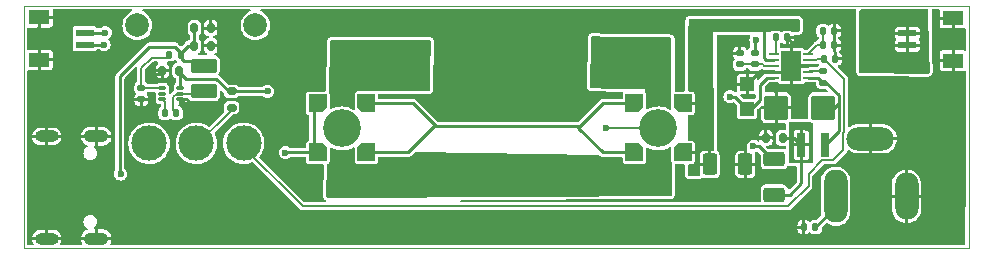
<source format=gbr>
%TF.GenerationSoftware,KiCad,Pcbnew,6.0.11+dfsg-1~bpo11+1*%
%TF.CreationDate,2023-04-14T13:04:02+02:00*%
%TF.ProjectId,IR-diode-general,49522d64-696f-4646-952d-67656e657261,rev?*%
%TF.SameCoordinates,Original*%
%TF.FileFunction,Copper,L2,Bot*%
%TF.FilePolarity,Positive*%
%FSLAX46Y46*%
G04 Gerber Fmt 4.6, Leading zero omitted, Abs format (unit mm)*
G04 Created by KiCad (PCBNEW 6.0.11+dfsg-1~bpo11+1) date 2023-04-14 13:04:02 commit 5e22265*
%MOMM*%
%LPD*%
G01*
G04 APERTURE LIST*
G04 Aperture macros list*
%AMRoundRect*
0 Rectangle with rounded corners*
0 $1 Rounding radius*
0 $2 $3 $4 $5 $6 $7 $8 $9 X,Y pos of 4 corners*
0 Add a 4 corners polygon primitive as box body*
4,1,4,$2,$3,$4,$5,$6,$7,$8,$9,$2,$3,0*
0 Add four circle primitives for the rounded corners*
1,1,$1+$1,$2,$3*
1,1,$1+$1,$4,$5*
1,1,$1+$1,$6,$7*
1,1,$1+$1,$8,$9*
0 Add four rect primitives between the rounded corners*
20,1,$1+$1,$2,$3,$4,$5,0*
20,1,$1+$1,$4,$5,$6,$7,0*
20,1,$1+$1,$6,$7,$8,$9,0*
20,1,$1+$1,$8,$9,$2,$3,0*%
%AMOutline5P*
0 Free polygon, 5 corners , with rotation*
0 The origin of the aperture is its center*
0 number of corners: always 5*
0 $1 to $10 corner X, Y*
0 $11 Rotation angle, in degrees counterclockwise*
0 create outline with 5 corners*
4,1,5,$1,$2,$3,$4,$5,$6,$7,$8,$9,$10,$1,$2,$11*%
%AMOutline6P*
0 Free polygon, 6 corners , with rotation*
0 The origin of the aperture is its center*
0 number of corners: always 6*
0 $1 to $12 corner X, Y*
0 $13 Rotation angle, in degrees counterclockwise*
0 create outline with 6 corners*
4,1,6,$1,$2,$3,$4,$5,$6,$7,$8,$9,$10,$11,$12,$1,$2,$13*%
%AMOutline7P*
0 Free polygon, 7 corners , with rotation*
0 The origin of the aperture is its center*
0 number of corners: always 7*
0 $1 to $14 corner X, Y*
0 $15 Rotation angle, in degrees counterclockwise*
0 create outline with 7 corners*
4,1,7,$1,$2,$3,$4,$5,$6,$7,$8,$9,$10,$11,$12,$13,$14,$1,$2,$15*%
%AMOutline8P*
0 Free polygon, 8 corners , with rotation*
0 The origin of the aperture is its center*
0 number of corners: always 8*
0 $1 to $16 corner X, Y*
0 $17 Rotation angle, in degrees counterclockwise*
0 create outline with 8 corners*
4,1,8,$1,$2,$3,$4,$5,$6,$7,$8,$9,$10,$11,$12,$13,$14,$15,$16,$1,$2,$17*%
G04 Aperture macros list end*
%TA.AperFunction,Profile*%
%ADD10C,0.100000*%
%TD*%
%TA.AperFunction,ComponentPad*%
%ADD11O,2.000000X4.500000*%
%TD*%
%TA.AperFunction,ComponentPad*%
%ADD12O,4.000000X1.990000*%
%TD*%
%TA.AperFunction,ComponentPad*%
%ADD13O,2.000000X4.000000*%
%TD*%
%TA.AperFunction,ComponentPad*%
%ADD14O,2.100000X1.050000*%
%TD*%
%TA.AperFunction,ComponentPad*%
%ADD15O,2.000000X1.000000*%
%TD*%
%TA.AperFunction,WasherPad*%
%ADD16C,2.000000*%
%TD*%
%TA.AperFunction,ComponentPad*%
%ADD17C,3.000000*%
%TD*%
%TA.AperFunction,SMDPad,CuDef*%
%ADD18RoundRect,0.147500X-0.147500X-0.172500X0.147500X-0.172500X0.147500X0.172500X-0.147500X0.172500X0*%
%TD*%
%TA.AperFunction,SMDPad,CuDef*%
%ADD19RoundRect,0.075000X-0.225000X0.075000X-0.225000X-0.075000X0.225000X-0.075000X0.225000X0.075000X0*%
%TD*%
%TA.AperFunction,SMDPad,CuDef*%
%ADD20RoundRect,0.250000X0.850000X-0.375000X0.850000X0.375000X-0.850000X0.375000X-0.850000X-0.375000X0*%
%TD*%
%TA.AperFunction,SMDPad,CuDef*%
%ADD21RoundRect,0.147500X-0.172500X0.147500X-0.172500X-0.147500X0.172500X-0.147500X0.172500X0.147500X0*%
%TD*%
%TA.AperFunction,SMDPad,CuDef*%
%ADD22RoundRect,0.147500X0.147500X0.172500X-0.147500X0.172500X-0.147500X-0.172500X0.147500X-0.172500X0*%
%TD*%
%TA.AperFunction,SMDPad,CuDef*%
%ADD23Outline5P,-0.735000X0.735000X0.735000X0.735000X0.735000X-0.735000X-0.441000X-0.735000X-0.735000X-0.441000X0.000000*%
%TD*%
%TA.AperFunction,SMDPad,CuDef*%
%ADD24Outline5P,-0.735000X0.735000X0.735000X0.735000X0.735000X-0.735000X-0.441000X-0.735000X-0.735000X-0.441000X90.000000*%
%TD*%
%TA.AperFunction,SMDPad,CuDef*%
%ADD25Outline5P,-0.735000X0.735000X0.735000X0.735000X0.735000X-0.735000X-0.441000X-0.735000X-0.735000X-0.441000X180.000000*%
%TD*%
%TA.AperFunction,SMDPad,CuDef*%
%ADD26Outline5P,-0.735000X0.735000X0.735000X0.735000X0.735000X-0.735000X-0.441000X-0.735000X-0.735000X-0.441000X270.000000*%
%TD*%
%TA.AperFunction,SMDPad,CuDef*%
%ADD27C,3.200000*%
%TD*%
%TA.AperFunction,SMDPad,CuDef*%
%ADD28RoundRect,0.120000X0.280000X-0.180000X0.280000X0.180000X-0.280000X0.180000X-0.280000X-0.180000X0*%
%TD*%
%TA.AperFunction,SMDPad,CuDef*%
%ADD29RoundRect,0.147500X0.172500X-0.147500X0.172500X0.147500X-0.172500X0.147500X-0.172500X-0.147500X0*%
%TD*%
%TA.AperFunction,SMDPad,CuDef*%
%ADD30R,1.200000X1.200000*%
%TD*%
%TA.AperFunction,SMDPad,CuDef*%
%ADD31R,0.807999X0.254800*%
%TD*%
%TA.AperFunction,SMDPad,CuDef*%
%ADD32R,1.752600X2.540000*%
%TD*%
%TA.AperFunction,SMDPad,CuDef*%
%ADD33RoundRect,0.120000X-0.180000X-0.280000X0.180000X-0.280000X0.180000X0.280000X-0.180000X0.280000X0*%
%TD*%
%TA.AperFunction,SMDPad,CuDef*%
%ADD34RoundRect,0.120000X0.180000X0.280000X-0.180000X0.280000X-0.180000X-0.280000X0.180000X-0.280000X0*%
%TD*%
%TA.AperFunction,SMDPad,CuDef*%
%ADD35RoundRect,0.180000X-0.720000X0.420000X-0.720000X-0.420000X0.720000X-0.420000X0.720000X0.420000X0*%
%TD*%
%TA.AperFunction,SMDPad,CuDef*%
%ADD36R,1.550000X0.600000*%
%TD*%
%TA.AperFunction,SMDPad,CuDef*%
%ADD37R,1.800000X1.200000*%
%TD*%
%TA.AperFunction,SMDPad,CuDef*%
%ADD38RoundRect,0.200000X0.800000X0.850000X-0.800000X0.850000X-0.800000X-0.850000X0.800000X-0.850000X0*%
%TD*%
%TA.AperFunction,SMDPad,CuDef*%
%ADD39RoundRect,0.180000X0.420000X0.720000X-0.420000X0.720000X-0.420000X-0.720000X0.420000X-0.720000X0*%
%TD*%
%TA.AperFunction,SMDPad,CuDef*%
%ADD40R,0.800000X2.000000*%
%TD*%
%TA.AperFunction,ViaPad*%
%ADD41C,0.600000*%
%TD*%
%TA.AperFunction,Conductor*%
%ADD42C,0.250000*%
%TD*%
%TA.AperFunction,Conductor*%
%ADD43C,0.150000*%
%TD*%
G04 APERTURE END LIST*
D10*
X85000000Y-40500000D02*
X165000000Y-40500000D01*
X165000000Y-40500000D02*
X165000000Y-61000000D01*
X165000000Y-61000000D02*
X85000000Y-61000000D01*
X85000000Y-61000000D02*
X85000000Y-40500000D01*
D11*
%TO.P,J1,1,1*%
%TO.N,+12V*%
X153700000Y-56600000D03*
D12*
%TO.P,J1,2,2*%
%TO.N,GND*%
X156648000Y-51721000D03*
D13*
%TO.P,J1,3,3*%
X159699000Y-56600000D03*
%TD*%
D14*
%TO.P,J2,S1,SHIELD*%
%TO.N,GND*%
X91085645Y-51529000D03*
D15*
X86904645Y-51529000D03*
D14*
X91085645Y-60170000D03*
D15*
X86904645Y-60170000D03*
%TD*%
D16*
%TO.P,POT1,*%
%TO.N,*%
X94574600Y-42111800D03*
X104574600Y-42111800D03*
D17*
%TO.P,POT1,1*%
%TO.N,Net-(POT1-Pad1)*%
X95574600Y-52111800D03*
%TO.P,POT1,2*%
%TO.N,Net-(POT1-Pad2)*%
X99574600Y-52111800D03*
%TO.P,POT1,3*%
%TO.N,Net-(C8-Pad2)*%
X103574600Y-52111800D03*
%TD*%
D18*
%TO.P,R8,1*%
%TO.N,Net-(R8-Pad1)*%
X97265000Y-44600000D03*
%TO.P,R8,2*%
%TO.N,/LED DRIVER & USB-C Power output/VBUS*%
X98235000Y-44600000D03*
%TD*%
D19*
%TO.P,U2,1,VIN*%
%TO.N,+12V*%
X98198000Y-47400000D03*
%TO.P,U2,2,SW*%
%TO.N,Net-(C7-Pad2)*%
X98198000Y-47900000D03*
%TO.P,U2,3,GND*%
%TO.N,GND*%
X98198000Y-48398000D03*
%TO.P,U2,4,BST*%
%TO.N,Net-(C7-Pad1)*%
X96700000Y-48398000D03*
%TO.P,U2,5,EN*%
%TO.N,Net-(TP1-Pad1)*%
X96700000Y-47900000D03*
%TO.P,U2,6,FB*%
%TO.N,Net-(R8-Pad1)*%
X96700000Y-47400000D03*
%TD*%
D20*
%TO.P,L2,1*%
%TO.N,Net-(C7-Pad2)*%
X100200000Y-47675000D03*
%TO.P,L2,2*%
%TO.N,/LED DRIVER & USB-C Power output/VBUS*%
X100200000Y-45525000D03*
%TD*%
D21*
%TO.P,R3,1*%
%TO.N,SW*%
X146850000Y-44464000D03*
%TO.P,R3,2*%
%TO.N,Net-(R3-Pad2)*%
X146850000Y-45434000D03*
%TD*%
D22*
%TO.P,C4,1*%
%TO.N,GND*%
X149584000Y-43150000D03*
%TO.P,C4,2*%
%TO.N,Net-(C4-Pad2)*%
X148616000Y-43150000D03*
%TD*%
D23*
%TO.P,D2,1,C*%
%TO.N,Net-(D2-Pad1)*%
X113976500Y-48717200D03*
D24*
%TO.P,D2,2,A*%
%TO.N,A_in*%
X109861700Y-48717200D03*
D25*
%TO.P,D2,3,A*%
X109861700Y-52882800D03*
D26*
%TO.P,D2,4,C*%
%TO.N,Net-(D2-Pad1)*%
X113976500Y-52882800D03*
D27*
%TO.P,D2,5,T*%
%TO.N,Thermal*%
X111893700Y-50850800D03*
%TD*%
D28*
%TO.P,R5,1*%
%TO.N,Net-(POT1-Pad2)*%
X102550000Y-49100000D03*
%TO.P,R5,2*%
%TO.N,+12V*%
X102550000Y-47700000D03*
%TD*%
D22*
%TO.P,C5,1*%
%TO.N,GND*%
X153584000Y-43800000D03*
%TO.P,C5,2*%
%TO.N,Net-(C5-Pad2)*%
X152616000Y-43800000D03*
%TD*%
D29*
%TO.P,R9,1*%
%TO.N,GND*%
X94900000Y-48385000D03*
%TO.P,R9,2*%
%TO.N,Net-(R8-Pad1)*%
X94900000Y-47415000D03*
%TD*%
D30*
%TO.P,C1,1*%
%TO.N,GND*%
X146200000Y-47100000D03*
%TO.P,C1,2*%
%TO.N,+12V*%
X146200000Y-49200000D03*
%TD*%
D22*
%TO.P,R2,1*%
%TO.N,GND*%
X153585000Y-42600000D03*
%TO.P,R2,2*%
%TO.N,Net-(C5-Pad2)*%
X152615000Y-42600000D03*
%TD*%
D31*
%TO.P,U1,1,VDD*%
%TO.N,+12V*%
X148504600Y-46550001D03*
%TO.P,U1,2,VSS*%
%TO.N,GND*%
X148504600Y-46049999D03*
%TO.P,U1,3,OVP*%
%TO.N,Net-(R3-Pad2)*%
X148504600Y-45550000D03*
%TO.P,U1,4,FB*%
%TO.N,FB*%
X148504600Y-45050001D03*
%TO.P,U1,5,COMP*%
%TO.N,Net-(C4-Pad2)*%
X148504600Y-44549999D03*
%TO.P,U1,6,RSET*%
%TO.N,Net-(C5-Pad2)*%
X151395400Y-44549999D03*
%TO.P,U1,7,EN/DIM*%
%TO.N,Net-(C8-Pad2)*%
X151395400Y-45050001D03*
%TO.P,U1,8,INGND*%
%TO.N,GND*%
X151395400Y-45550000D03*
%TO.P,U1,9,BST*%
%TO.N,Net-(C3-Pad2)*%
X151395400Y-46049999D03*
%TO.P,U1,10,SW*%
%TO.N,Net-(C3-Pad1)*%
X151395400Y-46550001D03*
D32*
%TO.P,U1,EPAD,EPAD*%
%TO.N,GND*%
X149950000Y-45550000D03*
%TD*%
D33*
%TO.P,C2,1*%
%TO.N,GND*%
X147800000Y-51650000D03*
%TO.P,C2,2*%
%TO.N,SW*%
X149200000Y-51650000D03*
%TD*%
D22*
%TO.P,C8,1*%
%TO.N,GND*%
X153684000Y-44950000D03*
%TO.P,C8,2*%
%TO.N,Net-(C8-Pad2)*%
X152716000Y-44950000D03*
%TD*%
D23*
%TO.P,D3,1,C*%
%TO.N,FB*%
X140776500Y-48717200D03*
D24*
%TO.P,D3,2,A*%
%TO.N,Net-(D2-Pad1)*%
X136661700Y-48717200D03*
D25*
%TO.P,D3,3,A*%
X136661700Y-52882800D03*
D26*
%TO.P,D3,4,C*%
%TO.N,FB*%
X140776500Y-52882800D03*
D27*
%TO.P,D3,5,T*%
%TO.N,Thermal*%
X138693700Y-50850800D03*
%TD*%
D34*
%TO.P,C11,1*%
%TO.N,GND*%
X100800000Y-42350000D03*
%TO.P,C11,2*%
%TO.N,/LED DRIVER & USB-C Power output/VBUS*%
X99400000Y-42350000D03*
%TD*%
D35*
%TO.P,R7,1*%
%TO.N,A_in*%
X148500000Y-53450000D03*
%TO.P,R7,2*%
%TO.N,SW*%
X148500000Y-56449000D03*
%TD*%
D36*
%TO.P,U3,1,1*%
%TO.N,C_out*%
X159775000Y-42800000D03*
%TO.P,U3,2,2*%
X159775000Y-43800000D03*
D37*
%TO.P,U3,3,SHIELD*%
%TO.N,GND*%
X163650000Y-41500000D03*
%TO.P,U3,4,SHIELD*%
X163650000Y-45100000D03*
%TD*%
D18*
%TO.P,C9,1*%
%TO.N,GND*%
X151016000Y-59200000D03*
%TO.P,C9,2*%
%TO.N,+12V*%
X151984000Y-59200000D03*
%TD*%
D38*
%TO.P,D1,A*%
%TO.N,GND*%
X148651000Y-49100000D03*
%TO.P,D1,K*%
%TO.N,Net-(C3-Pad1)*%
X152650000Y-49100000D03*
%TD*%
D18*
%TO.P,C7,1*%
%TO.N,Net-(C7-Pad1)*%
X96916000Y-49550000D03*
%TO.P,C7,2*%
%TO.N,Net-(C7-Pad2)*%
X97884000Y-49550000D03*
%TD*%
D36*
%TO.P,U4,1,1*%
%TO.N,A_in*%
X90125000Y-43750000D03*
%TO.P,U4,2,2*%
X90125000Y-42750000D03*
D37*
%TO.P,U4,3,SHIELD*%
%TO.N,GND*%
X86250000Y-45050000D03*
%TO.P,U4,4,SHIELD*%
X86250000Y-41450000D03*
%TD*%
D39*
%TO.P,R1,1*%
%TO.N,GND*%
X146050000Y-53900000D03*
%TO.P,R1,2*%
%TO.N,FB*%
X143051000Y-53900000D03*
%TD*%
D29*
%TO.P,C3,1*%
%TO.N,Net-(C3-Pad1)*%
X152650000Y-46984000D03*
%TO.P,C3,2*%
%TO.N,Net-(C3-Pad2)*%
X152650000Y-46016000D03*
%TD*%
%TO.P,R4,1*%
%TO.N,Net-(R3-Pad2)*%
X145600000Y-45434000D03*
%TO.P,R4,2*%
%TO.N,GND*%
X145600000Y-44464000D03*
%TD*%
D33*
%TO.P,C6,1*%
%TO.N,GND*%
X96700000Y-45950000D03*
%TO.P,C6,2*%
%TO.N,+12V*%
X98100000Y-45950000D03*
%TD*%
D34*
%TO.P,C10,1*%
%TO.N,GND*%
X100800000Y-43850000D03*
%TO.P,C10,2*%
%TO.N,/LED DRIVER & USB-C Power output/VBUS*%
X99400000Y-43850000D03*
%TD*%
D40*
%TO.P,L1,1,P*%
%TO.N,Net-(C3-Pad1)*%
X152800000Y-52250000D03*
%TO.P,L1,2,P*%
%TO.N,SW*%
X150800000Y-52250000D03*
%TD*%
D41*
%TO.N,GND*%
X95550000Y-46200000D03*
X94250000Y-46350000D03*
%TO.N,+12V*%
X105600000Y-47700000D03*
X144750000Y-48150000D03*
%TO.N,SW*%
X146948423Y-43349500D03*
X151350000Y-50800000D03*
X150100000Y-50750000D03*
%TO.N,/LED DRIVER & USB-C Power output/VBUS*%
X93150000Y-54700000D03*
%TO.N,A_in*%
X107100000Y-52900000D03*
X91750000Y-43750000D03*
X146700000Y-52350000D03*
X91850000Y-42750000D03*
%TO.N,C_out*%
X158800000Y-41700000D03*
X159000000Y-45150000D03*
%TO.N,Thermal*%
X111250000Y-43830000D03*
X125580000Y-54540000D03*
X111250000Y-45370000D03*
X114090000Y-46910000D03*
X111250000Y-46910000D03*
X118700000Y-46900000D03*
X122500000Y-54540000D03*
X136510000Y-45420000D03*
X117880000Y-54540000D03*
X133280000Y-54540000D03*
X130200000Y-54540000D03*
X111720000Y-56080000D03*
X134970000Y-45420000D03*
X117170000Y-43830000D03*
X131740000Y-54540000D03*
X112550000Y-48450000D03*
X112550000Y-45370000D03*
X138050000Y-48500000D03*
X114090000Y-43830000D03*
X128660000Y-54540000D03*
X134970000Y-46960000D03*
X133430000Y-46960000D03*
X119420000Y-56080000D03*
X139350000Y-45420000D03*
X134970000Y-43880000D03*
X112600000Y-53050000D03*
X133430000Y-45420000D03*
X139350000Y-54540000D03*
X134820000Y-54540000D03*
X111250000Y-48450000D03*
X137900000Y-54540000D03*
X138050000Y-46960000D03*
X137900000Y-56080000D03*
X128660000Y-56080000D03*
X122500000Y-56080000D03*
X114800000Y-54540000D03*
X139350000Y-48500000D03*
X111200000Y-53050000D03*
X124040000Y-56080000D03*
X137900000Y-53000000D03*
X113260000Y-56080000D03*
X127120000Y-54540000D03*
X131740000Y-56080000D03*
X134820000Y-56080000D03*
X124040000Y-54540000D03*
X133280000Y-56080000D03*
X116340000Y-54540000D03*
X136360000Y-54540000D03*
X117170000Y-46910000D03*
X138050000Y-43880000D03*
X115630000Y-46910000D03*
X111900000Y-50900000D03*
X134250000Y-50850000D03*
X133430000Y-43880000D03*
X120960000Y-54540000D03*
X120960000Y-56080000D03*
X130200000Y-56080000D03*
X112550000Y-46910000D03*
X119420000Y-54540000D03*
X117880000Y-56080000D03*
X113260000Y-54540000D03*
X116340000Y-56080000D03*
X125580000Y-56080000D03*
X136360000Y-56080000D03*
X118710000Y-45370000D03*
X139350000Y-43880000D03*
X114800000Y-56080000D03*
X139350000Y-53000000D03*
X115630000Y-43830000D03*
X118710000Y-43830000D03*
X136510000Y-43880000D03*
X115630000Y-45370000D03*
X117170000Y-45370000D03*
X136510000Y-46960000D03*
X139350000Y-46960000D03*
X138050000Y-45420000D03*
X114090000Y-45370000D03*
X112550000Y-43830000D03*
X139350000Y-56080000D03*
X111720000Y-54540000D03*
X127120000Y-56080000D03*
%TO.N,FB*%
X150150000Y-42300000D03*
%TD*%
D42*
%TO.N,GND*%
X98650000Y-50300000D02*
X96200000Y-50300000D01*
X151395400Y-45550000D02*
X149950000Y-45550000D01*
X148504600Y-46049999D02*
X147250001Y-46049999D01*
X96200000Y-50300000D02*
X94900000Y-49000000D01*
X98750000Y-50200000D02*
X98650000Y-50300000D01*
X149950000Y-45550000D02*
X149950000Y-43516000D01*
X146050000Y-52116116D02*
X146516116Y-51650000D01*
X96450000Y-46200000D02*
X96700000Y-45950000D01*
X147250001Y-46049999D02*
X146200000Y-47100000D01*
X98198000Y-48398000D02*
X98750000Y-48950000D01*
X95550000Y-46200000D02*
X96450000Y-46200000D01*
X146516116Y-51650000D02*
X147800000Y-51650000D01*
X98750000Y-48950000D02*
X98750000Y-50200000D01*
X94900000Y-49000000D02*
X94900000Y-48385000D01*
X148504600Y-46049999D02*
X149450001Y-46049999D01*
X149950000Y-43516000D02*
X149584000Y-43150000D01*
X146050000Y-53900000D02*
X146050000Y-52116116D01*
%TO.N,+12V*%
X98300000Y-47298000D02*
X98198000Y-47400000D01*
X151984000Y-59200000D02*
X153700000Y-57484000D01*
X147300000Y-47150000D02*
X147300000Y-48450000D01*
X101248528Y-46650000D02*
X98684000Y-46650000D01*
X102298528Y-47700000D02*
X101248528Y-46650000D01*
X148504600Y-46550001D02*
X147899999Y-46550001D01*
X147899999Y-46550001D02*
X147300000Y-47150000D01*
X98200000Y-46300000D02*
X98200000Y-46650000D01*
X98684000Y-46650000D02*
X98234000Y-46200000D01*
X98200000Y-46650000D02*
X98200000Y-47298000D01*
X102550000Y-47700000D02*
X105600000Y-47700000D01*
X147300000Y-48450000D02*
X146550000Y-49200000D01*
X144750000Y-48150000D02*
X145150000Y-48150000D01*
X145150000Y-48150000D02*
X146200000Y-49200000D01*
%TO.N,Net-(C3-Pad1)*%
X152650000Y-49100000D02*
X153600000Y-49100000D01*
X152216001Y-46550001D02*
X152650000Y-46984000D01*
X153600000Y-49100000D02*
X153900000Y-48800000D01*
X151395400Y-46550001D02*
X152216001Y-46550001D01*
X152650000Y-46984000D02*
X152890107Y-46984000D01*
X153949000Y-51101000D02*
X152800000Y-52250000D01*
X152890107Y-46984000D02*
X153949000Y-48042893D01*
X153949000Y-48042893D02*
X153949000Y-51101000D01*
D43*
%TO.N,Net-(C3-Pad2)*%
X152650000Y-46016000D02*
X151429399Y-46016000D01*
%TO.N,Net-(C4-Pad2)*%
X148616000Y-43150000D02*
X148616000Y-44438599D01*
X148616000Y-44438599D02*
X148504600Y-44549999D01*
%TO.N,Net-(C5-Pad2)*%
X152145399Y-43800000D02*
X151395400Y-44549999D01*
X152615000Y-42600000D02*
X152615000Y-43799000D01*
X152616000Y-43800000D02*
X152145399Y-43800000D01*
D42*
%TO.N,SW*%
X150800000Y-55500000D02*
X150800000Y-52250000D01*
X146948423Y-43349500D02*
X146850000Y-43447923D01*
X149200000Y-51650000D02*
X150200000Y-51650000D01*
X149851000Y-56449000D02*
X150800000Y-55500000D01*
X149851000Y-56449000D02*
X148500000Y-56449000D01*
X146850000Y-43447923D02*
X146850000Y-44464000D01*
X150200000Y-51650000D02*
X150800000Y-52250000D01*
D43*
%TO.N,Net-(POT1-Pad2)*%
X102550000Y-49286400D02*
X99474600Y-52361800D01*
D42*
%TO.N,Net-(D2-Pad1)*%
X119875000Y-50675000D02*
X119725000Y-50675000D01*
X113976500Y-52882800D02*
X117517200Y-52882800D01*
X133982800Y-52882800D02*
X136661700Y-52882800D01*
X132025000Y-50675000D02*
X119875000Y-50675000D01*
X131900000Y-50800000D02*
X133982800Y-52882800D01*
X119875000Y-50675000D02*
X117917200Y-48717200D01*
X133982800Y-48717200D02*
X132025000Y-50675000D01*
X136661700Y-48717200D02*
X133982800Y-48717200D01*
X117517200Y-52882800D02*
X119725000Y-50675000D01*
X132025000Y-50675000D02*
X131900000Y-50800000D01*
X117917200Y-48717200D02*
X113976500Y-48717200D01*
D43*
%TO.N,Net-(C8-Pad2)*%
X151400000Y-54700000D02*
X152550000Y-53550000D01*
X154348000Y-52702000D02*
X154348000Y-51184593D01*
X152550000Y-53550000D02*
X153500000Y-53550000D01*
X108561800Y-57449000D02*
X149699529Y-57449000D01*
X154400000Y-46634000D02*
X152716000Y-44950000D01*
X151400000Y-55748529D02*
X151400000Y-54700000D01*
X154348000Y-51184593D02*
X154400000Y-51132593D01*
X152716000Y-44950000D02*
X152150000Y-44950000D01*
X153500000Y-53550000D02*
X154348000Y-52702000D01*
X152050000Y-45050000D02*
X151395400Y-45050001D01*
X103474600Y-52361800D02*
X108561800Y-57449000D01*
X154400000Y-51132593D02*
X154400000Y-46634000D01*
X149699529Y-57449000D02*
X151400000Y-55748529D01*
X152150000Y-44950000D02*
X152050000Y-45050000D01*
D42*
%TO.N,/LED DRIVER & USB-C Power output/VBUS*%
X98535000Y-45150000D02*
X99825000Y-45150000D01*
X95600000Y-43950000D02*
X97750000Y-43950000D01*
X98235000Y-44850000D02*
X98535000Y-45150000D01*
X99400000Y-43850000D02*
X98850000Y-43850000D01*
X99400000Y-42350000D02*
X99400000Y-43850000D01*
X98850000Y-43850000D02*
X98235000Y-44465000D01*
X93150000Y-54700000D02*
X93100000Y-54650000D01*
X93100000Y-54650000D02*
X93100000Y-46450000D01*
X93100000Y-46450000D02*
X95600000Y-43950000D01*
X98235000Y-44465000D02*
X98235000Y-44850000D01*
X97750000Y-43950000D02*
X98235000Y-44435000D01*
X98235000Y-44435000D02*
X98235000Y-44465000D01*
%TO.N,A_in*%
X146700000Y-52350000D02*
X147200000Y-52350000D01*
X91750000Y-43750000D02*
X90125000Y-43750000D01*
X90125000Y-42750000D02*
X91850000Y-42750000D01*
X107100000Y-52900000D02*
X107117200Y-52882800D01*
X107117200Y-52882800D02*
X109861700Y-52882800D01*
X147200000Y-52350000D02*
X148300000Y-53450000D01*
X109500000Y-49078900D02*
X109500000Y-52521100D01*
D43*
%TO.N,Thermal*%
X134250800Y-50850800D02*
X134250000Y-50850000D01*
X138649200Y-50850800D02*
X134250800Y-50850800D01*
%TO.N,Net-(C7-Pad1)*%
X96916000Y-49550000D02*
X96916000Y-48614000D01*
X96916000Y-48614000D02*
X96700000Y-48398000D01*
%TO.N,Net-(C7-Pad2)*%
X99975000Y-47900000D02*
X97901025Y-47900000D01*
X97901025Y-47900000D02*
X97623000Y-48178025D01*
X97623000Y-48178025D02*
X97623000Y-49289000D01*
X97623000Y-49289000D02*
X97884000Y-49550000D01*
%TO.N,Net-(R3-Pad2)*%
X146850000Y-45434000D02*
X147534000Y-45434000D01*
X145600000Y-45434000D02*
X146850000Y-45434000D01*
X147650000Y-45550000D02*
X148504600Y-45550000D01*
X147534000Y-45434000D02*
X147650000Y-45550000D01*
D42*
%TO.N,FB*%
X148504600Y-45050001D02*
X147773203Y-45050001D01*
X147773203Y-45050001D02*
X147600000Y-44876798D01*
X148000000Y-42300000D02*
X147600000Y-42700000D01*
X150150000Y-42300000D02*
X148000000Y-42300000D01*
X147600000Y-44876798D02*
X147600000Y-42700000D01*
D43*
%TO.N,Net-(R8-Pad1)*%
X94900000Y-47415000D02*
X94900000Y-45750000D01*
X95800000Y-44850000D02*
X97265000Y-44850000D01*
X94900000Y-45750000D02*
X95800000Y-44850000D01*
X94900000Y-47415000D02*
X96685000Y-47415000D01*
%TD*%
%TA.AperFunction,Conductor*%
%TO.N,Thermal*%
G36*
X112949290Y-52457649D02*
G01*
X112983283Y-52508523D01*
X112987000Y-52535396D01*
X112987001Y-53094794D01*
X112987001Y-53642866D01*
X113001766Y-53717101D01*
X113058016Y-53801284D01*
X113142199Y-53857534D01*
X113151762Y-53859436D01*
X113151764Y-53859437D01*
X113182681Y-53865586D01*
X113216433Y-53872300D01*
X113976343Y-53872300D01*
X114736566Y-53872299D01*
X114741332Y-53871351D01*
X114741333Y-53871351D01*
X114801238Y-53859436D01*
X114810801Y-53857534D01*
X114894984Y-53801284D01*
X114951234Y-53717101D01*
X114954228Y-53702053D01*
X114965052Y-53647631D01*
X114966000Y-53642867D01*
X114966000Y-53361300D01*
X114984907Y-53303109D01*
X115034407Y-53267145D01*
X115065000Y-53262300D01*
X117466153Y-53262300D01*
X117486991Y-53264518D01*
X117491076Y-53265398D01*
X117491079Y-53265398D01*
X117499076Y-53267120D01*
X117534004Y-53262986D01*
X117542169Y-53262505D01*
X117544646Y-53262300D01*
X117548724Y-53262300D01*
X117560797Y-53260290D01*
X117568382Y-53259028D01*
X117573001Y-53258370D01*
X117601598Y-53254985D01*
X117624541Y-53252270D01*
X117631423Y-53248965D01*
X117634292Y-53248058D01*
X117641826Y-53246804D01*
X117687504Y-53222158D01*
X117691654Y-53220043D01*
X117738432Y-53197581D01*
X117742708Y-53193986D01*
X117744209Y-53192485D01*
X117745054Y-53191710D01*
X117747042Y-53190032D01*
X117753014Y-53186810D01*
X117789947Y-53146856D01*
X117792640Y-53144054D01*
X118077665Y-52859029D01*
X118132182Y-52831252D01*
X118149238Y-52830045D01*
X133598821Y-53074966D01*
X133656705Y-53094794D01*
X133667256Y-53103950D01*
X133678360Y-53115054D01*
X133691523Y-53131355D01*
X133698229Y-53141740D01*
X133704653Y-53146804D01*
X133725847Y-53163512D01*
X133731965Y-53168948D01*
X133733857Y-53170551D01*
X133736744Y-53173438D01*
X133747049Y-53180802D01*
X133752961Y-53185027D01*
X133756691Y-53187827D01*
X133797447Y-53219956D01*
X133804644Y-53222483D01*
X133807319Y-53223873D01*
X133813534Y-53228314D01*
X133821372Y-53230658D01*
X133863259Y-53243185D01*
X133867694Y-53244626D01*
X133910778Y-53259756D01*
X133910781Y-53259757D01*
X133916651Y-53261818D01*
X133922216Y-53262300D01*
X133924359Y-53262300D01*
X133925473Y-53262348D01*
X133928074Y-53262568D01*
X133934578Y-53264513D01*
X133942754Y-53264192D01*
X133942756Y-53264192D01*
X133988970Y-53262376D01*
X133992857Y-53262300D01*
X135573201Y-53262300D01*
X135631392Y-53281207D01*
X135667356Y-53330707D01*
X135672201Y-53361300D01*
X135672201Y-53642866D01*
X135686966Y-53717101D01*
X135743216Y-53801284D01*
X135827399Y-53857534D01*
X135836962Y-53859436D01*
X135836964Y-53859437D01*
X135867881Y-53865586D01*
X135901633Y-53872300D01*
X136661543Y-53872300D01*
X137421766Y-53872299D01*
X137426532Y-53871351D01*
X137426533Y-53871351D01*
X137486438Y-53859436D01*
X137496001Y-53857534D01*
X137580184Y-53801284D01*
X137636434Y-53717101D01*
X137639428Y-53702053D01*
X137650252Y-53647631D01*
X137651200Y-53642867D01*
X137651200Y-53103950D01*
X137651201Y-52562509D01*
X137670108Y-52504318D01*
X137719608Y-52468354D01*
X137780794Y-52468354D01*
X137801263Y-52477694D01*
X137846844Y-52505136D01*
X137853076Y-52508311D01*
X138088399Y-52607958D01*
X138095011Y-52610221D01*
X138342019Y-52675714D01*
X138348886Y-52677025D01*
X138602670Y-52707062D01*
X138609635Y-52707391D01*
X138865127Y-52701369D01*
X138872079Y-52700712D01*
X139124158Y-52658754D01*
X139130950Y-52657124D01*
X139374602Y-52580066D01*
X139381108Y-52577491D01*
X139611466Y-52466875D01*
X139617539Y-52463411D01*
X139632999Y-52453081D01*
X139691887Y-52436473D01*
X139749291Y-52457651D01*
X139783283Y-52508525D01*
X139787000Y-52535397D01*
X139787001Y-53094794D01*
X139787001Y-53642866D01*
X139798775Y-53702063D01*
X139800675Y-53721352D01*
X139800853Y-56502525D01*
X139781949Y-56560717D01*
X139732452Y-56596684D01*
X139702191Y-56601530D01*
X127507823Y-56643220D01*
X110652780Y-56700845D01*
X110594526Y-56682137D01*
X110558394Y-56632760D01*
X110553476Y-56599304D01*
X110621521Y-53949947D01*
X110641916Y-53892261D01*
X110682602Y-53861025D01*
X110686438Y-53859436D01*
X110696001Y-53857534D01*
X110780184Y-53801284D01*
X110836434Y-53717101D01*
X110839428Y-53702053D01*
X110850252Y-53647631D01*
X110851200Y-53642867D01*
X110851200Y-53103950D01*
X110851201Y-52562509D01*
X110870108Y-52504318D01*
X110919608Y-52468354D01*
X110980794Y-52468354D01*
X111001263Y-52477694D01*
X111046844Y-52505136D01*
X111053076Y-52508311D01*
X111288399Y-52607958D01*
X111295011Y-52610221D01*
X111542019Y-52675714D01*
X111548886Y-52677025D01*
X111802670Y-52707062D01*
X111809635Y-52707391D01*
X112065127Y-52701369D01*
X112072079Y-52700712D01*
X112324158Y-52658754D01*
X112330950Y-52657124D01*
X112574602Y-52580066D01*
X112581108Y-52577491D01*
X112811468Y-52466874D01*
X112817536Y-52463412D01*
X112832998Y-52453081D01*
X112891886Y-52436472D01*
X112949290Y-52457649D01*
G37*
%TD.AperFunction*%
%TA.AperFunction,Conductor*%
G36*
X134499103Y-43072046D02*
G01*
X139702462Y-43148566D01*
X139760368Y-43168327D01*
X139795600Y-43218350D01*
X139800006Y-43247549D01*
X139800302Y-47880500D01*
X139798400Y-47899820D01*
X139787000Y-47957133D01*
X139787000Y-47961991D01*
X139786999Y-49169120D01*
X139768092Y-49227311D01*
X139718592Y-49263275D01*
X139657406Y-49263275D01*
X139639625Y-49255497D01*
X139488161Y-49170673D01*
X139481848Y-49167702D01*
X139243509Y-49075497D01*
X139236832Y-49073442D01*
X138987886Y-49015740D01*
X138980979Y-49014646D01*
X138726384Y-48992595D01*
X138719395Y-48992486D01*
X138464238Y-49006528D01*
X138457307Y-49007404D01*
X138206659Y-49057260D01*
X138199930Y-49059101D01*
X137958803Y-49143779D01*
X137952402Y-49146548D01*
X137795836Y-49227878D01*
X137735481Y-49237924D01*
X137680748Y-49210575D01*
X137652544Y-49156279D01*
X137651200Y-49140024D01*
X137651199Y-47961994D01*
X137651199Y-47957134D01*
X137636434Y-47882899D01*
X137580184Y-47798716D01*
X137579178Y-47798044D01*
X137553849Y-47748332D01*
X137552636Y-47733960D01*
X137550177Y-47515679D01*
X137550177Y-47515678D01*
X137550000Y-47500000D01*
X134746844Y-47469859D01*
X133000186Y-47451077D01*
X132942201Y-47431545D01*
X132906772Y-47381662D01*
X132902276Y-47349837D01*
X132989858Y-43496266D01*
X132997769Y-43148184D01*
X133017993Y-43090437D01*
X133068298Y-43055608D01*
X133098198Y-43051444D01*
X134499103Y-43072046D01*
G37*
%TD.AperFunction*%
%TA.AperFunction,Conductor*%
G36*
X119357551Y-43369159D02*
G01*
X119393808Y-43418445D01*
X119398829Y-43450743D01*
X119368060Y-46096843D01*
X119351137Y-47552196D01*
X119331555Y-47610163D01*
X119281640Y-47645549D01*
X119252190Y-47650045D01*
X118366402Y-47650453D01*
X113173586Y-47652844D01*
X113173465Y-47661260D01*
X113173336Y-47670167D01*
X113153591Y-47728078D01*
X113129348Y-47751053D01*
X113058016Y-47798716D01*
X113001766Y-47882899D01*
X112987000Y-47957133D01*
X112987000Y-47961991D01*
X112986999Y-49169120D01*
X112968092Y-49227311D01*
X112918592Y-49263275D01*
X112857406Y-49263275D01*
X112839625Y-49255497D01*
X112688161Y-49170673D01*
X112681848Y-49167702D01*
X112443509Y-49075497D01*
X112436832Y-49073442D01*
X112187886Y-49015740D01*
X112180979Y-49014646D01*
X111926384Y-48992595D01*
X111919395Y-48992486D01*
X111664238Y-49006528D01*
X111657307Y-49007404D01*
X111406659Y-49057260D01*
X111399930Y-49059101D01*
X111158803Y-49143779D01*
X111152402Y-49146548D01*
X110995836Y-49227878D01*
X110935481Y-49237924D01*
X110880748Y-49210575D01*
X110852544Y-49156279D01*
X110851200Y-49140024D01*
X110851199Y-47961994D01*
X110851199Y-47957134D01*
X110836434Y-47882899D01*
X110796990Y-47823867D01*
X110780339Y-47766324D01*
X110890009Y-43496266D01*
X110910404Y-43438580D01*
X110960811Y-43403899D01*
X110988390Y-43399810D01*
X111268353Y-43398152D01*
X119299250Y-43350597D01*
X119357551Y-43369159D01*
G37*
%TD.AperFunction*%
%TD*%
%TA.AperFunction,Conductor*%
%TO.N,SW*%
G36*
X151585043Y-50319366D02*
G01*
X151634924Y-50356209D01*
X151641906Y-50358661D01*
X151733803Y-50390933D01*
X151782441Y-50428053D01*
X151800000Y-50484341D01*
X151800000Y-53651000D01*
X151781093Y-53709191D01*
X151731593Y-53745155D01*
X151701000Y-53750000D01*
X149849000Y-53750000D01*
X149790809Y-53731093D01*
X149754845Y-53681593D01*
X149750000Y-53651000D01*
X149750000Y-53270156D01*
X150146001Y-53270156D01*
X150146949Y-53279783D01*
X150158835Y-53339541D01*
X150166155Y-53357214D01*
X150211457Y-53425014D01*
X150224986Y-53438543D01*
X150292788Y-53483846D01*
X150310456Y-53491165D01*
X150370219Y-53503052D01*
X150379841Y-53504000D01*
X150657320Y-53504000D01*
X150670005Y-53499878D01*
X150673000Y-53495757D01*
X150673000Y-53488319D01*
X150927000Y-53488319D01*
X150931122Y-53501004D01*
X150935243Y-53503999D01*
X151220156Y-53503999D01*
X151229783Y-53503051D01*
X151289541Y-53491165D01*
X151307214Y-53483845D01*
X151375014Y-53438543D01*
X151388543Y-53425014D01*
X151433846Y-53357212D01*
X151441165Y-53339544D01*
X151453052Y-53279781D01*
X151454000Y-53270159D01*
X151454000Y-52392680D01*
X151449878Y-52379995D01*
X151445757Y-52377000D01*
X150942680Y-52377000D01*
X150929995Y-52381122D01*
X150927000Y-52385243D01*
X150927000Y-53488319D01*
X150673000Y-53488319D01*
X150673000Y-52392680D01*
X150668878Y-52379995D01*
X150664757Y-52377000D01*
X150161681Y-52377000D01*
X150148996Y-52381122D01*
X150146001Y-52385243D01*
X150146001Y-53270156D01*
X149750000Y-53270156D01*
X149750000Y-52107320D01*
X150146000Y-52107320D01*
X150150122Y-52120005D01*
X150154243Y-52123000D01*
X150657320Y-52123000D01*
X150670005Y-52118878D01*
X150673000Y-52114757D01*
X150673000Y-52107320D01*
X150927000Y-52107320D01*
X150931122Y-52120005D01*
X150935243Y-52123000D01*
X151438319Y-52123000D01*
X151451004Y-52118878D01*
X151453999Y-52114757D01*
X151453999Y-51229844D01*
X151453051Y-51220217D01*
X151441165Y-51160459D01*
X151433845Y-51142786D01*
X151388543Y-51074986D01*
X151375014Y-51061457D01*
X151307212Y-51016154D01*
X151289544Y-51008835D01*
X151229781Y-50996948D01*
X151220159Y-50996000D01*
X150942680Y-50996000D01*
X150929995Y-51000122D01*
X150927000Y-51004243D01*
X150927000Y-52107320D01*
X150673000Y-52107320D01*
X150673000Y-51011681D01*
X150668878Y-50998996D01*
X150664757Y-50996001D01*
X150379844Y-50996001D01*
X150370217Y-50996949D01*
X150310459Y-51008835D01*
X150292786Y-51016155D01*
X150224986Y-51061457D01*
X150211457Y-51074986D01*
X150166154Y-51142788D01*
X150158835Y-51160456D01*
X150146948Y-51220219D01*
X150146000Y-51229841D01*
X150146000Y-52107320D01*
X149750000Y-52107320D01*
X149750000Y-52000048D01*
X149751037Y-51985757D01*
X149753483Y-51968991D01*
X149754000Y-51961864D01*
X149754000Y-51792680D01*
X149750000Y-51780370D01*
X149750000Y-51519205D01*
X149751005Y-51518878D01*
X149754000Y-51514757D01*
X149754000Y-51338171D01*
X149753474Y-51330978D01*
X149751055Y-51314547D01*
X149750000Y-51300130D01*
X149750000Y-50399000D01*
X149768907Y-50340809D01*
X149818407Y-50304845D01*
X149849000Y-50300000D01*
X151526227Y-50300000D01*
X151585043Y-50319366D01*
G37*
%TD.AperFunction*%
%TD*%
%TA.AperFunction,Conductor*%
%TO.N,GND*%
G36*
X94128570Y-40773407D02*
G01*
X94164534Y-40822907D01*
X94164534Y-40884093D01*
X94128570Y-40933593D01*
X94112218Y-40943225D01*
X93944954Y-41021221D01*
X93941419Y-41023696D01*
X93941416Y-41023698D01*
X93875262Y-41070020D01*
X93765143Y-41147126D01*
X93609926Y-41302343D01*
X93553714Y-41382622D01*
X93488929Y-41475145D01*
X93484021Y-41482154D01*
X93391253Y-41681097D01*
X93390138Y-41685259D01*
X93390136Y-41685264D01*
X93344075Y-41857165D01*
X93334439Y-41893126D01*
X93334062Y-41897435D01*
X93327789Y-41969135D01*
X93315308Y-42111800D01*
X93334439Y-42330474D01*
X93335557Y-42334645D01*
X93335557Y-42334647D01*
X93377903Y-42492680D01*
X93391253Y-42542503D01*
X93484021Y-42741446D01*
X93486496Y-42744981D01*
X93486498Y-42744984D01*
X93538405Y-42819114D01*
X93609926Y-42921257D01*
X93765143Y-43076474D01*
X93865392Y-43146669D01*
X93939770Y-43198749D01*
X93944954Y-43202379D01*
X94143897Y-43295147D01*
X94148059Y-43296262D01*
X94148064Y-43296264D01*
X94351753Y-43350843D01*
X94351755Y-43350843D01*
X94355926Y-43351961D01*
X94360235Y-43352338D01*
X94424337Y-43357946D01*
X94574600Y-43371092D01*
X94578909Y-43370715D01*
X94788965Y-43352338D01*
X94793274Y-43351961D01*
X94797445Y-43350843D01*
X94797447Y-43350843D01*
X95001136Y-43296264D01*
X95001141Y-43296262D01*
X95005303Y-43295147D01*
X95204246Y-43202379D01*
X95209431Y-43198749D01*
X95283808Y-43146669D01*
X95384057Y-43076474D01*
X95539274Y-42921257D01*
X95610795Y-42819114D01*
X95662702Y-42744984D01*
X95662704Y-42744981D01*
X95665179Y-42741446D01*
X95757947Y-42542503D01*
X95771298Y-42492680D01*
X95813643Y-42334647D01*
X95813643Y-42334645D01*
X95814761Y-42330474D01*
X95833892Y-42111800D01*
X95821411Y-41969135D01*
X95815138Y-41897435D01*
X95814761Y-41893126D01*
X95805125Y-41857165D01*
X95759064Y-41685264D01*
X95759062Y-41685259D01*
X95757947Y-41681097D01*
X95665179Y-41482154D01*
X95660272Y-41475145D01*
X95595486Y-41382622D01*
X95539274Y-41302343D01*
X95384057Y-41147126D01*
X95273938Y-41070020D01*
X95207784Y-41023698D01*
X95207781Y-41023696D01*
X95204246Y-41021221D01*
X95036982Y-40943225D01*
X94992234Y-40901496D01*
X94980559Y-40841435D01*
X95006417Y-40785982D01*
X95059931Y-40756319D01*
X95078821Y-40754500D01*
X104070379Y-40754500D01*
X104128570Y-40773407D01*
X104164534Y-40822907D01*
X104164534Y-40884093D01*
X104128570Y-40933593D01*
X104112218Y-40943225D01*
X103944954Y-41021221D01*
X103941419Y-41023696D01*
X103941416Y-41023698D01*
X103875262Y-41070020D01*
X103765143Y-41147126D01*
X103609926Y-41302343D01*
X103553714Y-41382622D01*
X103488929Y-41475145D01*
X103484021Y-41482154D01*
X103391253Y-41681097D01*
X103390138Y-41685259D01*
X103390136Y-41685264D01*
X103344075Y-41857165D01*
X103334439Y-41893126D01*
X103334062Y-41897435D01*
X103327789Y-41969135D01*
X103315308Y-42111800D01*
X103334439Y-42330474D01*
X103335557Y-42334645D01*
X103335557Y-42334647D01*
X103377903Y-42492680D01*
X103391253Y-42542503D01*
X103484021Y-42741446D01*
X103486496Y-42744981D01*
X103486498Y-42744984D01*
X103538405Y-42819114D01*
X103609926Y-42921257D01*
X103765143Y-43076474D01*
X103865392Y-43146669D01*
X103939770Y-43198749D01*
X103944954Y-43202379D01*
X104143897Y-43295147D01*
X104148059Y-43296262D01*
X104148064Y-43296264D01*
X104351753Y-43350843D01*
X104351755Y-43350843D01*
X104355926Y-43351961D01*
X104360235Y-43352338D01*
X104424337Y-43357946D01*
X104574600Y-43371092D01*
X104578909Y-43370715D01*
X104788965Y-43352338D01*
X104793274Y-43351961D01*
X104797445Y-43350843D01*
X104797447Y-43350843D01*
X105001136Y-43296264D01*
X105001141Y-43296262D01*
X105005303Y-43295147D01*
X105204246Y-43202379D01*
X105209431Y-43198749D01*
X105283808Y-43146669D01*
X105384057Y-43076474D01*
X105539274Y-42921257D01*
X105610795Y-42819114D01*
X105662702Y-42744984D01*
X105662704Y-42744981D01*
X105665179Y-42741446D01*
X105757947Y-42542503D01*
X105771298Y-42492680D01*
X105813643Y-42334647D01*
X105813643Y-42334645D01*
X105814761Y-42330474D01*
X105833892Y-42111800D01*
X105821411Y-41969135D01*
X105815138Y-41897435D01*
X105814761Y-41893126D01*
X105805125Y-41857165D01*
X105759064Y-41685264D01*
X105759062Y-41685259D01*
X105757947Y-41681097D01*
X105665179Y-41482154D01*
X105660272Y-41475145D01*
X105595486Y-41382622D01*
X105539274Y-41302343D01*
X105384057Y-41147126D01*
X105273938Y-41070020D01*
X105207784Y-41023698D01*
X105207781Y-41023696D01*
X105204246Y-41021221D01*
X105036982Y-40943225D01*
X104992234Y-40901496D01*
X104980559Y-40841435D01*
X105006417Y-40785982D01*
X105059931Y-40756319D01*
X105078821Y-40754500D01*
X155364264Y-40754500D01*
X155422455Y-40773407D01*
X155458419Y-40822907D01*
X155462777Y-40863306D01*
X155451699Y-40974603D01*
X155442263Y-41069404D01*
X155441306Y-41082235D01*
X155440819Y-41092041D01*
X155440500Y-41104913D01*
X155440500Y-46051828D01*
X155443527Y-46091349D01*
X155448119Y-46121149D01*
X155448293Y-46122052D01*
X155448296Y-46122071D01*
X155450667Y-46134395D01*
X155451761Y-46140081D01*
X155467247Y-46174430D01*
X155478317Y-46198983D01*
X155493376Y-46232386D01*
X155505232Y-46248996D01*
X155525006Y-46276700D01*
X155528922Y-46282187D01*
X155569953Y-46327330D01*
X155576719Y-46331194D01*
X155576720Y-46331195D01*
X155605747Y-46347773D01*
X155657876Y-46377545D01*
X155662485Y-46379085D01*
X155662486Y-46379086D01*
X155712219Y-46395709D01*
X155712223Y-46395710D01*
X155715906Y-46396941D01*
X155719741Y-46397582D01*
X155719743Y-46397582D01*
X155792142Y-46409674D01*
X155792144Y-46409674D01*
X155795987Y-46410316D01*
X155799876Y-46410349D01*
X155799880Y-46410349D01*
X158335853Y-46431660D01*
X161546276Y-46458638D01*
X161548360Y-46458478D01*
X161548369Y-46458478D01*
X161568133Y-46456963D01*
X161590157Y-46455275D01*
X161623177Y-46449899D01*
X161646341Y-46445034D01*
X161651738Y-46442434D01*
X161651740Y-46442433D01*
X161702977Y-46417746D01*
X161737557Y-46401085D01*
X161760448Y-46383851D01*
X161784112Y-46366036D01*
X161784121Y-46366029D01*
X161786438Y-46364284D01*
X161788544Y-46362270D01*
X161824890Y-46327508D01*
X161824891Y-46327507D01*
X161830521Y-46322122D01*
X161861436Y-46264647D01*
X161876180Y-46237237D01*
X161876181Y-46237234D01*
X161878485Y-46232951D01*
X161881260Y-46223891D01*
X161893155Y-46185043D01*
X161896400Y-46174447D01*
X161896957Y-46170501D01*
X161907192Y-46097903D01*
X161907735Y-46094052D01*
X161905337Y-45953052D01*
X161901375Y-45720156D01*
X162496001Y-45720156D01*
X162496949Y-45729783D01*
X162508835Y-45789541D01*
X162516155Y-45807214D01*
X162561457Y-45875014D01*
X162574986Y-45888543D01*
X162642788Y-45933846D01*
X162660456Y-45941165D01*
X162720219Y-45953052D01*
X162729841Y-45954000D01*
X163507320Y-45954000D01*
X163520005Y-45949878D01*
X163523000Y-45945757D01*
X163523000Y-45242680D01*
X163518878Y-45229995D01*
X163514757Y-45227000D01*
X162511681Y-45227000D01*
X162498996Y-45231122D01*
X162496001Y-45235243D01*
X162496001Y-45720156D01*
X161901375Y-45720156D01*
X161889694Y-45033517D01*
X161888398Y-44957320D01*
X162496000Y-44957320D01*
X162500122Y-44970005D01*
X162504243Y-44973000D01*
X163507320Y-44973000D01*
X163520005Y-44968878D01*
X163523000Y-44964757D01*
X163523000Y-44261681D01*
X163518878Y-44248996D01*
X163514757Y-44246001D01*
X162729844Y-44246001D01*
X162720217Y-44246949D01*
X162660459Y-44258835D01*
X162642786Y-44266155D01*
X162574986Y-44311457D01*
X162561457Y-44324986D01*
X162516154Y-44392788D01*
X162508835Y-44410456D01*
X162496948Y-44470219D01*
X162496000Y-44479841D01*
X162496000Y-44957320D01*
X161888398Y-44957320D01*
X161840135Y-42120156D01*
X162496001Y-42120156D01*
X162496949Y-42129783D01*
X162508835Y-42189541D01*
X162516155Y-42207214D01*
X162561457Y-42275014D01*
X162574986Y-42288543D01*
X162642788Y-42333846D01*
X162660456Y-42341165D01*
X162720219Y-42353052D01*
X162729841Y-42354000D01*
X163507320Y-42354000D01*
X163520005Y-42349878D01*
X163523000Y-42345757D01*
X163523000Y-41642680D01*
X163518878Y-41629995D01*
X163514757Y-41627000D01*
X162511681Y-41627000D01*
X162498996Y-41631122D01*
X162496001Y-41635243D01*
X162496001Y-42120156D01*
X161840135Y-42120156D01*
X161818617Y-40855183D01*
X161836532Y-40796680D01*
X161885413Y-40759879D01*
X161917603Y-40754500D01*
X162399333Y-40754500D01*
X162457524Y-40773407D01*
X162493488Y-40822907D01*
X162495988Y-40865230D01*
X162497425Y-40865371D01*
X162496000Y-40879841D01*
X162496000Y-41357320D01*
X162500122Y-41370005D01*
X162504243Y-41373000D01*
X163678000Y-41373000D01*
X163736191Y-41391907D01*
X163772155Y-41441407D01*
X163777000Y-41472000D01*
X163777000Y-42338319D01*
X163781122Y-42351004D01*
X163785243Y-42353999D01*
X164570156Y-42353999D01*
X164579781Y-42353051D01*
X164627187Y-42343622D01*
X164687948Y-42350814D01*
X164732878Y-42392348D01*
X164745500Y-42440720D01*
X164745500Y-44159279D01*
X164726593Y-44217470D01*
X164677093Y-44253434D01*
X164627186Y-44256377D01*
X164579781Y-44246948D01*
X164570159Y-44246000D01*
X163792680Y-44246000D01*
X163779995Y-44250122D01*
X163777000Y-44254243D01*
X163777000Y-45938319D01*
X163781122Y-45951004D01*
X163785243Y-45953999D01*
X164570156Y-45953999D01*
X164579781Y-45953051D01*
X164627187Y-45943622D01*
X164687948Y-45950814D01*
X164732878Y-45992348D01*
X164745500Y-46040720D01*
X164745500Y-54420650D01*
X164745489Y-54422098D01*
X164654418Y-60647948D01*
X164634662Y-60705856D01*
X164584641Y-60741092D01*
X164555429Y-60745500D01*
X92348181Y-60745500D01*
X92289990Y-60726593D01*
X92254026Y-60677093D01*
X92254026Y-60615907D01*
X92264592Y-60593453D01*
X92312273Y-60518320D01*
X92317092Y-60508440D01*
X92372007Y-60354220D01*
X92374517Y-60343521D01*
X92378208Y-60312568D01*
X92375617Y-60299486D01*
X92374061Y-60298045D01*
X92369307Y-60297000D01*
X89806338Y-60297000D01*
X89793653Y-60301122D01*
X89792188Y-60303137D01*
X89791746Y-60307348D01*
X89794424Y-60332833D01*
X89796788Y-60343579D01*
X89849540Y-60498538D01*
X89854225Y-60508495D01*
X89907213Y-60594625D01*
X89921600Y-60654095D01*
X89898284Y-60710664D01*
X89846171Y-60742724D01*
X89822892Y-60745500D01*
X88114356Y-60745500D01*
X88056165Y-60726593D01*
X88020201Y-60677093D01*
X88020201Y-60615907D01*
X88028749Y-60596776D01*
X88097930Y-60477673D01*
X88102482Y-60467203D01*
X88150112Y-60309938D01*
X88150301Y-60308888D01*
X88147942Y-60299734D01*
X88145148Y-60297427D01*
X88142904Y-60297000D01*
X85677071Y-60297000D01*
X85664386Y-60301122D01*
X85663947Y-60301726D01*
X85663431Y-60308873D01*
X85675424Y-60378664D01*
X85678651Y-60389630D01*
X85742987Y-60540829D01*
X85748645Y-60550748D01*
X85775927Y-60587821D01*
X85795189Y-60645896D01*
X85776637Y-60704201D01*
X85727358Y-60740466D01*
X85696191Y-60745500D01*
X85353500Y-60745500D01*
X85295309Y-60726593D01*
X85259345Y-60677093D01*
X85254500Y-60646500D01*
X85254500Y-60031112D01*
X85658989Y-60031112D01*
X85661348Y-60040266D01*
X85664142Y-60042573D01*
X85666386Y-60043000D01*
X86761965Y-60043000D01*
X86774650Y-60038878D01*
X86777645Y-60034757D01*
X86777645Y-60027320D01*
X87031645Y-60027320D01*
X87035767Y-60040005D01*
X87039888Y-60043000D01*
X88132219Y-60043000D01*
X88144904Y-60038878D01*
X88145343Y-60038274D01*
X88145859Y-60031127D01*
X88145224Y-60027432D01*
X89793082Y-60027432D01*
X89795673Y-60040514D01*
X89797229Y-60041955D01*
X89801983Y-60043000D01*
X90942965Y-60043000D01*
X90955650Y-60038878D01*
X90958645Y-60034757D01*
X90958645Y-60027320D01*
X91212645Y-60027320D01*
X91216767Y-60040005D01*
X91220888Y-60043000D01*
X92364952Y-60043000D01*
X92377637Y-60038878D01*
X92379102Y-60036863D01*
X92379544Y-60032651D01*
X92376866Y-60007167D01*
X92374502Y-59996421D01*
X92321750Y-59841462D01*
X92317065Y-59831504D01*
X92231286Y-59692074D01*
X92224521Y-59683415D01*
X92109982Y-59566452D01*
X92101459Y-59559501D01*
X91963857Y-59470823D01*
X91954011Y-59465935D01*
X91800180Y-59409945D01*
X91789486Y-59407358D01*
X91732880Y-59400207D01*
X150467000Y-59400207D01*
X150467609Y-59407946D01*
X150480672Y-59490422D01*
X150485427Y-59505057D01*
X150536095Y-59604499D01*
X150545137Y-59616944D01*
X150624056Y-59695863D01*
X150636501Y-59704905D01*
X150735943Y-59755573D01*
X150750578Y-59760328D01*
X150833054Y-59773391D01*
X150840793Y-59774000D01*
X150873320Y-59774000D01*
X150886005Y-59769878D01*
X150889000Y-59765757D01*
X150889000Y-59758320D01*
X151143000Y-59758320D01*
X151147122Y-59771005D01*
X151151243Y-59774000D01*
X151191207Y-59774000D01*
X151198946Y-59773391D01*
X151281422Y-59760328D01*
X151296057Y-59755573D01*
X151395499Y-59704905D01*
X151407949Y-59695860D01*
X151429645Y-59674164D01*
X151484162Y-59646388D01*
X151544594Y-59655960D01*
X151569650Y-59674164D01*
X151597265Y-59701779D01*
X151604202Y-59705313D01*
X151604204Y-59705315D01*
X151703786Y-59756054D01*
X151703789Y-59756055D01*
X151710727Y-59759590D01*
X151718421Y-59760809D01*
X151718422Y-59760809D01*
X151801017Y-59773891D01*
X151801019Y-59773891D01*
X151804863Y-59774500D01*
X151983976Y-59774500D01*
X152163136Y-59774499D01*
X152166979Y-59773890D01*
X152166984Y-59773890D01*
X152249579Y-59760809D01*
X152249582Y-59760808D01*
X152257273Y-59759590D01*
X152352471Y-59711085D01*
X152363796Y-59705315D01*
X152363798Y-59705313D01*
X152370735Y-59701779D01*
X152460779Y-59611735D01*
X152470940Y-59591793D01*
X152515054Y-59505214D01*
X152515055Y-59505211D01*
X152518590Y-59498273D01*
X152520019Y-59489255D01*
X152532891Y-59407983D01*
X152532891Y-59407981D01*
X152533500Y-59404137D01*
X152533499Y-59228203D01*
X152552406Y-59170013D01*
X152562495Y-59158199D01*
X152840450Y-58880244D01*
X152894967Y-58852467D01*
X152955399Y-58862038D01*
X152965668Y-58868075D01*
X153093197Y-58953770D01*
X153298248Y-59043782D01*
X153302534Y-59044811D01*
X153302537Y-59044812D01*
X153457629Y-59082046D01*
X153515998Y-59096059D01*
X153520390Y-59096312D01*
X153520395Y-59096313D01*
X153642267Y-59103339D01*
X153739564Y-59108949D01*
X153743934Y-59108420D01*
X153743939Y-59108420D01*
X153892626Y-59090427D01*
X153961880Y-59082046D01*
X153966085Y-59080753D01*
X153966087Y-59080752D01*
X154043568Y-59056916D01*
X154175917Y-59016200D01*
X154179836Y-59014177D01*
X154179839Y-59014176D01*
X154301633Y-58951313D01*
X154374912Y-58913491D01*
X154538110Y-58788265D01*
X154549069Y-58779856D01*
X154549071Y-58779854D01*
X154552573Y-58777167D01*
X154586393Y-58740000D01*
X154700315Y-58614801D01*
X154703286Y-58611536D01*
X154822286Y-58421833D01*
X154905812Y-58214056D01*
X154913830Y-58175337D01*
X154950488Y-57998328D01*
X154950489Y-57998322D01*
X154951224Y-57994772D01*
X154954500Y-57937952D01*
X154954500Y-57654592D01*
X158445000Y-57654592D01*
X158445196Y-57658993D01*
X158459438Y-57818571D01*
X158460994Y-57827216D01*
X158517733Y-58034620D01*
X158520795Y-58042856D01*
X158613368Y-58236940D01*
X158617839Y-58244499D01*
X158743320Y-58419124D01*
X158749056Y-58425769D01*
X158903477Y-58575413D01*
X158910301Y-58580939D01*
X159088780Y-58700873D01*
X159096473Y-58705102D01*
X159293379Y-58791537D01*
X159301687Y-58794333D01*
X159510788Y-58844534D01*
X159519469Y-58845816D01*
X159556346Y-58847942D01*
X159569248Y-58844557D01*
X159571614Y-58841667D01*
X159572000Y-58839615D01*
X159572000Y-58832185D01*
X159826000Y-58832185D01*
X159830122Y-58844870D01*
X159831800Y-58846090D01*
X159836720Y-58846568D01*
X159956401Y-58832084D01*
X159964984Y-58830260D01*
X160170514Y-58767031D01*
X160178650Y-58763711D01*
X160369717Y-58665093D01*
X160377148Y-58660378D01*
X160547736Y-58529481D01*
X160554200Y-58523538D01*
X160698925Y-58364486D01*
X160704224Y-58357505D01*
X160818498Y-58175337D01*
X160822482Y-58167518D01*
X160902687Y-57968000D01*
X160905225Y-57959594D01*
X160948988Y-57748271D01*
X160949934Y-57741089D01*
X160952918Y-57689332D01*
X160953000Y-57686491D01*
X160953000Y-56742680D01*
X160948878Y-56729995D01*
X160944757Y-56727000D01*
X159841680Y-56727000D01*
X159828995Y-56731122D01*
X159826000Y-56735243D01*
X159826000Y-58832185D01*
X159572000Y-58832185D01*
X159572000Y-56742680D01*
X159567878Y-56729995D01*
X159563757Y-56727000D01*
X158460680Y-56727000D01*
X158447995Y-56731122D01*
X158445000Y-56735243D01*
X158445000Y-57654592D01*
X154954500Y-57654592D01*
X154954500Y-56457320D01*
X158445000Y-56457320D01*
X158449122Y-56470005D01*
X158453243Y-56473000D01*
X159556320Y-56473000D01*
X159569005Y-56468878D01*
X159572000Y-56464757D01*
X159572000Y-56457320D01*
X159826000Y-56457320D01*
X159830122Y-56470005D01*
X159834243Y-56473000D01*
X160937320Y-56473000D01*
X160950005Y-56468878D01*
X160953000Y-56464757D01*
X160953000Y-55545408D01*
X160952804Y-55541007D01*
X160938562Y-55381429D01*
X160937006Y-55372784D01*
X160880267Y-55165380D01*
X160877205Y-55157144D01*
X160784632Y-54963060D01*
X160780161Y-54955501D01*
X160654680Y-54780876D01*
X160648944Y-54774231D01*
X160494523Y-54624587D01*
X160487699Y-54619061D01*
X160309220Y-54499127D01*
X160301527Y-54494898D01*
X160104621Y-54408463D01*
X160096313Y-54405667D01*
X159887212Y-54355466D01*
X159878531Y-54354184D01*
X159841654Y-54352058D01*
X159828752Y-54355443D01*
X159826386Y-54358333D01*
X159826000Y-54360385D01*
X159826000Y-56457320D01*
X159572000Y-56457320D01*
X159572000Y-54367815D01*
X159567878Y-54355130D01*
X159566200Y-54353910D01*
X159561280Y-54353432D01*
X159441599Y-54367916D01*
X159433016Y-54369740D01*
X159227486Y-54432969D01*
X159219350Y-54436289D01*
X159028283Y-54534907D01*
X159020852Y-54539622D01*
X158850264Y-54670519D01*
X158843800Y-54676462D01*
X158699075Y-54835514D01*
X158693776Y-54842495D01*
X158579502Y-55024663D01*
X158575518Y-55032482D01*
X158495313Y-55232000D01*
X158492775Y-55240406D01*
X158449012Y-55451729D01*
X158448066Y-55458911D01*
X158445082Y-55510668D01*
X158445000Y-55513509D01*
X158445000Y-56457320D01*
X154954500Y-56457320D01*
X154954500Y-55293181D01*
X154940718Y-55138755D01*
X154940056Y-55131340D01*
X154940056Y-55131339D01*
X154939664Y-55126949D01*
X154887182Y-54935108D01*
X154881737Y-54915203D01*
X154881736Y-54915201D01*
X154880573Y-54910949D01*
X154878675Y-54906969D01*
X154786065Y-54712806D01*
X154786062Y-54712800D01*
X154784166Y-54708826D01*
X154653489Y-54526970D01*
X154492674Y-54371129D01*
X154487743Y-54367815D01*
X154409536Y-54315263D01*
X154306803Y-54246230D01*
X154101752Y-54156218D01*
X154097466Y-54155189D01*
X154097463Y-54155188D01*
X153888284Y-54104969D01*
X153884002Y-54103941D01*
X153879610Y-54103688D01*
X153879605Y-54103687D01*
X153757733Y-54096661D01*
X153660436Y-54091051D01*
X153656066Y-54091580D01*
X153656061Y-54091580D01*
X153516244Y-54108500D01*
X153438120Y-54117954D01*
X153433915Y-54119247D01*
X153433913Y-54119248D01*
X153369406Y-54139093D01*
X153224083Y-54183800D01*
X153220164Y-54185823D01*
X153220161Y-54185824D01*
X153162648Y-54215509D01*
X153025088Y-54286509D01*
X152987615Y-54315263D01*
X152857363Y-54415209D01*
X152847427Y-54422833D01*
X152844455Y-54426099D01*
X152844453Y-54426101D01*
X152752669Y-54526970D01*
X152696714Y-54588464D01*
X152577714Y-54778167D01*
X152494188Y-54985944D01*
X152493294Y-54990261D01*
X152452585Y-55186837D01*
X152448776Y-55205228D01*
X152445500Y-55262048D01*
X152445500Y-57906819D01*
X152460336Y-58073051D01*
X152469633Y-58107035D01*
X152466749Y-58168153D01*
X152444145Y-58203161D01*
X152050802Y-58596504D01*
X151996285Y-58624281D01*
X151980799Y-58625500D01*
X151823683Y-58625501D01*
X151804864Y-58625501D01*
X151801021Y-58626110D01*
X151801016Y-58626110D01*
X151718421Y-58639191D01*
X151718418Y-58639192D01*
X151710727Y-58640410D01*
X151671537Y-58660378D01*
X151604204Y-58694685D01*
X151604202Y-58694687D01*
X151597265Y-58698221D01*
X151591760Y-58703726D01*
X151591756Y-58703729D01*
X151569652Y-58725834D01*
X151515136Y-58753613D01*
X151454704Y-58744042D01*
X151429643Y-58725836D01*
X151407944Y-58704137D01*
X151395499Y-58695095D01*
X151296057Y-58644427D01*
X151281422Y-58639672D01*
X151198946Y-58626609D01*
X151191207Y-58626000D01*
X151158680Y-58626000D01*
X151145995Y-58630122D01*
X151143000Y-58634243D01*
X151143000Y-59758320D01*
X150889000Y-59758320D01*
X150889000Y-59342680D01*
X150884878Y-59329995D01*
X150880757Y-59327000D01*
X150482680Y-59327000D01*
X150469995Y-59331122D01*
X150467000Y-59335243D01*
X150467000Y-59400207D01*
X91732880Y-59400207D01*
X91663087Y-59391390D01*
X91656899Y-59391000D01*
X91228325Y-59391000D01*
X91215640Y-59395122D01*
X91212645Y-59399243D01*
X91212645Y-60027320D01*
X90958645Y-60027320D01*
X90958645Y-59406680D01*
X90954523Y-59393995D01*
X90932045Y-59377663D01*
X90907024Y-59364914D01*
X90879247Y-59310397D01*
X90888819Y-59249965D01*
X90916761Y-59216369D01*
X90993796Y-59157258D01*
X90998949Y-59153304D01*
X91072600Y-59057320D01*
X150467000Y-59057320D01*
X150471122Y-59070005D01*
X150475243Y-59073000D01*
X150873320Y-59073000D01*
X150886005Y-59068878D01*
X150889000Y-59064757D01*
X150889000Y-58641680D01*
X150884878Y-58628995D01*
X150880757Y-58626000D01*
X150840793Y-58626000D01*
X150833054Y-58626609D01*
X150750578Y-58639672D01*
X150735943Y-58644427D01*
X150636501Y-58695095D01*
X150624056Y-58704137D01*
X150545137Y-58783056D01*
X150536095Y-58795501D01*
X150485427Y-58894943D01*
X150480672Y-58909578D01*
X150467609Y-58992054D01*
X150467000Y-58999793D01*
X150467000Y-59057320D01*
X91072600Y-59057320D01*
X91091837Y-59032250D01*
X91150229Y-58891280D01*
X91170145Y-58740000D01*
X91150229Y-58588720D01*
X91091837Y-58447750D01*
X90998949Y-58326696D01*
X90877895Y-58233808D01*
X90736925Y-58175416D01*
X90623625Y-58160500D01*
X90547665Y-58160500D01*
X90434365Y-58175416D01*
X90293395Y-58233808D01*
X90172341Y-58326696D01*
X90079453Y-58447750D01*
X90021061Y-58588720D01*
X90001145Y-58740000D01*
X90021061Y-58891280D01*
X90079453Y-59032250D01*
X90172341Y-59153304D01*
X90293395Y-59246192D01*
X90304992Y-59250995D01*
X90351518Y-59290730D01*
X90365803Y-59350224D01*
X90342390Y-59406753D01*
X90299666Y-59435953D01*
X90227147Y-59461207D01*
X90217228Y-59465959D01*
X90078401Y-59552708D01*
X90069784Y-59559538D01*
X89953626Y-59674887D01*
X89946732Y-59683463D01*
X89859020Y-59821674D01*
X89854198Y-59831560D01*
X89799283Y-59985780D01*
X89796773Y-59996479D01*
X89793082Y-60027432D01*
X88145224Y-60027432D01*
X88133866Y-59961336D01*
X88130639Y-59950370D01*
X88066303Y-59799171D01*
X88060645Y-59789252D01*
X87963249Y-59656905D01*
X87955456Y-59648548D01*
X87830232Y-59542162D01*
X87820720Y-59535819D01*
X87674382Y-59461094D01*
X87663672Y-59457111D01*
X87502755Y-59417735D01*
X87494076Y-59416415D01*
X87488901Y-59416094D01*
X87485867Y-59416000D01*
X87047325Y-59416000D01*
X87034640Y-59420122D01*
X87031645Y-59424243D01*
X87031645Y-60027320D01*
X86777645Y-60027320D01*
X86777645Y-59431680D01*
X86773523Y-59418995D01*
X86769402Y-59416000D01*
X86363485Y-59416000D01*
X86357773Y-59416332D01*
X86235724Y-59430561D01*
X86224596Y-59433192D01*
X86070144Y-59489255D01*
X86059923Y-59494373D01*
X85922507Y-59584468D01*
X85913746Y-59591793D01*
X85800739Y-59711085D01*
X85793894Y-59720234D01*
X85711360Y-59862327D01*
X85706808Y-59872797D01*
X85659178Y-60030062D01*
X85658989Y-60031112D01*
X85254500Y-60031112D01*
X85254500Y-54700000D01*
X92590715Y-54700000D01*
X92609772Y-54844754D01*
X92665645Y-54979642D01*
X92754526Y-55095474D01*
X92759671Y-55099422D01*
X92759672Y-55099423D01*
X92865211Y-55180407D01*
X92865215Y-55180409D01*
X92870357Y-55184355D01*
X93005246Y-55240228D01*
X93150000Y-55259285D01*
X93294754Y-55240228D01*
X93429643Y-55184355D01*
X93434785Y-55180409D01*
X93434789Y-55180407D01*
X93540328Y-55099423D01*
X93540329Y-55099422D01*
X93545474Y-55095474D01*
X93634355Y-54979642D01*
X93690228Y-54844754D01*
X93709285Y-54700000D01*
X93690228Y-54555246D01*
X93634355Y-54420358D01*
X93545474Y-54304526D01*
X93540329Y-54300578D01*
X93540324Y-54300573D01*
X93518232Y-54283621D01*
X93483577Y-54233196D01*
X93479500Y-54205080D01*
X93479500Y-52065744D01*
X93815783Y-52065744D01*
X93815959Y-52069410D01*
X93815959Y-52069412D01*
X93824245Y-52241911D01*
X93828294Y-52326219D01*
X93879169Y-52581985D01*
X93880409Y-52585440D01*
X93880410Y-52585442D01*
X93909603Y-52666750D01*
X93967290Y-52827421D01*
X93969028Y-52830656D01*
X93969030Y-52830660D01*
X94018880Y-52923435D01*
X94090720Y-53057136D01*
X94246749Y-53266083D01*
X94272186Y-53291299D01*
X94423275Y-53441075D01*
X94431948Y-53449673D01*
X94434909Y-53451844D01*
X94434910Y-53451845D01*
X94453113Y-53465192D01*
X94642249Y-53603873D01*
X94645493Y-53605580D01*
X94645495Y-53605581D01*
X94869778Y-53723582D01*
X94869784Y-53723585D01*
X94873033Y-53725294D01*
X94876504Y-53726506D01*
X94876506Y-53726507D01*
X94915806Y-53740231D01*
X95119229Y-53811269D01*
X95375428Y-53859910D01*
X95517336Y-53865486D01*
X95632333Y-53870004D01*
X95632336Y-53870004D01*
X95636003Y-53870148D01*
X95790434Y-53853235D01*
X95891588Y-53842157D01*
X95891591Y-53842156D01*
X95895229Y-53841758D01*
X96147411Y-53775364D01*
X96150786Y-53773914D01*
X96150789Y-53773913D01*
X96290995Y-53713676D01*
X96387010Y-53672425D01*
X96482301Y-53613457D01*
X96605635Y-53537136D01*
X96605640Y-53537132D01*
X96608761Y-53535201D01*
X96807794Y-53366707D01*
X96979735Y-53170645D01*
X97120808Y-52951323D01*
X97127957Y-52935454D01*
X97226406Y-52716905D01*
X97226407Y-52716903D01*
X97227914Y-52713557D01*
X97236687Y-52682450D01*
X97297702Y-52466108D01*
X97297703Y-52466105D01*
X97298699Y-52462572D01*
X97331609Y-52203881D01*
X97333185Y-52143678D01*
X97333955Y-52114292D01*
X97333955Y-52114287D01*
X97334020Y-52111800D01*
X97330597Y-52065744D01*
X97815783Y-52065744D01*
X97815959Y-52069410D01*
X97815959Y-52069412D01*
X97824245Y-52241911D01*
X97828294Y-52326219D01*
X97879169Y-52581985D01*
X97880409Y-52585440D01*
X97880410Y-52585442D01*
X97909603Y-52666750D01*
X97967290Y-52827421D01*
X97969028Y-52830656D01*
X97969030Y-52830660D01*
X98018880Y-52923435D01*
X98090720Y-53057136D01*
X98246749Y-53266083D01*
X98272186Y-53291299D01*
X98423275Y-53441075D01*
X98431948Y-53449673D01*
X98434909Y-53451844D01*
X98434910Y-53451845D01*
X98453113Y-53465192D01*
X98642249Y-53603873D01*
X98645493Y-53605580D01*
X98645495Y-53605581D01*
X98869778Y-53723582D01*
X98869784Y-53723585D01*
X98873033Y-53725294D01*
X98876504Y-53726506D01*
X98876506Y-53726507D01*
X98915806Y-53740231D01*
X99119229Y-53811269D01*
X99375428Y-53859910D01*
X99517336Y-53865486D01*
X99632333Y-53870004D01*
X99632336Y-53870004D01*
X99636003Y-53870148D01*
X99790434Y-53853235D01*
X99891588Y-53842157D01*
X99891591Y-53842156D01*
X99895229Y-53841758D01*
X100147411Y-53775364D01*
X100150786Y-53773914D01*
X100150789Y-53773913D01*
X100290995Y-53713676D01*
X100387010Y-53672425D01*
X100482301Y-53613457D01*
X100605635Y-53537136D01*
X100605640Y-53537132D01*
X100608761Y-53535201D01*
X100807794Y-53366707D01*
X100979735Y-53170645D01*
X101120808Y-52951323D01*
X101127957Y-52935454D01*
X101226406Y-52716905D01*
X101226407Y-52716903D01*
X101227914Y-52713557D01*
X101236687Y-52682450D01*
X101297702Y-52466108D01*
X101297703Y-52466105D01*
X101298699Y-52462572D01*
X101331609Y-52203881D01*
X101333185Y-52143678D01*
X101333955Y-52114292D01*
X101333955Y-52114287D01*
X101334020Y-52111800D01*
X101330597Y-52065744D01*
X101815783Y-52065744D01*
X101815959Y-52069410D01*
X101815959Y-52069412D01*
X101824245Y-52241911D01*
X101828294Y-52326219D01*
X101879169Y-52581985D01*
X101880409Y-52585440D01*
X101880410Y-52585442D01*
X101909603Y-52666750D01*
X101967290Y-52827421D01*
X101969028Y-52830656D01*
X101969030Y-52830660D01*
X102018880Y-52923435D01*
X102090720Y-53057136D01*
X102246749Y-53266083D01*
X102272186Y-53291299D01*
X102423275Y-53441075D01*
X102431948Y-53449673D01*
X102434909Y-53451844D01*
X102434910Y-53451845D01*
X102453113Y-53465192D01*
X102642249Y-53603873D01*
X102645493Y-53605580D01*
X102645495Y-53605581D01*
X102869778Y-53723582D01*
X102869784Y-53723585D01*
X102873033Y-53725294D01*
X102876504Y-53726506D01*
X102876506Y-53726507D01*
X102915806Y-53740231D01*
X103119229Y-53811269D01*
X103375428Y-53859910D01*
X103517336Y-53865486D01*
X103632333Y-53870004D01*
X103632336Y-53870004D01*
X103636003Y-53870148D01*
X103790434Y-53853235D01*
X103891588Y-53842157D01*
X103891591Y-53842156D01*
X103895229Y-53841758D01*
X104147411Y-53775364D01*
X104150778Y-53773918D01*
X104150791Y-53773913D01*
X104277965Y-53719275D01*
X104338893Y-53713676D01*
X104387048Y-53740231D01*
X108315581Y-57668764D01*
X108321416Y-57675132D01*
X108346734Y-57705305D01*
X108354234Y-57709635D01*
X108380845Y-57724999D01*
X108388127Y-57729638D01*
X108420399Y-57752235D01*
X108428765Y-57754477D01*
X108434211Y-57757016D01*
X108439863Y-57759073D01*
X108447366Y-57763405D01*
X108477287Y-57768681D01*
X108486166Y-57770247D01*
X108494598Y-57772116D01*
X108532639Y-57782309D01*
X108571868Y-57778877D01*
X108580497Y-57778500D01*
X149680823Y-57778500D01*
X149689452Y-57778877D01*
X149728689Y-57782310D01*
X149766744Y-57772113D01*
X149775173Y-57770245D01*
X149775783Y-57770137D01*
X149813963Y-57763405D01*
X149821466Y-57759073D01*
X149827118Y-57757016D01*
X149832564Y-57754477D01*
X149840930Y-57752235D01*
X149873202Y-57729638D01*
X149880484Y-57724999D01*
X149907092Y-57709637D01*
X149914595Y-57705305D01*
X149939909Y-57675137D01*
X149945743Y-57668769D01*
X151619764Y-55994748D01*
X151626132Y-55988913D01*
X151630440Y-55985298D01*
X151656305Y-55963595D01*
X151676001Y-55929480D01*
X151680638Y-55922202D01*
X151698268Y-55897024D01*
X151698269Y-55897023D01*
X151703235Y-55889930D01*
X151705477Y-55881564D01*
X151708016Y-55876118D01*
X151710073Y-55870466D01*
X151714405Y-55862963D01*
X151721245Y-55824173D01*
X151723114Y-55815741D01*
X151731069Y-55786052D01*
X151733310Y-55777689D01*
X151729877Y-55738452D01*
X151729500Y-55729823D01*
X151729500Y-54877491D01*
X151748407Y-54819300D01*
X151758496Y-54807487D01*
X152657488Y-53908496D01*
X152712005Y-53880719D01*
X152727492Y-53879500D01*
X153481294Y-53879500D01*
X153489923Y-53879877D01*
X153529160Y-53883310D01*
X153567215Y-53873113D01*
X153575644Y-53871245D01*
X153581865Y-53870148D01*
X153614434Y-53864405D01*
X153621937Y-53860073D01*
X153627589Y-53858016D01*
X153633035Y-53855477D01*
X153641401Y-53853235D01*
X153659125Y-53840825D01*
X153673673Y-53830638D01*
X153680955Y-53825999D01*
X153707563Y-53810637D01*
X153715066Y-53806305D01*
X153740380Y-53776137D01*
X153746214Y-53769769D01*
X154567764Y-52948219D01*
X154574132Y-52942384D01*
X154582391Y-52935454D01*
X154604305Y-52917066D01*
X154624001Y-52882951D01*
X154628638Y-52875673D01*
X154646268Y-52850495D01*
X154646269Y-52850494D01*
X154651235Y-52843401D01*
X154653477Y-52835035D01*
X154656016Y-52829589D01*
X154658073Y-52823937D01*
X154662405Y-52816434D01*
X154669245Y-52777644D01*
X154671114Y-52769212D01*
X154681310Y-52731160D01*
X154684762Y-52732085D01*
X154702316Y-52690726D01*
X154754762Y-52659212D01*
X154815714Y-52664543D01*
X154843662Y-52682450D01*
X154881545Y-52716921D01*
X154888543Y-52722233D01*
X155069939Y-52836022D01*
X155077762Y-52840008D01*
X155276451Y-52919881D01*
X155284857Y-52922419D01*
X155495305Y-52966000D01*
X155502488Y-52966946D01*
X155554035Y-52969918D01*
X155556876Y-52970000D01*
X156505320Y-52970000D01*
X156518005Y-52965878D01*
X156521000Y-52961757D01*
X156521000Y-52954320D01*
X156775000Y-52954320D01*
X156779122Y-52967005D01*
X156783243Y-52970000D01*
X157707357Y-52970000D01*
X157711761Y-52969804D01*
X157870682Y-52955621D01*
X157879326Y-52954066D01*
X158085870Y-52897561D01*
X158094106Y-52894499D01*
X158287384Y-52802310D01*
X158294943Y-52797839D01*
X158468843Y-52672879D01*
X158475488Y-52667143D01*
X158624511Y-52513363D01*
X158630037Y-52506539D01*
X158749473Y-52328801D01*
X158753702Y-52321109D01*
X158839778Y-52125019D01*
X158842574Y-52116711D01*
X158892567Y-51908477D01*
X158893849Y-51899798D01*
X158895932Y-51863654D01*
X158892548Y-51850752D01*
X158889656Y-51848385D01*
X158887608Y-51848000D01*
X156790680Y-51848000D01*
X156777995Y-51852122D01*
X156775000Y-51856243D01*
X156775000Y-52954320D01*
X156521000Y-52954320D01*
X156521000Y-51578320D01*
X156775000Y-51578320D01*
X156779122Y-51591005D01*
X156783243Y-51594000D01*
X158880147Y-51594000D01*
X158892832Y-51589878D01*
X158894052Y-51588200D01*
X158894530Y-51583280D01*
X158880174Y-51464645D01*
X158878347Y-51456053D01*
X158815385Y-51251392D01*
X158812061Y-51243246D01*
X158713849Y-51052963D01*
X158709147Y-51045553D01*
X158578785Y-50875663D01*
X158572836Y-50869194D01*
X158414461Y-50725084D01*
X158407457Y-50719767D01*
X158226061Y-50605978D01*
X158218238Y-50601992D01*
X158019549Y-50522119D01*
X158011143Y-50519581D01*
X157800695Y-50476000D01*
X157793512Y-50475054D01*
X157741965Y-50472082D01*
X157739124Y-50472000D01*
X156790680Y-50472000D01*
X156777995Y-50476122D01*
X156775000Y-50480243D01*
X156775000Y-51578320D01*
X156521000Y-51578320D01*
X156521000Y-50487680D01*
X156516878Y-50474995D01*
X156512757Y-50472000D01*
X155588643Y-50472000D01*
X155584239Y-50472196D01*
X155425318Y-50486379D01*
X155416674Y-50487934D01*
X155210130Y-50544439D01*
X155201894Y-50547501D01*
X155008616Y-50639690D01*
X155001052Y-50644164D01*
X154886270Y-50726643D01*
X154827981Y-50745246D01*
X154769891Y-50726034D01*
X154734186Y-50676346D01*
X154729500Y-50646247D01*
X154729500Y-46652706D01*
X154729877Y-46644077D01*
X154732555Y-46613467D01*
X154733310Y-46604840D01*
X154723113Y-46566785D01*
X154721245Y-46558356D01*
X154718483Y-46542694D01*
X154714405Y-46519566D01*
X154710073Y-46512063D01*
X154708016Y-46506411D01*
X154705477Y-46500966D01*
X154703235Y-46492599D01*
X154680637Y-46460327D01*
X154675997Y-46453042D01*
X154660637Y-46426436D01*
X154660634Y-46426433D01*
X154656305Y-46418934D01*
X154626143Y-46393625D01*
X154619775Y-46387791D01*
X153907338Y-45675354D01*
X153879561Y-45620838D01*
X153889132Y-45560406D01*
X153932397Y-45517141D01*
X153946749Y-45511196D01*
X153964060Y-45505571D01*
X154063499Y-45454905D01*
X154075944Y-45445863D01*
X154154863Y-45366944D01*
X154163905Y-45354499D01*
X154214573Y-45255057D01*
X154219328Y-45240422D01*
X154232391Y-45157946D01*
X154233000Y-45150207D01*
X154233000Y-45092680D01*
X154228878Y-45079995D01*
X154224757Y-45077000D01*
X153656000Y-45077000D01*
X153597809Y-45058093D01*
X153561845Y-45008593D01*
X153557000Y-44978000D01*
X153557000Y-44418976D01*
X153554481Y-44418158D01*
X153548632Y-44413908D01*
X153541514Y-44412781D01*
X153542039Y-44409464D01*
X153497809Y-44395093D01*
X153461845Y-44345593D01*
X153459538Y-44331024D01*
X153711000Y-44331024D01*
X153713519Y-44331842D01*
X153719368Y-44336092D01*
X153726486Y-44337219D01*
X153725961Y-44340536D01*
X153770191Y-44354907D01*
X153806155Y-44404407D01*
X153811000Y-44435000D01*
X153811000Y-44807320D01*
X153815122Y-44820005D01*
X153819243Y-44823000D01*
X154217320Y-44823000D01*
X154230005Y-44818878D01*
X154233000Y-44814757D01*
X154233000Y-44749793D01*
X154232391Y-44742054D01*
X154219328Y-44659578D01*
X154214573Y-44644943D01*
X154163905Y-44545501D01*
X154154863Y-44533056D01*
X154075944Y-44454137D01*
X154063494Y-44445092D01*
X154028048Y-44427031D01*
X153984783Y-44383767D01*
X153975212Y-44323335D01*
X154002989Y-44268818D01*
X154054863Y-44216944D01*
X154063905Y-44204499D01*
X154114573Y-44105057D01*
X154119328Y-44090422D01*
X154132391Y-44007946D01*
X154133000Y-44000207D01*
X154133000Y-43942680D01*
X154128878Y-43929995D01*
X154124757Y-43927000D01*
X153726680Y-43927000D01*
X153713995Y-43931122D01*
X153711000Y-43935243D01*
X153711000Y-44331024D01*
X153459538Y-44331024D01*
X153457000Y-44315000D01*
X153457000Y-43657320D01*
X153711000Y-43657320D01*
X153715122Y-43670005D01*
X153719243Y-43673000D01*
X154117320Y-43673000D01*
X154130005Y-43668878D01*
X154133000Y-43664757D01*
X154133000Y-43599793D01*
X154132391Y-43592054D01*
X154119328Y-43509578D01*
X154114573Y-43494943D01*
X154063905Y-43395501D01*
X154054863Y-43383056D01*
X153975944Y-43304137D01*
X153963499Y-43295095D01*
X153950486Y-43288465D01*
X153907221Y-43245200D01*
X153897650Y-43184768D01*
X153925427Y-43130252D01*
X153950485Y-43112046D01*
X153964496Y-43104907D01*
X153976944Y-43095863D01*
X154055863Y-43016944D01*
X154064905Y-43004499D01*
X154115573Y-42905057D01*
X154120328Y-42890422D01*
X154133391Y-42807946D01*
X154134000Y-42800207D01*
X154134000Y-42742680D01*
X154129878Y-42729995D01*
X154125757Y-42727000D01*
X153727680Y-42727000D01*
X153714995Y-42731122D01*
X153712000Y-42735243D01*
X153712000Y-43158321D01*
X153713149Y-43161858D01*
X153713148Y-43210659D01*
X153714626Y-43210893D01*
X153713148Y-43220225D01*
X153713148Y-43223044D01*
X153712500Y-43224315D01*
X153711000Y-43233789D01*
X153711000Y-43657320D01*
X153457000Y-43657320D01*
X153457000Y-43241679D01*
X153455851Y-43238142D01*
X153455852Y-43189341D01*
X153454374Y-43189107D01*
X153455852Y-43179775D01*
X153455852Y-43176956D01*
X153456500Y-43175685D01*
X153458000Y-43166211D01*
X153458000Y-42457320D01*
X153712000Y-42457320D01*
X153716122Y-42470005D01*
X153720243Y-42473000D01*
X154118320Y-42473000D01*
X154131005Y-42468878D01*
X154134000Y-42464757D01*
X154134000Y-42399793D01*
X154133391Y-42392054D01*
X154120328Y-42309578D01*
X154115573Y-42294943D01*
X154064904Y-42195500D01*
X154055863Y-42183056D01*
X153976944Y-42104137D01*
X153964499Y-42095095D01*
X153865057Y-42044427D01*
X153850422Y-42039672D01*
X153767946Y-42026609D01*
X153760207Y-42026000D01*
X153727680Y-42026000D01*
X153714995Y-42030122D01*
X153712000Y-42034243D01*
X153712000Y-42457320D01*
X153458000Y-42457320D01*
X153458000Y-42041680D01*
X153453878Y-42028995D01*
X153449757Y-42026000D01*
X153409793Y-42026000D01*
X153402054Y-42026609D01*
X153319578Y-42039672D01*
X153304943Y-42044427D01*
X153205501Y-42095095D01*
X153193053Y-42104139D01*
X153170359Y-42126834D01*
X153115843Y-42154613D01*
X153055411Y-42145042D01*
X153030350Y-42126836D01*
X153001735Y-42098221D01*
X152994798Y-42094687D01*
X152994796Y-42094685D01*
X152895214Y-42043946D01*
X152895211Y-42043945D01*
X152888273Y-42040410D01*
X152880579Y-42039191D01*
X152880578Y-42039191D01*
X152797983Y-42026109D01*
X152797981Y-42026109D01*
X152794137Y-42025500D01*
X152615024Y-42025500D01*
X152435864Y-42025501D01*
X152432021Y-42026110D01*
X152432016Y-42026110D01*
X152349421Y-42039191D01*
X152349418Y-42039192D01*
X152341727Y-42040410D01*
X152284996Y-42069316D01*
X152235204Y-42094685D01*
X152235202Y-42094687D01*
X152228265Y-42098221D01*
X152138221Y-42188265D01*
X152134687Y-42195202D01*
X152134685Y-42195204D01*
X152083946Y-42294786D01*
X152083945Y-42294789D01*
X152080410Y-42301727D01*
X152079191Y-42309421D01*
X152079191Y-42309422D01*
X152072047Y-42354526D01*
X152065500Y-42395863D01*
X152065501Y-42804136D01*
X152066110Y-42807979D01*
X152066110Y-42807984D01*
X152079167Y-42890422D01*
X152080410Y-42898273D01*
X152106400Y-42949281D01*
X152132804Y-43001103D01*
X152138221Y-43011735D01*
X152228265Y-43101779D01*
X152235204Y-43105315D01*
X152241509Y-43109895D01*
X152240008Y-43111961D01*
X152274712Y-43146669D01*
X152285500Y-43191609D01*
X152285500Y-43208900D01*
X152266593Y-43267091D01*
X152241415Y-43288597D01*
X152242510Y-43290104D01*
X152236204Y-43294685D01*
X152229265Y-43298221D01*
X152139221Y-43388265D01*
X152117829Y-43430250D01*
X152074567Y-43473514D01*
X152046810Y-43482801D01*
X152039496Y-43484090D01*
X152039492Y-43484091D01*
X152030965Y-43485595D01*
X152023463Y-43489926D01*
X152017810Y-43491984D01*
X152012365Y-43494523D01*
X152003998Y-43496765D01*
X151996903Y-43501733D01*
X151971728Y-43519361D01*
X151964441Y-43524003D01*
X151937835Y-43539363D01*
X151937832Y-43539366D01*
X151930333Y-43543695D01*
X151908013Y-43570295D01*
X151905024Y-43573857D01*
X151899190Y-43580225D01*
X151608337Y-43871079D01*
X151340312Y-44139104D01*
X151285795Y-44166881D01*
X151270308Y-44168100D01*
X151109931Y-44168100D01*
X151051740Y-44149193D01*
X151027615Y-44124101D01*
X151014843Y-44104986D01*
X151001314Y-44091457D01*
X150933512Y-44046154D01*
X150915844Y-44038835D01*
X150856081Y-44026948D01*
X150846459Y-44026000D01*
X150092680Y-44026000D01*
X150079995Y-44030122D01*
X150077000Y-44034243D01*
X150077000Y-45407320D01*
X150081122Y-45420005D01*
X150085243Y-45423000D01*
X150911833Y-45423000D01*
X150931147Y-45424902D01*
X150937450Y-45426156D01*
X150966334Y-45431901D01*
X151395311Y-45431901D01*
X151824465Y-45431900D01*
X151859651Y-45424902D01*
X151878961Y-45423000D01*
X152037718Y-45423000D01*
X152050404Y-45418878D01*
X152054934Y-45412643D01*
X152109409Y-45375205D01*
X152117218Y-45373113D01*
X152125644Y-45371245D01*
X152140758Y-45368580D01*
X152160084Y-45365172D01*
X152220673Y-45373687D01*
X152264686Y-45416189D01*
X152275312Y-45476445D01*
X152248491Y-45531438D01*
X152241340Y-45537654D01*
X152238265Y-45539221D01*
X152148221Y-45629265D01*
X152144684Y-45636206D01*
X152143541Y-45637780D01*
X152094042Y-45673745D01*
X152053399Y-45676945D01*
X152053399Y-45677000D01*
X152052701Y-45677000D01*
X152047964Y-45677373D01*
X152045608Y-45677000D01*
X151878967Y-45677000D01*
X151859653Y-45675098D01*
X151852850Y-45673745D01*
X151824466Y-45668099D01*
X151395489Y-45668099D01*
X150966335Y-45668100D01*
X150931149Y-45675098D01*
X150911839Y-45677000D01*
X150092680Y-45677000D01*
X150079995Y-45681122D01*
X150077000Y-45685243D01*
X150077000Y-47058319D01*
X150081122Y-47071004D01*
X150085243Y-47073999D01*
X150846456Y-47073999D01*
X150856083Y-47073051D01*
X150915841Y-47061165D01*
X150933514Y-47053845D01*
X151001314Y-47008543D01*
X151014842Y-46995015D01*
X151027614Y-46975900D01*
X151075664Y-46938020D01*
X151109930Y-46931901D01*
X151796372Y-46931900D01*
X151824465Y-46931900D01*
X151829232Y-46930952D01*
X151834074Y-46930475D01*
X151834096Y-46930701D01*
X151846276Y-46929501D01*
X151976500Y-46929501D01*
X152034691Y-46948408D01*
X152070655Y-46997908D01*
X152075500Y-47028500D01*
X152075501Y-47094378D01*
X152075501Y-47163136D01*
X152076110Y-47166979D01*
X152076110Y-47166984D01*
X152088099Y-47242680D01*
X152090410Y-47257273D01*
X152093946Y-47264212D01*
X152135596Y-47345956D01*
X152148221Y-47370735D01*
X152238265Y-47460779D01*
X152245202Y-47464313D01*
X152245204Y-47464315D01*
X152344786Y-47515054D01*
X152344789Y-47515055D01*
X152351727Y-47518590D01*
X152359421Y-47519809D01*
X152359422Y-47519809D01*
X152442017Y-47532891D01*
X152442019Y-47532891D01*
X152445863Y-47533500D01*
X152649868Y-47533500D01*
X152854136Y-47533499D01*
X152854450Y-47533449D01*
X152913061Y-47547519D01*
X152931341Y-47561928D01*
X152995909Y-47626496D01*
X153023686Y-47681013D01*
X153014115Y-47741445D01*
X152970850Y-47784710D01*
X152925905Y-47795500D01*
X151808894Y-47795501D01*
X151795686Y-47795501D01*
X151793369Y-47795720D01*
X151793368Y-47795720D01*
X151769883Y-47797939D01*
X151769882Y-47797939D01*
X151763873Y-47798507D01*
X151634924Y-47843791D01*
X151628973Y-47848186D01*
X151628970Y-47848188D01*
X151543290Y-47911473D01*
X151524990Y-47924990D01*
X151520590Y-47930947D01*
X151448188Y-48028970D01*
X151448186Y-48028973D01*
X151443791Y-48034924D01*
X151441339Y-48041906D01*
X151420953Y-48099958D01*
X151398507Y-48163873D01*
X151395500Y-48195685D01*
X151395501Y-49097919D01*
X151395501Y-49941500D01*
X151376594Y-49999691D01*
X151327094Y-50035655D01*
X151296501Y-50040500D01*
X150004000Y-50040500D01*
X149945809Y-50021593D01*
X149909845Y-49972093D01*
X149905000Y-49941500D01*
X149905000Y-49242680D01*
X149900878Y-49229995D01*
X149896757Y-49227000D01*
X148793680Y-49227000D01*
X148780995Y-49231122D01*
X148778000Y-49235243D01*
X148778000Y-50388319D01*
X148782122Y-50401004D01*
X148786243Y-50403999D01*
X149391500Y-50403999D01*
X149449691Y-50422906D01*
X149485655Y-50472406D01*
X149490500Y-50502999D01*
X149490500Y-50896500D01*
X149471593Y-50954691D01*
X149422093Y-50990655D01*
X149391500Y-50995500D01*
X148984506Y-50995500D01*
X148910896Y-51006336D01*
X148903992Y-51009726D01*
X148903988Y-51009727D01*
X148853692Y-51034422D01*
X148798981Y-51061284D01*
X148793202Y-51067073D01*
X148775310Y-51084996D01*
X148710898Y-51149520D01*
X148656146Y-51261530D01*
X148654328Y-51273994D01*
X148648128Y-51316495D01*
X148645500Y-51334506D01*
X148645500Y-51965494D01*
X148656336Y-52039104D01*
X148659726Y-52046008D01*
X148659727Y-52046012D01*
X148681845Y-52091060D01*
X148711284Y-52151019D01*
X148799520Y-52239102D01*
X148911530Y-52293854D01*
X148961803Y-52301188D01*
X148980961Y-52303983D01*
X148980963Y-52303983D01*
X148984506Y-52304500D01*
X149391500Y-52304500D01*
X149449691Y-52323407D01*
X149485655Y-52372907D01*
X149490500Y-52403500D01*
X149490500Y-52524760D01*
X149471593Y-52582951D01*
X149422093Y-52618915D01*
X149358697Y-52618167D01*
X149308036Y-52600376D01*
X149308033Y-52600375D01*
X149302337Y-52598375D01*
X149296331Y-52597807D01*
X149296330Y-52597807D01*
X149274233Y-52595718D01*
X149274224Y-52595718D01*
X149271922Y-52595500D01*
X148023202Y-52595500D01*
X147965011Y-52576593D01*
X147953198Y-52566504D01*
X147859698Y-52473004D01*
X147831921Y-52418487D01*
X147841492Y-52358055D01*
X147884757Y-52314790D01*
X147929702Y-52304000D01*
X148011829Y-52304000D01*
X148019022Y-52303474D01*
X148081348Y-52294299D01*
X148095867Y-52289787D01*
X148193377Y-52241911D01*
X148206506Y-52232512D01*
X148282908Y-52155977D01*
X148292282Y-52142835D01*
X148339993Y-52045229D01*
X148344478Y-52030720D01*
X148353483Y-51968991D01*
X148354000Y-51961864D01*
X148354000Y-51792680D01*
X148349878Y-51779995D01*
X148345757Y-51777000D01*
X147261680Y-51777000D01*
X147248995Y-51781122D01*
X147246000Y-51785243D01*
X147246000Y-51869276D01*
X147227093Y-51927467D01*
X147177593Y-51963431D01*
X147116407Y-51963431D01*
X147086732Y-51947818D01*
X146984789Y-51869593D01*
X146984785Y-51869591D01*
X146979643Y-51865645D01*
X146844754Y-51809772D01*
X146700000Y-51790715D01*
X146555246Y-51809772D01*
X146420358Y-51865645D01*
X146304526Y-51954526D01*
X146215645Y-52070358D01*
X146159772Y-52205246D01*
X146140715Y-52350000D01*
X146141562Y-52356434D01*
X146143202Y-52368891D01*
X146159772Y-52494754D01*
X146162256Y-52500751D01*
X146214416Y-52626675D01*
X146219217Y-52687672D01*
X146197513Y-52723089D01*
X146198902Y-52724098D01*
X146177000Y-52754243D01*
X146177000Y-53757320D01*
X146181122Y-53770005D01*
X146185243Y-53773000D01*
X146888319Y-53773000D01*
X146901004Y-53768878D01*
X146903999Y-53764757D01*
X146903999Y-53130470D01*
X146903780Y-53125824D01*
X146901695Y-53103762D01*
X146899130Y-53092068D01*
X146861392Y-52984604D01*
X146859951Y-52923435D01*
X146894739Y-52873102D01*
X146916915Y-52860338D01*
X146973646Y-52836840D01*
X146973652Y-52836837D01*
X146979643Y-52834355D01*
X146984789Y-52830406D01*
X146984793Y-52830404D01*
X147005831Y-52814260D01*
X147063506Y-52793835D01*
X147122172Y-52811212D01*
X147136103Y-52822797D01*
X147316504Y-53003198D01*
X147344281Y-53057715D01*
X147345500Y-53073202D01*
X147345500Y-53921922D01*
X147345718Y-53924224D01*
X147345718Y-53924233D01*
X147347519Y-53943284D01*
X147348375Y-53952337D01*
X147391666Y-54075612D01*
X147396061Y-54081563D01*
X147396062Y-54081564D01*
X147423896Y-54119248D01*
X147469292Y-54180708D01*
X147475249Y-54185108D01*
X147568388Y-54253902D01*
X147574388Y-54258334D01*
X147697663Y-54301625D01*
X147703669Y-54302193D01*
X147703670Y-54302193D01*
X147725767Y-54304282D01*
X147725776Y-54304282D01*
X147728078Y-54304500D01*
X149271922Y-54304500D01*
X149274224Y-54304282D01*
X149274233Y-54304282D01*
X149296330Y-54302193D01*
X149296331Y-54302193D01*
X149302337Y-54301625D01*
X149425612Y-54258334D01*
X149431613Y-54253902D01*
X149524751Y-54185108D01*
X149530708Y-54180708D01*
X149576104Y-54119248D01*
X149603938Y-54081564D01*
X149603939Y-54081563D01*
X149608334Y-54075612D01*
X149617573Y-54049303D01*
X149654693Y-54000664D01*
X149713313Y-53983132D01*
X149741572Y-53987950D01*
X149765104Y-53995596D01*
X149765113Y-53995598D01*
X149768812Y-53996800D01*
X149772656Y-53997409D01*
X149772661Y-53997410D01*
X149845152Y-54008891D01*
X149845157Y-54008891D01*
X149849000Y-54009500D01*
X150321500Y-54009500D01*
X150379691Y-54028407D01*
X150415655Y-54077907D01*
X150420500Y-54108500D01*
X150420500Y-55301798D01*
X150401593Y-55359989D01*
X150391504Y-55371802D01*
X149805785Y-55957521D01*
X149751268Y-55985298D01*
X149690836Y-55975727D01*
X149647571Y-55932462D01*
X149642377Y-55920328D01*
X149608334Y-55823388D01*
X149530708Y-55718292D01*
X149425612Y-55640666D01*
X149302337Y-55597375D01*
X149296331Y-55596807D01*
X149296330Y-55596807D01*
X149274233Y-55594718D01*
X149274224Y-55594718D01*
X149271922Y-55594500D01*
X147728078Y-55594500D01*
X147725776Y-55594718D01*
X147725767Y-55594718D01*
X147703670Y-55596807D01*
X147703669Y-55596807D01*
X147697663Y-55597375D01*
X147574388Y-55640666D01*
X147469292Y-55718292D01*
X147391666Y-55823388D01*
X147348375Y-55946663D01*
X147347807Y-55952669D01*
X147347807Y-55952670D01*
X147347349Y-55957521D01*
X147345500Y-55977078D01*
X147345500Y-56920922D01*
X147348375Y-56951337D01*
X147350375Y-56957031D01*
X147361144Y-56987698D01*
X147362585Y-57048866D01*
X147327797Y-57099200D01*
X147267736Y-57119500D01*
X122015201Y-57119500D01*
X121957010Y-57100593D01*
X121921046Y-57051093D01*
X121921046Y-56989907D01*
X121957010Y-56940407D01*
X122014863Y-56921501D01*
X139701151Y-56861035D01*
X139701162Y-56861035D01*
X139703078Y-56861028D01*
X139704981Y-56860873D01*
X139704989Y-56860873D01*
X139741319Y-56857920D01*
X139741321Y-56857920D01*
X139743225Y-56857765D01*
X139745118Y-56857462D01*
X139745125Y-56857461D01*
X139761771Y-56854795D01*
X139773486Y-56852919D01*
X139774388Y-56852739D01*
X139774409Y-56852735D01*
X139787344Y-56850150D01*
X139793049Y-56849010D01*
X139884997Y-56806613D01*
X139888929Y-56803756D01*
X139888932Y-56803754D01*
X139932138Y-56772358D01*
X139934494Y-56770646D01*
X139979284Y-56729237D01*
X140028753Y-56640893D01*
X140047657Y-56582701D01*
X140060353Y-56502508D01*
X140060321Y-55991692D01*
X140060267Y-55149437D01*
X140060191Y-53971305D01*
X140079095Y-53913114D01*
X140128592Y-53877147D01*
X140159191Y-53872300D01*
X140471617Y-53872300D01*
X140842753Y-53872299D01*
X140900944Y-53891206D01*
X140936908Y-53940706D01*
X140941752Y-53971633D01*
X140939295Y-54700000D01*
X140938957Y-54800055D01*
X140942592Y-54844222D01*
X140948213Y-54877444D01*
X140953306Y-54900891D01*
X140958245Y-54910949D01*
X140995788Y-54987408D01*
X140995791Y-54987413D01*
X140997934Y-54991777D01*
X141000891Y-54995644D01*
X141033326Y-55038064D01*
X141033331Y-55038070D01*
X141035099Y-55040382D01*
X141077591Y-55084149D01*
X141084478Y-55087787D01*
X141084480Y-55087789D01*
X141162812Y-55129172D01*
X141162815Y-55129173D01*
X141167117Y-55131446D01*
X141171781Y-55132836D01*
X141171783Y-55132837D01*
X141189871Y-55138228D01*
X141225752Y-55148923D01*
X141229601Y-55149436D01*
X141229604Y-55149437D01*
X141302366Y-55159142D01*
X141302368Y-55159142D01*
X141306228Y-55159657D01*
X141310121Y-55159562D01*
X141310126Y-55159562D01*
X141822919Y-55147009D01*
X142131400Y-55139457D01*
X142187498Y-55129172D01*
X142207326Y-55125537D01*
X142207330Y-55125536D01*
X142211142Y-55124837D01*
X142227506Y-55119082D01*
X142266031Y-55105534D01*
X142266039Y-55105530D01*
X142268779Y-55104567D01*
X142323447Y-55077771D01*
X142359206Y-55043119D01*
X142414152Y-55016201D01*
X142460902Y-55020806D01*
X142522605Y-55042474D01*
X142548663Y-55051625D01*
X142554669Y-55052193D01*
X142554670Y-55052193D01*
X142576767Y-55054282D01*
X142576776Y-55054282D01*
X142579078Y-55054500D01*
X143522922Y-55054500D01*
X143525224Y-55054282D01*
X143525233Y-55054282D01*
X143547330Y-55052193D01*
X143547331Y-55052193D01*
X143553337Y-55051625D01*
X143676612Y-55008334D01*
X143696432Y-54993695D01*
X143775751Y-54935108D01*
X143781708Y-54930708D01*
X143799749Y-54906283D01*
X143854938Y-54831564D01*
X143854939Y-54831563D01*
X143859334Y-54825612D01*
X143902625Y-54702337D01*
X143905500Y-54671922D01*
X143905500Y-54669530D01*
X145196001Y-54669530D01*
X145196220Y-54674176D01*
X145198305Y-54696238D01*
X145200870Y-54707931D01*
X145239662Y-54818394D01*
X145246509Y-54831327D01*
X145315249Y-54924394D01*
X145325606Y-54934751D01*
X145418673Y-55003491D01*
X145431606Y-55010338D01*
X145542064Y-55049128D01*
X145553766Y-55051696D01*
X145575830Y-55053782D01*
X145580466Y-55054000D01*
X145907320Y-55054000D01*
X145920005Y-55049878D01*
X145923000Y-55045757D01*
X145923000Y-55038319D01*
X146177000Y-55038319D01*
X146181122Y-55051004D01*
X146185243Y-55053999D01*
X146519530Y-55053999D01*
X146524176Y-55053780D01*
X146546238Y-55051695D01*
X146557931Y-55049130D01*
X146668394Y-55010338D01*
X146681327Y-55003491D01*
X146774394Y-54934751D01*
X146784751Y-54924394D01*
X146853491Y-54831327D01*
X146860338Y-54818394D01*
X146899128Y-54707936D01*
X146901696Y-54696234D01*
X146903782Y-54674170D01*
X146904000Y-54669534D01*
X146904000Y-54042680D01*
X146899878Y-54029995D01*
X146895757Y-54027000D01*
X146192680Y-54027000D01*
X146179995Y-54031122D01*
X146177000Y-54035243D01*
X146177000Y-55038319D01*
X145923000Y-55038319D01*
X145923000Y-54042680D01*
X145918878Y-54029995D01*
X145914757Y-54027000D01*
X145211681Y-54027000D01*
X145198996Y-54031122D01*
X145196001Y-54035243D01*
X145196001Y-54669530D01*
X143905500Y-54669530D01*
X143905500Y-53757320D01*
X145196000Y-53757320D01*
X145200122Y-53770005D01*
X145204243Y-53773000D01*
X145907320Y-53773000D01*
X145920005Y-53768878D01*
X145923000Y-53764757D01*
X145923000Y-52761681D01*
X145918878Y-52748996D01*
X145914757Y-52746001D01*
X145580470Y-52746001D01*
X145575824Y-52746220D01*
X145553762Y-52748305D01*
X145542069Y-52750870D01*
X145431606Y-52789662D01*
X145418673Y-52796509D01*
X145325606Y-52865249D01*
X145315249Y-52875606D01*
X145246509Y-52968673D01*
X145239662Y-52981606D01*
X145200872Y-53092064D01*
X145198304Y-53103766D01*
X145196218Y-53125830D01*
X145196000Y-53130466D01*
X145196000Y-53757320D01*
X143905500Y-53757320D01*
X143905500Y-53128078D01*
X143902625Y-53097663D01*
X143859334Y-52974388D01*
X143853139Y-52966000D01*
X143786108Y-52875249D01*
X143781708Y-52869292D01*
X143683450Y-52796717D01*
X143647878Y-52746937D01*
X143644426Y-52701998D01*
X143652541Y-52649372D01*
X143652541Y-52649367D01*
X143653133Y-52645530D01*
X143648468Y-51507320D01*
X147246000Y-51507320D01*
X147250122Y-51520005D01*
X147254243Y-51523000D01*
X147657320Y-51523000D01*
X147670005Y-51518878D01*
X147673000Y-51514757D01*
X147673000Y-51507320D01*
X147927000Y-51507320D01*
X147931122Y-51520005D01*
X147935243Y-51523000D01*
X148338320Y-51523000D01*
X148351005Y-51518878D01*
X148354000Y-51514757D01*
X148354000Y-51338171D01*
X148353474Y-51330978D01*
X148344299Y-51268652D01*
X148339787Y-51254133D01*
X148291911Y-51156623D01*
X148282512Y-51143494D01*
X148205977Y-51067092D01*
X148192835Y-51057718D01*
X148095229Y-51010007D01*
X148080720Y-51005522D01*
X148018991Y-50996517D01*
X148011864Y-50996000D01*
X147942680Y-50996000D01*
X147929995Y-51000122D01*
X147927000Y-51004243D01*
X147927000Y-51507320D01*
X147673000Y-51507320D01*
X147673000Y-51011680D01*
X147668878Y-50998995D01*
X147664757Y-50996000D01*
X147588171Y-50996000D01*
X147580978Y-50996526D01*
X147518652Y-51005701D01*
X147504133Y-51010213D01*
X147406623Y-51058089D01*
X147393494Y-51067488D01*
X147317092Y-51144023D01*
X147307718Y-51157165D01*
X147260007Y-51254771D01*
X147255522Y-51269280D01*
X147246517Y-51331009D01*
X147246000Y-51338136D01*
X147246000Y-51507320D01*
X143648468Y-51507320D01*
X143629820Y-46957320D01*
X145346000Y-46957320D01*
X145350122Y-46970005D01*
X145354243Y-46973000D01*
X146057320Y-46973000D01*
X146070005Y-46968878D01*
X146073000Y-46964757D01*
X146073000Y-46261681D01*
X146068878Y-46248996D01*
X146064757Y-46246001D01*
X145579844Y-46246001D01*
X145570217Y-46246949D01*
X145510459Y-46258835D01*
X145492786Y-46266155D01*
X145424986Y-46311457D01*
X145411457Y-46324986D01*
X145366154Y-46392788D01*
X145358835Y-46410456D01*
X145346948Y-46470219D01*
X145346000Y-46479841D01*
X145346000Y-46957320D01*
X143629820Y-46957320D01*
X143619017Y-44321320D01*
X145026000Y-44321320D01*
X145030122Y-44334005D01*
X145034243Y-44337000D01*
X145457320Y-44337000D01*
X145470005Y-44332878D01*
X145473000Y-44328757D01*
X145473000Y-43930680D01*
X145468878Y-43917995D01*
X145464757Y-43915000D01*
X145399793Y-43915000D01*
X145392054Y-43915609D01*
X145309578Y-43928672D01*
X145294943Y-43933427D01*
X145195501Y-43984095D01*
X145183056Y-43993137D01*
X145104137Y-44072056D01*
X145095095Y-44084501D01*
X145044427Y-44183943D01*
X145039672Y-44198578D01*
X145026609Y-44281054D01*
X145026000Y-44288793D01*
X145026000Y-44321320D01*
X143619017Y-44321320D01*
X143613633Y-43007725D01*
X143632302Y-42949458D01*
X143681654Y-42913292D01*
X143712649Y-42908320D01*
X146386937Y-42908775D01*
X146445124Y-42927692D01*
X146481080Y-42977198D01*
X146481069Y-43038384D01*
X146470424Y-43058608D01*
X146471262Y-43059092D01*
X146468019Y-43064709D01*
X146464068Y-43069858D01*
X146408195Y-43204746D01*
X146389138Y-43349500D01*
X146408195Y-43494254D01*
X146410679Y-43500251D01*
X146462964Y-43626477D01*
X146470500Y-43664363D01*
X146470500Y-43914864D01*
X146451593Y-43973055D01*
X146437845Y-43986801D01*
X146438265Y-43987221D01*
X146348221Y-44077265D01*
X146344685Y-44084204D01*
X146344684Y-44084206D01*
X146312930Y-44146528D01*
X146269666Y-44189793D01*
X146209234Y-44199365D01*
X146154717Y-44171588D01*
X146136511Y-44146530D01*
X146104907Y-44084504D01*
X146095863Y-44072056D01*
X146016944Y-43993137D01*
X146004499Y-43984095D01*
X145905057Y-43933427D01*
X145890422Y-43928672D01*
X145807946Y-43915609D01*
X145800207Y-43915000D01*
X145742680Y-43915000D01*
X145729995Y-43919122D01*
X145727000Y-43923243D01*
X145727000Y-44492000D01*
X145708093Y-44550191D01*
X145658593Y-44586155D01*
X145628000Y-44591000D01*
X145041680Y-44591000D01*
X145028995Y-44595122D01*
X145026000Y-44599243D01*
X145026000Y-44639207D01*
X145026609Y-44646946D01*
X145039672Y-44729422D01*
X145044427Y-44744057D01*
X145095095Y-44843499D01*
X145104137Y-44855944D01*
X145126836Y-44878643D01*
X145154613Y-44933160D01*
X145145042Y-44993592D01*
X145126834Y-45018652D01*
X145103729Y-45041756D01*
X145103726Y-45041760D01*
X145098221Y-45047265D01*
X145094687Y-45054202D01*
X145094685Y-45054204D01*
X145043946Y-45153786D01*
X145043945Y-45153789D01*
X145040410Y-45160727D01*
X145039191Y-45168421D01*
X145039191Y-45168422D01*
X145026109Y-45251017D01*
X145025500Y-45254863D01*
X145025501Y-45613136D01*
X145026110Y-45616979D01*
X145026110Y-45616984D01*
X145037086Y-45686284D01*
X145040410Y-45707273D01*
X145065855Y-45757212D01*
X145092238Y-45808992D01*
X145098221Y-45820735D01*
X145188265Y-45910779D01*
X145195202Y-45914313D01*
X145195204Y-45914315D01*
X145294786Y-45965054D01*
X145294789Y-45965055D01*
X145301727Y-45968590D01*
X145309421Y-45969809D01*
X145309422Y-45969809D01*
X145392017Y-45982891D01*
X145392019Y-45982891D01*
X145395863Y-45983500D01*
X145599973Y-45983500D01*
X145804136Y-45983499D01*
X145807979Y-45982890D01*
X145807984Y-45982890D01*
X145890579Y-45969809D01*
X145890582Y-45969808D01*
X145898273Y-45968590D01*
X145972143Y-45930952D01*
X146004796Y-45914315D01*
X146004798Y-45914313D01*
X146011735Y-45910779D01*
X146101779Y-45820735D01*
X146105315Y-45813796D01*
X146109895Y-45807491D01*
X146111961Y-45808992D01*
X146146669Y-45774288D01*
X146191609Y-45763500D01*
X146258391Y-45763500D01*
X146316582Y-45782407D01*
X146338810Y-45808432D01*
X146340105Y-45807491D01*
X146344685Y-45813796D01*
X146348221Y-45820735D01*
X146438265Y-45910779D01*
X146445202Y-45914313D01*
X146445204Y-45914315D01*
X146544786Y-45965054D01*
X146544789Y-45965055D01*
X146551727Y-45968590D01*
X146559421Y-45969809D01*
X146559422Y-45969809D01*
X146642017Y-45982891D01*
X146642019Y-45982891D01*
X146645863Y-45983500D01*
X146849973Y-45983500D01*
X147054136Y-45983499D01*
X147057979Y-45982890D01*
X147057984Y-45982890D01*
X147140579Y-45969809D01*
X147140582Y-45969808D01*
X147148273Y-45968590D01*
X147222143Y-45930952D01*
X147254796Y-45914315D01*
X147254798Y-45914313D01*
X147261735Y-45910779D01*
X147337649Y-45834865D01*
X147392166Y-45807088D01*
X147457151Y-45819132D01*
X147469050Y-45826002D01*
X147476327Y-45830637D01*
X147508599Y-45853235D01*
X147516966Y-45855477D01*
X147522411Y-45858016D01*
X147528063Y-45860073D01*
X147535566Y-45864405D01*
X147563326Y-45869300D01*
X147574356Y-45871245D01*
X147582785Y-45873113D01*
X147620840Y-45883310D01*
X147660080Y-45879877D01*
X147668709Y-45879500D01*
X147765634Y-45879500D01*
X147823825Y-45898407D01*
X147826987Y-45902759D01*
X147854844Y-45922999D01*
X148021033Y-45922999D01*
X148040347Y-45924901D01*
X148046650Y-45926155D01*
X148075534Y-45931900D01*
X148085804Y-45931900D01*
X148532601Y-45931899D01*
X148590791Y-45950806D01*
X148626755Y-46000306D01*
X148631600Y-46030899D01*
X148631600Y-46069101D01*
X148612693Y-46127292D01*
X148563193Y-46163256D01*
X148532600Y-46168101D01*
X148085809Y-46168102D01*
X148075535Y-46168102D01*
X148070768Y-46169050D01*
X148065926Y-46169527D01*
X148065904Y-46169301D01*
X148053724Y-46170501D01*
X147951051Y-46170501D01*
X147930214Y-46168283D01*
X147928159Y-46167841D01*
X147918123Y-46165680D01*
X147888109Y-46169233D01*
X147883189Y-46169815D01*
X147875075Y-46170293D01*
X147872558Y-46170501D01*
X147868475Y-46170501D01*
X147864449Y-46171171D01*
X147864438Y-46171172D01*
X147848820Y-46173772D01*
X147844216Y-46174428D01*
X147792658Y-46180531D01*
X147785774Y-46183837D01*
X147782909Y-46184743D01*
X147775373Y-46185997D01*
X147735951Y-46207268D01*
X147729702Y-46210640D01*
X147725545Y-46212758D01*
X147684387Y-46232521D01*
X147684385Y-46232522D01*
X147678767Y-46235220D01*
X147674492Y-46238814D01*
X147672983Y-46240323D01*
X147672140Y-46241096D01*
X147670158Y-46242768D01*
X147664185Y-46245991D01*
X147658633Y-46251997D01*
X147658632Y-46251998D01*
X147627253Y-46285944D01*
X147624559Y-46288747D01*
X147223003Y-46690303D01*
X147168486Y-46718080D01*
X147108054Y-46708509D01*
X147064789Y-46665244D01*
X147053999Y-46620299D01*
X147053999Y-46479844D01*
X147053051Y-46470217D01*
X147041165Y-46410459D01*
X147033845Y-46392786D01*
X146988543Y-46324986D01*
X146975014Y-46311457D01*
X146907212Y-46266154D01*
X146889544Y-46258835D01*
X146829781Y-46246948D01*
X146820159Y-46246000D01*
X146342680Y-46246000D01*
X146329995Y-46250122D01*
X146327000Y-46254243D01*
X146327000Y-47938319D01*
X146331122Y-47951004D01*
X146335243Y-47953999D01*
X146821500Y-47953999D01*
X146879691Y-47972906D01*
X146915655Y-48022406D01*
X146920500Y-48052999D01*
X146920500Y-48246500D01*
X146901593Y-48304691D01*
X146852093Y-48340655D01*
X146821500Y-48345500D01*
X146749616Y-48345500D01*
X145923203Y-48345501D01*
X145865012Y-48326594D01*
X145853199Y-48316505D01*
X145659698Y-48123004D01*
X145631921Y-48068487D01*
X145641492Y-48008055D01*
X145684757Y-47964790D01*
X145729702Y-47954000D01*
X146057320Y-47954000D01*
X146070005Y-47949878D01*
X146073000Y-47945757D01*
X146073000Y-47242680D01*
X146068878Y-47229995D01*
X146064757Y-47227000D01*
X145361681Y-47227000D01*
X145348996Y-47231122D01*
X145346001Y-47235243D01*
X145346001Y-47677154D01*
X145327094Y-47735345D01*
X145277594Y-47771309D01*
X145226164Y-47773936D01*
X145222020Y-47773044D01*
X145216149Y-47770982D01*
X145210584Y-47770500D01*
X145208441Y-47770500D01*
X145207327Y-47770452D01*
X145204726Y-47770232D01*
X145198222Y-47768287D01*
X145190044Y-47768608D01*
X145185247Y-47768002D01*
X145137393Y-47748325D01*
X145034789Y-47669593D01*
X145034785Y-47669591D01*
X145029643Y-47665645D01*
X144894754Y-47609772D01*
X144750000Y-47590715D01*
X144605246Y-47609772D01*
X144470358Y-47665645D01*
X144354526Y-47754526D01*
X144265645Y-47870358D01*
X144209772Y-48005246D01*
X144190715Y-48150000D01*
X144209772Y-48294754D01*
X144265645Y-48429642D01*
X144354526Y-48545474D01*
X144359671Y-48549422D01*
X144359672Y-48549423D01*
X144465211Y-48630407D01*
X144465215Y-48630409D01*
X144470357Y-48634355D01*
X144605246Y-48690228D01*
X144750000Y-48709285D01*
X144894754Y-48690228D01*
X144900751Y-48687744D01*
X145016624Y-48639748D01*
X145077621Y-48634947D01*
X145124514Y-48661208D01*
X145316504Y-48853198D01*
X145344281Y-48907715D01*
X145345500Y-48923202D01*
X145345501Y-49825066D01*
X145360266Y-49899301D01*
X145416516Y-49983484D01*
X145500699Y-50039734D01*
X145510262Y-50041636D01*
X145510264Y-50041637D01*
X145541181Y-50047786D01*
X145574933Y-50054500D01*
X146199871Y-50054500D01*
X146825066Y-50054499D01*
X146829832Y-50053551D01*
X146829833Y-50053551D01*
X146889738Y-50041636D01*
X146899301Y-50039734D01*
X146955890Y-50001922D01*
X147397001Y-50001922D01*
X147397220Y-50006568D01*
X147399437Y-50030028D01*
X147402002Y-50041721D01*
X147442787Y-50157859D01*
X147449634Y-50170792D01*
X147521947Y-50268696D01*
X147532304Y-50279053D01*
X147630208Y-50351366D01*
X147643141Y-50358213D01*
X147759275Y-50398997D01*
X147770975Y-50401564D01*
X147794437Y-50403781D01*
X147799075Y-50404000D01*
X148508320Y-50404000D01*
X148521005Y-50399878D01*
X148524000Y-50395757D01*
X148524000Y-49242680D01*
X148519878Y-49229995D01*
X148515757Y-49227000D01*
X147412681Y-49227000D01*
X147399996Y-49231122D01*
X147397001Y-49235243D01*
X147397001Y-50001922D01*
X146955890Y-50001922D01*
X146983484Y-49983484D01*
X147039734Y-49899301D01*
X147054500Y-49825067D01*
X147054500Y-49273202D01*
X147073407Y-49215011D01*
X147083496Y-49203198D01*
X147292430Y-48994264D01*
X147346947Y-48966487D01*
X147381484Y-48971957D01*
X147381893Y-48969374D01*
X147404789Y-48973000D01*
X148508320Y-48973000D01*
X148521005Y-48968878D01*
X148524000Y-48964757D01*
X148524000Y-48957320D01*
X148778000Y-48957320D01*
X148782122Y-48970005D01*
X148786243Y-48973000D01*
X149889319Y-48973000D01*
X149902004Y-48968878D01*
X149904999Y-48964757D01*
X149904999Y-48198078D01*
X149904780Y-48193432D01*
X149902563Y-48169972D01*
X149899998Y-48158279D01*
X149859213Y-48042141D01*
X149852366Y-48029208D01*
X149780053Y-47931304D01*
X149769696Y-47920947D01*
X149671792Y-47848634D01*
X149658859Y-47841787D01*
X149542725Y-47801003D01*
X149531025Y-47798436D01*
X149507563Y-47796219D01*
X149502925Y-47796000D01*
X148793680Y-47796000D01*
X148780995Y-47800122D01*
X148778000Y-47804243D01*
X148778000Y-48957320D01*
X148524000Y-48957320D01*
X148524000Y-47811681D01*
X148519878Y-47798996D01*
X148515757Y-47796001D01*
X147799078Y-47796001D01*
X147794420Y-47796221D01*
X147787808Y-47796845D01*
X147728097Y-47783493D01*
X147687639Y-47737594D01*
X147679500Y-47698284D01*
X147679500Y-47348202D01*
X147698407Y-47290011D01*
X147708496Y-47278198D01*
X148025797Y-46960897D01*
X148080314Y-46933120D01*
X148095801Y-46931901D01*
X148181670Y-46931901D01*
X148790070Y-46931900D01*
X148848260Y-46950807D01*
X148872385Y-46975899D01*
X148885157Y-46995014D01*
X148898686Y-47008543D01*
X148966488Y-47053846D01*
X148984156Y-47061165D01*
X149043919Y-47073052D01*
X149053541Y-47074000D01*
X149807320Y-47074000D01*
X149820005Y-47069878D01*
X149823000Y-47065757D01*
X149823000Y-44041681D01*
X149818878Y-44028996D01*
X149814757Y-44026001D01*
X149048684Y-44026001D01*
X149048684Y-44024725D01*
X148994438Y-44012823D01*
X148953797Y-43967085D01*
X148945500Y-43927413D01*
X148945500Y-43741609D01*
X148964407Y-43683418D01*
X148990432Y-43661190D01*
X148989491Y-43659895D01*
X148995797Y-43655314D01*
X149002735Y-43651779D01*
X149008238Y-43646276D01*
X149008245Y-43646271D01*
X149030352Y-43624164D01*
X149084869Y-43596388D01*
X149145301Y-43605960D01*
X149170358Y-43624165D01*
X149192056Y-43645863D01*
X149204501Y-43654905D01*
X149303943Y-43705573D01*
X149318578Y-43710328D01*
X149401054Y-43723391D01*
X149408793Y-43724000D01*
X149441320Y-43724000D01*
X149454005Y-43719878D01*
X149457000Y-43715757D01*
X149457000Y-43708320D01*
X149711000Y-43708320D01*
X149715122Y-43721005D01*
X149719243Y-43724000D01*
X149759207Y-43724000D01*
X149766946Y-43723391D01*
X149849422Y-43710328D01*
X149864057Y-43705573D01*
X149963499Y-43654905D01*
X149975944Y-43645863D01*
X150054863Y-43566944D01*
X150063905Y-43554499D01*
X150114573Y-43455057D01*
X150119328Y-43440422D01*
X150132391Y-43357946D01*
X150133000Y-43350207D01*
X150133000Y-43292680D01*
X150128878Y-43279995D01*
X150124757Y-43277000D01*
X149726680Y-43277000D01*
X149713995Y-43281122D01*
X149711000Y-43285243D01*
X149711000Y-43708320D01*
X149457000Y-43708320D01*
X149457000Y-43122000D01*
X149475907Y-43063809D01*
X149525407Y-43027845D01*
X149556000Y-43023000D01*
X150117320Y-43023000D01*
X150130005Y-43018878D01*
X150133000Y-43014757D01*
X150133000Y-43008429D01*
X150151907Y-42950238D01*
X150201407Y-42914274D01*
X150232017Y-42909429D01*
X150549004Y-42909483D01*
X150550939Y-42909483D01*
X150552857Y-42909332D01*
X150552865Y-42909332D01*
X150569277Y-42908042D01*
X150591552Y-42906292D01*
X150593457Y-42905990D01*
X150593461Y-42905990D01*
X150621211Y-42901598D01*
X150621234Y-42901594D01*
X150622162Y-42901447D01*
X150642173Y-42897468D01*
X150647473Y-42895025D01*
X150647475Y-42895024D01*
X150729702Y-42857117D01*
X150729705Y-42857115D01*
X150734124Y-42855078D01*
X150783624Y-42819114D01*
X150785755Y-42817144D01*
X150785760Y-42817140D01*
X150810459Y-42794307D01*
X150828419Y-42777705D01*
X150846606Y-42745229D01*
X150875515Y-42693609D01*
X150875516Y-42693606D01*
X150877893Y-42689362D01*
X150896800Y-42631171D01*
X150909500Y-42550983D01*
X150909500Y-41706416D01*
X150906406Y-41666464D01*
X150905834Y-41662794D01*
X150901857Y-41637268D01*
X150901855Y-41637259D01*
X150901713Y-41636345D01*
X150897939Y-41616989D01*
X150886881Y-41592680D01*
X150858023Y-41529246D01*
X150856012Y-41524825D01*
X150825337Y-41482154D01*
X150821997Y-41477508D01*
X150821995Y-41477505D01*
X150820298Y-41475145D01*
X150779116Y-41430142D01*
X150772340Y-41426302D01*
X150772337Y-41426300D01*
X150695254Y-41382622D01*
X150695255Y-41382622D01*
X150691024Y-41380225D01*
X150686409Y-41378700D01*
X150686405Y-41378698D01*
X150650042Y-41366681D01*
X150632929Y-41361025D01*
X150629091Y-41360397D01*
X150629090Y-41360397D01*
X150607035Y-41356790D01*
X150552803Y-41347920D01*
X150548927Y-41347901D01*
X150548921Y-41347900D01*
X144539021Y-41317682D01*
X141343596Y-41301615D01*
X141302770Y-41304639D01*
X141294691Y-41305884D01*
X141272943Y-41309235D01*
X141272932Y-41309237D01*
X141271997Y-41309381D01*
X141271084Y-41309559D01*
X141271067Y-41309562D01*
X141264322Y-41310878D01*
X141251793Y-41313321D01*
X141246476Y-41315750D01*
X141246471Y-41315752D01*
X141192672Y-41340333D01*
X141159699Y-41355399D01*
X141110078Y-41391195D01*
X141065140Y-41432454D01*
X141061312Y-41439236D01*
X141061311Y-41439237D01*
X141017760Y-41516392D01*
X141017758Y-41516397D01*
X141015369Y-41520629D01*
X140996266Y-41578755D01*
X140983295Y-41658900D01*
X140963156Y-47627990D01*
X140962305Y-47627987D01*
X140946351Y-47683939D01*
X140898192Y-47721679D01*
X140864195Y-47727700D01*
X140486101Y-47727701D01*
X140158786Y-47727701D01*
X140100595Y-47708794D01*
X140064631Y-47659294D01*
X140059786Y-47628707D01*
X140059559Y-44071759D01*
X140059506Y-43247532D01*
X140056601Y-43208830D01*
X140052195Y-43179631D01*
X140050785Y-43172109D01*
X140049852Y-43167133D01*
X140049851Y-43167130D01*
X140048793Y-43161487D01*
X140007760Y-43068923D01*
X140003174Y-43062411D01*
X139974205Y-43021281D01*
X139972528Y-43018900D01*
X139963867Y-43009249D01*
X139936987Y-42979299D01*
X139936986Y-42979298D01*
X139931784Y-42973502D01*
X139858510Y-42931039D01*
X139848388Y-42925173D01*
X139848387Y-42925172D01*
X139844179Y-42922734D01*
X139786273Y-42902973D01*
X139782443Y-42902308D01*
X139782441Y-42902308D01*
X139710106Y-42889758D01*
X139710104Y-42889758D01*
X139706278Y-42889094D01*
X134502919Y-42812574D01*
X133103922Y-42792000D01*
X133103920Y-42792000D01*
X133102014Y-42791972D01*
X133062404Y-42794424D01*
X133060524Y-42794686D01*
X133060522Y-42794686D01*
X133033400Y-42798463D01*
X133033389Y-42798465D01*
X133032504Y-42798588D01*
X133031623Y-42798744D01*
X133031619Y-42798745D01*
X133019173Y-42800954D01*
X133019172Y-42800954D01*
X133013472Y-42801966D01*
X132920581Y-42842254D01*
X132916582Y-42845023D01*
X132916578Y-42845025D01*
X132872673Y-42875423D01*
X132872668Y-42875427D01*
X132870276Y-42877083D01*
X132868099Y-42879006D01*
X132868092Y-42879011D01*
X132850266Y-42894754D01*
X132824545Y-42917468D01*
X132773078Y-43004664D01*
X132771473Y-43009247D01*
X132771472Y-43009249D01*
X132758816Y-43045388D01*
X132752854Y-43062411D01*
X132738336Y-43142288D01*
X132642843Y-47343941D01*
X132645327Y-47386137D01*
X132649823Y-47417962D01*
X132650703Y-47422725D01*
X132651373Y-47426353D01*
X132653805Y-47439525D01*
X132656220Y-47444916D01*
X132656221Y-47444918D01*
X132664912Y-47464315D01*
X132695204Y-47531926D01*
X132730633Y-47581809D01*
X132771558Y-47627047D01*
X132859363Y-47677468D01*
X132863968Y-47679019D01*
X132863972Y-47679021D01*
X132891440Y-47688273D01*
X132917348Y-47697000D01*
X132956635Y-47703656D01*
X132993557Y-47709912D01*
X132993562Y-47709912D01*
X132997396Y-47710562D01*
X133001290Y-47710604D01*
X133001291Y-47710604D01*
X135601712Y-47738566D01*
X135659697Y-47758098D01*
X135695126Y-47807981D01*
X135694468Y-47869163D01*
X135692324Y-47874880D01*
X135686966Y-47882899D01*
X135672200Y-47957133D01*
X135672200Y-48238700D01*
X135653293Y-48296891D01*
X135603793Y-48332855D01*
X135573200Y-48337700D01*
X134033847Y-48337700D01*
X134013009Y-48335482D01*
X134008924Y-48334602D01*
X134008921Y-48334602D01*
X134000924Y-48332880D01*
X133965999Y-48337014D01*
X133957829Y-48337496D01*
X133955362Y-48337700D01*
X133951276Y-48337700D01*
X133943322Y-48339024D01*
X133931605Y-48340974D01*
X133926987Y-48341632D01*
X133914582Y-48343100D01*
X133875459Y-48347731D01*
X133868583Y-48351033D01*
X133865705Y-48351942D01*
X133858174Y-48353196D01*
X133850973Y-48357081D01*
X133850974Y-48357081D01*
X133812486Y-48377848D01*
X133808336Y-48379963D01*
X133761568Y-48402420D01*
X133757292Y-48406014D01*
X133755780Y-48407526D01*
X133754939Y-48408297D01*
X133752961Y-48409966D01*
X133746986Y-48413190D01*
X133725450Y-48436488D01*
X133710054Y-48453143D01*
X133707360Y-48455946D01*
X131896802Y-50266504D01*
X131842285Y-50294281D01*
X131826798Y-50295500D01*
X120073202Y-50295500D01*
X120015011Y-50276593D01*
X120003198Y-50266504D01*
X118221640Y-48484946D01*
X118208477Y-48468645D01*
X118201771Y-48458260D01*
X118174153Y-48436488D01*
X118168035Y-48431052D01*
X118166143Y-48429449D01*
X118163256Y-48426562D01*
X118147039Y-48414973D01*
X118143309Y-48412173D01*
X118108977Y-48385108D01*
X118108976Y-48385107D01*
X118102553Y-48380044D01*
X118095356Y-48377517D01*
X118092681Y-48376127D01*
X118086466Y-48371686D01*
X118036737Y-48356814D01*
X118032306Y-48355374D01*
X117989222Y-48340244D01*
X117989219Y-48340243D01*
X117983349Y-48338182D01*
X117977784Y-48337700D01*
X117975641Y-48337700D01*
X117974527Y-48337652D01*
X117971926Y-48337432D01*
X117965422Y-48335487D01*
X117957246Y-48335808D01*
X117957244Y-48335808D01*
X117911030Y-48337624D01*
X117907143Y-48337700D01*
X115064999Y-48337700D01*
X115006808Y-48318793D01*
X114970844Y-48269293D01*
X114965999Y-48238700D01*
X114965999Y-48010473D01*
X114984906Y-47952282D01*
X115034406Y-47916318D01*
X115064951Y-47911473D01*
X117738837Y-47910242D01*
X119250450Y-47909546D01*
X119250454Y-47909546D01*
X119252309Y-47909545D01*
X119278043Y-47907586D01*
X119289477Y-47906716D01*
X119289482Y-47906715D01*
X119291353Y-47906573D01*
X119293203Y-47906291D01*
X119293208Y-47906290D01*
X119319901Y-47902215D01*
X119319917Y-47902212D01*
X119320803Y-47902077D01*
X119321669Y-47901912D01*
X119321695Y-47901908D01*
X119333619Y-47899642D01*
X119333620Y-47899642D01*
X119339281Y-47898566D01*
X119344541Y-47896215D01*
X119344544Y-47896214D01*
X119427278Y-47859233D01*
X119431719Y-47857248D01*
X119481634Y-47821862D01*
X119526909Y-47780976D01*
X119545696Y-47748325D01*
X119574981Y-47697430D01*
X119574982Y-47697428D01*
X119577406Y-47693215D01*
X119596988Y-47635248D01*
X119606493Y-47579437D01*
X119609967Y-47559042D01*
X119609967Y-47559040D01*
X119610619Y-47555213D01*
X119658311Y-43453760D01*
X119657920Y-43448273D01*
X119655395Y-43412923D01*
X119655395Y-43412920D01*
X119655249Y-43410880D01*
X119654506Y-43406097D01*
X119651733Y-43388265D01*
X119650228Y-43378582D01*
X119645774Y-43356370D01*
X119602839Y-43264672D01*
X119566582Y-43215386D01*
X119551019Y-43198749D01*
X119530235Y-43176530D01*
X119530233Y-43176529D01*
X119524911Y-43170839D01*
X119518091Y-43167072D01*
X119518089Y-43167071D01*
X119440532Y-43124239D01*
X119440533Y-43124239D01*
X119436277Y-43121889D01*
X119431647Y-43120415D01*
X119431645Y-43120414D01*
X119381686Y-43104508D01*
X119381684Y-43104507D01*
X119377976Y-43103327D01*
X119297713Y-43091102D01*
X119293822Y-43091125D01*
X119293821Y-43091125D01*
X118435296Y-43096209D01*
X110986853Y-43140315D01*
X110985109Y-43140449D01*
X110985103Y-43140449D01*
X110952086Y-43142981D01*
X110952075Y-43142982D01*
X110950331Y-43143116D01*
X110922752Y-43147205D01*
X110906731Y-43150097D01*
X110901555Y-43152324D01*
X110901551Y-43152325D01*
X110818192Y-43188188D01*
X110818188Y-43188190D01*
X110813721Y-43190112D01*
X110763314Y-43224793D01*
X110761133Y-43226708D01*
X110761130Y-43226710D01*
X110752422Y-43234355D01*
X110717471Y-43265038D01*
X110713492Y-43271734D01*
X110713491Y-43271735D01*
X110693722Y-43305002D01*
X110665745Y-43352080D01*
X110645350Y-43409766D01*
X110630595Y-43489603D01*
X110624706Y-43718878D01*
X110524223Y-47631242D01*
X110503828Y-47688928D01*
X110453421Y-47723609D01*
X110425256Y-47727700D01*
X109169732Y-47727701D01*
X109101634Y-47727701D01*
X109096868Y-47728649D01*
X109096867Y-47728649D01*
X109063202Y-47735345D01*
X109027399Y-47742466D01*
X108943216Y-47798716D01*
X108886966Y-47882899D01*
X108885064Y-47892461D01*
X108885063Y-47892464D01*
X108879768Y-47919086D01*
X108872200Y-47957133D01*
X108872201Y-49477266D01*
X108886966Y-49551501D01*
X108943216Y-49635684D01*
X109027399Y-49691934D01*
X109036964Y-49693837D01*
X109036965Y-49693837D01*
X109040811Y-49694602D01*
X109094196Y-49724497D01*
X109119813Y-49780061D01*
X109120500Y-49791700D01*
X109120500Y-51808300D01*
X109101593Y-51866491D01*
X109052093Y-51902455D01*
X109040817Y-51905397D01*
X109038778Y-51905803D01*
X109036961Y-51906164D01*
X109036960Y-51906164D01*
X109027399Y-51908066D01*
X108943216Y-51964316D01*
X108886966Y-52048499D01*
X108885064Y-52058062D01*
X108885063Y-52058064D01*
X108878914Y-52088981D01*
X108872200Y-52122733D01*
X108872200Y-52404300D01*
X108853293Y-52462491D01*
X108803793Y-52498455D01*
X108773200Y-52503300D01*
X107527483Y-52503300D01*
X107467215Y-52482842D01*
X107384789Y-52419593D01*
X107384785Y-52419591D01*
X107379643Y-52415645D01*
X107244754Y-52359772D01*
X107100000Y-52340715D01*
X106955246Y-52359772D01*
X106820358Y-52415645D01*
X106704526Y-52504526D01*
X106615645Y-52620358D01*
X106559772Y-52755246D01*
X106540715Y-52900000D01*
X106559772Y-53044754D01*
X106615645Y-53179642D01*
X106704526Y-53295474D01*
X106709671Y-53299422D01*
X106709672Y-53299423D01*
X106815211Y-53380407D01*
X106815215Y-53380409D01*
X106820357Y-53384355D01*
X106955246Y-53440228D01*
X107100000Y-53459285D01*
X107244754Y-53440228D01*
X107379643Y-53384355D01*
X107384785Y-53380409D01*
X107384789Y-53380407D01*
X107490328Y-53299423D01*
X107490329Y-53299422D01*
X107495474Y-53295474D01*
X107498823Y-53291109D01*
X107552966Y-53263519D01*
X107568457Y-53262300D01*
X108773201Y-53262300D01*
X108831392Y-53281207D01*
X108867356Y-53330707D01*
X108872201Y-53361300D01*
X108872201Y-53642866D01*
X108886966Y-53717101D01*
X108943216Y-53801284D01*
X109027399Y-53857534D01*
X109036962Y-53859436D01*
X109036964Y-53859437D01*
X109061942Y-53864405D01*
X109101633Y-53872300D01*
X109154187Y-53872300D01*
X110262355Y-53872299D01*
X110320546Y-53891206D01*
X110356510Y-53940706D01*
X110361322Y-53973841D01*
X110294116Y-56590519D01*
X110294116Y-56590531D01*
X110294062Y-56592641D01*
X110296735Y-56637045D01*
X110301653Y-56670501D01*
X110306272Y-56694198D01*
X110348975Y-56786004D01*
X110351850Y-56789932D01*
X110351850Y-56789933D01*
X110381993Y-56831125D01*
X110385107Y-56835381D01*
X110426670Y-56880037D01*
X110433479Y-56883820D01*
X110433482Y-56883822D01*
X110510933Y-56926850D01*
X110510937Y-56926852D01*
X110515180Y-56929209D01*
X110517902Y-56930083D01*
X110563301Y-56970151D01*
X110576616Y-57029870D01*
X110552286Y-57086010D01*
X110499604Y-57117127D01*
X110478060Y-57119500D01*
X108739291Y-57119500D01*
X108681100Y-57100593D01*
X108669287Y-57090504D01*
X104937694Y-53358911D01*
X104909917Y-53304394D01*
X104919488Y-53243962D01*
X104933261Y-53223638D01*
X104979735Y-53170645D01*
X105120808Y-52951323D01*
X105127957Y-52935454D01*
X105226406Y-52716905D01*
X105226407Y-52716903D01*
X105227914Y-52713557D01*
X105236687Y-52682450D01*
X105297702Y-52466108D01*
X105297703Y-52466105D01*
X105298699Y-52462572D01*
X105331609Y-52203881D01*
X105333185Y-52143678D01*
X105333955Y-52114292D01*
X105333955Y-52114287D01*
X105334020Y-52111800D01*
X105321834Y-51947818D01*
X105314966Y-51855395D01*
X105314965Y-51855389D01*
X105314694Y-51851741D01*
X105257142Y-51597395D01*
X105253567Y-51588200D01*
X105163957Y-51357770D01*
X105162627Y-51354350D01*
X105033225Y-51127945D01*
X104871780Y-50923153D01*
X104869107Y-50920639D01*
X104869102Y-50920633D01*
X104729768Y-50789561D01*
X104681839Y-50744474D01*
X104467573Y-50595832D01*
X104233690Y-50480494D01*
X103985328Y-50400993D01*
X103981713Y-50400404D01*
X103981712Y-50400404D01*
X103731561Y-50359664D01*
X103731560Y-50359664D01*
X103727944Y-50359075D01*
X103724281Y-50359027D01*
X103724280Y-50359027D01*
X103597567Y-50357369D01*
X103467190Y-50355662D01*
X103463562Y-50356156D01*
X103463558Y-50356156D01*
X103364827Y-50369593D01*
X103208796Y-50390828D01*
X102958438Y-50463800D01*
X102931974Y-50476000D01*
X102724951Y-50571439D01*
X102724945Y-50571442D01*
X102721616Y-50572977D01*
X102584155Y-50663100D01*
X102519872Y-50705246D01*
X102503533Y-50715958D01*
X102500800Y-50718397D01*
X102500799Y-50718398D01*
X102311716Y-50887161D01*
X102308979Y-50889604D01*
X102306632Y-50892426D01*
X102306631Y-50892427D01*
X102161380Y-51067073D01*
X102142229Y-51090100D01*
X102006945Y-51313040D01*
X101906100Y-51553528D01*
X101905196Y-51557089D01*
X101905195Y-51557091D01*
X101844209Y-51797229D01*
X101841910Y-51806280D01*
X101815783Y-52065744D01*
X101330597Y-52065744D01*
X101321834Y-51947818D01*
X101314966Y-51855395D01*
X101314965Y-51855389D01*
X101314694Y-51851741D01*
X101257142Y-51597395D01*
X101253567Y-51588200D01*
X101163960Y-51357777D01*
X101163957Y-51357770D01*
X101162627Y-51354350D01*
X101122108Y-51283457D01*
X101109647Y-51223555D01*
X101138055Y-51164328D01*
X102618887Y-49683496D01*
X102673404Y-49655719D01*
X102688891Y-49654500D01*
X102865494Y-49654500D01*
X102939104Y-49643664D01*
X102946008Y-49640274D01*
X102946012Y-49640273D01*
X103029034Y-49599510D01*
X103051019Y-49588716D01*
X103139102Y-49500480D01*
X103193854Y-49388470D01*
X103204500Y-49315494D01*
X103204500Y-48884506D01*
X103193664Y-48810896D01*
X103190274Y-48803992D01*
X103190273Y-48803988D01*
X103142320Y-48706322D01*
X103138716Y-48698981D01*
X103127460Y-48687744D01*
X103066325Y-48626716D01*
X103050480Y-48610898D01*
X102938470Y-48556146D01*
X102885195Y-48548374D01*
X102869039Y-48546017D01*
X102869037Y-48546017D01*
X102865494Y-48545500D01*
X102234506Y-48545500D01*
X102160896Y-48556336D01*
X102153992Y-48559726D01*
X102153988Y-48559727D01*
X102084741Y-48593727D01*
X102048981Y-48611284D01*
X101960898Y-48699520D01*
X101906146Y-48811530D01*
X101895500Y-48884506D01*
X101895500Y-49315494D01*
X101906336Y-49389104D01*
X101907282Y-49391031D01*
X101906527Y-49449441D01*
X101882780Y-49487637D01*
X100707317Y-50663100D01*
X100652800Y-50690877D01*
X100592368Y-50681306D01*
X100580890Y-50674443D01*
X100467573Y-50595832D01*
X100233690Y-50480494D01*
X99985328Y-50400993D01*
X99981713Y-50400404D01*
X99981712Y-50400404D01*
X99731561Y-50359664D01*
X99731560Y-50359664D01*
X99727944Y-50359075D01*
X99724281Y-50359027D01*
X99724280Y-50359027D01*
X99597567Y-50357369D01*
X99467190Y-50355662D01*
X99463562Y-50356156D01*
X99463558Y-50356156D01*
X99364827Y-50369593D01*
X99208796Y-50390828D01*
X98958438Y-50463800D01*
X98931974Y-50476000D01*
X98724951Y-50571439D01*
X98724945Y-50571442D01*
X98721616Y-50572977D01*
X98584155Y-50663100D01*
X98519872Y-50705246D01*
X98503533Y-50715958D01*
X98500800Y-50718397D01*
X98500799Y-50718398D01*
X98311716Y-50887161D01*
X98308979Y-50889604D01*
X98306632Y-50892426D01*
X98306631Y-50892427D01*
X98161380Y-51067073D01*
X98142229Y-51090100D01*
X98006945Y-51313040D01*
X97906100Y-51553528D01*
X97905196Y-51557089D01*
X97905195Y-51557091D01*
X97844209Y-51797229D01*
X97841910Y-51806280D01*
X97815783Y-52065744D01*
X97330597Y-52065744D01*
X97321834Y-51947818D01*
X97314966Y-51855395D01*
X97314965Y-51855389D01*
X97314694Y-51851741D01*
X97257142Y-51597395D01*
X97253567Y-51588200D01*
X97163957Y-51357770D01*
X97162627Y-51354350D01*
X97033225Y-51127945D01*
X96871780Y-50923153D01*
X96869107Y-50920639D01*
X96869102Y-50920633D01*
X96729768Y-50789561D01*
X96681839Y-50744474D01*
X96467573Y-50595832D01*
X96233690Y-50480494D01*
X95985328Y-50400993D01*
X95981713Y-50400404D01*
X95981712Y-50400404D01*
X95731561Y-50359664D01*
X95731560Y-50359664D01*
X95727944Y-50359075D01*
X95724281Y-50359027D01*
X95724280Y-50359027D01*
X95597567Y-50357369D01*
X95467190Y-50355662D01*
X95463562Y-50356156D01*
X95463558Y-50356156D01*
X95364827Y-50369593D01*
X95208796Y-50390828D01*
X94958438Y-50463800D01*
X94931974Y-50476000D01*
X94724951Y-50571439D01*
X94724945Y-50571442D01*
X94721616Y-50572977D01*
X94584155Y-50663100D01*
X94519872Y-50705246D01*
X94503533Y-50715958D01*
X94500800Y-50718397D01*
X94500799Y-50718398D01*
X94311716Y-50887161D01*
X94308979Y-50889604D01*
X94306632Y-50892426D01*
X94306631Y-50892427D01*
X94161380Y-51067073D01*
X94142229Y-51090100D01*
X94006945Y-51313040D01*
X93906100Y-51553528D01*
X93905196Y-51557089D01*
X93905195Y-51557091D01*
X93844209Y-51797229D01*
X93841910Y-51806280D01*
X93815783Y-52065744D01*
X93479500Y-52065744D01*
X93479500Y-48560207D01*
X94326000Y-48560207D01*
X94326609Y-48567946D01*
X94339672Y-48650422D01*
X94344427Y-48665057D01*
X94395095Y-48764499D01*
X94404137Y-48776944D01*
X94483056Y-48855863D01*
X94495501Y-48864905D01*
X94594943Y-48915573D01*
X94609578Y-48920328D01*
X94692054Y-48933391D01*
X94699793Y-48934000D01*
X94757320Y-48934000D01*
X94770005Y-48929878D01*
X94773000Y-48925757D01*
X94773000Y-48918320D01*
X95027000Y-48918320D01*
X95031122Y-48931005D01*
X95035243Y-48934000D01*
X95100207Y-48934000D01*
X95107946Y-48933391D01*
X95190422Y-48920328D01*
X95205057Y-48915573D01*
X95304499Y-48864905D01*
X95316944Y-48855863D01*
X95395863Y-48776944D01*
X95404905Y-48764499D01*
X95455573Y-48665057D01*
X95460328Y-48650422D01*
X95473391Y-48567946D01*
X95474000Y-48560207D01*
X95474000Y-48527680D01*
X95469878Y-48514995D01*
X95465757Y-48512000D01*
X95042680Y-48512000D01*
X95029995Y-48516122D01*
X95027000Y-48520243D01*
X95027000Y-48918320D01*
X94773000Y-48918320D01*
X94773000Y-48527680D01*
X94768878Y-48514995D01*
X94764757Y-48512000D01*
X94341680Y-48512000D01*
X94328995Y-48516122D01*
X94326000Y-48520243D01*
X94326000Y-48560207D01*
X93479500Y-48560207D01*
X93479500Y-46648202D01*
X93498407Y-46590011D01*
X93508496Y-46578198D01*
X94400410Y-45686284D01*
X94454927Y-45658507D01*
X94515359Y-45668078D01*
X94558624Y-45711343D01*
X94569036Y-45747657D01*
X94570125Y-45760096D01*
X94570500Y-45768706D01*
X94570500Y-46835653D01*
X94551593Y-46893844D01*
X94516445Y-46923863D01*
X94488265Y-46938221D01*
X94398221Y-47028265D01*
X94394687Y-47035202D01*
X94394685Y-47035204D01*
X94343946Y-47134786D01*
X94343945Y-47134789D01*
X94340410Y-47141727D01*
X94339191Y-47149421D01*
X94339191Y-47149422D01*
X94328077Y-47219593D01*
X94325500Y-47235863D01*
X94325501Y-47594136D01*
X94326110Y-47597979D01*
X94326110Y-47597984D01*
X94338945Y-47679021D01*
X94340410Y-47688273D01*
X94360499Y-47727700D01*
X94393922Y-47793297D01*
X94398221Y-47801735D01*
X94426836Y-47830350D01*
X94454613Y-47884867D01*
X94445042Y-47945299D01*
X94426834Y-47970359D01*
X94404139Y-47993053D01*
X94395095Y-48005501D01*
X94344427Y-48104943D01*
X94339672Y-48119578D01*
X94326609Y-48202054D01*
X94326000Y-48209793D01*
X94326000Y-48242320D01*
X94330122Y-48255005D01*
X94334243Y-48258000D01*
X95458320Y-48258000D01*
X95471005Y-48253878D01*
X95474000Y-48249757D01*
X95474000Y-48209793D01*
X95473391Y-48202054D01*
X95460328Y-48119578D01*
X95455573Y-48104943D01*
X95404905Y-48005501D01*
X95395863Y-47993056D01*
X95373165Y-47970358D01*
X95345388Y-47915841D01*
X95354959Y-47855409D01*
X95373164Y-47830352D01*
X95396271Y-47807245D01*
X95396276Y-47807238D01*
X95401779Y-47801735D01*
X95405315Y-47794796D01*
X95409895Y-47788491D01*
X95411961Y-47789992D01*
X95446669Y-47755288D01*
X95491609Y-47744500D01*
X96046500Y-47744500D01*
X96104691Y-47763407D01*
X96140655Y-47812907D01*
X96145500Y-47843500D01*
X96145500Y-48013608D01*
X96151818Y-48061596D01*
X96155016Y-48068455D01*
X96155017Y-48068457D01*
X96173065Y-48107161D01*
X96180521Y-48167891D01*
X96173065Y-48190839D01*
X96167836Y-48202054D01*
X96151818Y-48236404D01*
X96145500Y-48284392D01*
X96145500Y-48511608D01*
X96151818Y-48559596D01*
X96155016Y-48566455D01*
X96155017Y-48566457D01*
X96186955Y-48634947D01*
X96200926Y-48664909D01*
X96283091Y-48747074D01*
X96290940Y-48750734D01*
X96381543Y-48792983D01*
X96381545Y-48792984D01*
X96388404Y-48796182D01*
X96436392Y-48802500D01*
X96487500Y-48802500D01*
X96545691Y-48821407D01*
X96581655Y-48870907D01*
X96586500Y-48901500D01*
X96586500Y-48958391D01*
X96567593Y-49016582D01*
X96541568Y-49038810D01*
X96542509Y-49040105D01*
X96536204Y-49044685D01*
X96529265Y-49048221D01*
X96439221Y-49138265D01*
X96435687Y-49145202D01*
X96435685Y-49145204D01*
X96384946Y-49244786D01*
X96384945Y-49244789D01*
X96381410Y-49251727D01*
X96380191Y-49259421D01*
X96380191Y-49259422D01*
X96370741Y-49319086D01*
X96366500Y-49345863D01*
X96366501Y-49754136D01*
X96367110Y-49757979D01*
X96367110Y-49757984D01*
X96379513Y-49836294D01*
X96381410Y-49848273D01*
X96439221Y-49961735D01*
X96529265Y-50051779D01*
X96536202Y-50055313D01*
X96536204Y-50055315D01*
X96635786Y-50106054D01*
X96635789Y-50106055D01*
X96642727Y-50109590D01*
X96650421Y-50110809D01*
X96650422Y-50110809D01*
X96733017Y-50123891D01*
X96733019Y-50123891D01*
X96736863Y-50124500D01*
X96915976Y-50124500D01*
X97095136Y-50124499D01*
X97098979Y-50123890D01*
X97098984Y-50123890D01*
X97181579Y-50110809D01*
X97181582Y-50110808D01*
X97189273Y-50109590D01*
X97246004Y-50080685D01*
X97295796Y-50055315D01*
X97295798Y-50055313D01*
X97302735Y-50051779D01*
X97329996Y-50024518D01*
X97384513Y-49996741D01*
X97444945Y-50006312D01*
X97470004Y-50024518D01*
X97497265Y-50051779D01*
X97504202Y-50055313D01*
X97504204Y-50055315D01*
X97603786Y-50106054D01*
X97603789Y-50106055D01*
X97610727Y-50109590D01*
X97618421Y-50110809D01*
X97618422Y-50110809D01*
X97701017Y-50123891D01*
X97701019Y-50123891D01*
X97704863Y-50124500D01*
X97883976Y-50124500D01*
X98063136Y-50124499D01*
X98066979Y-50123890D01*
X98066984Y-50123890D01*
X98149579Y-50110809D01*
X98149582Y-50110808D01*
X98157273Y-50109590D01*
X98214004Y-50080685D01*
X98263796Y-50055315D01*
X98263798Y-50055313D01*
X98270735Y-50051779D01*
X98360779Y-49961735D01*
X98368000Y-49947563D01*
X98415054Y-49855214D01*
X98415055Y-49855211D01*
X98418590Y-49848273D01*
X98420488Y-49836294D01*
X98432891Y-49757983D01*
X98432891Y-49757981D01*
X98433500Y-49754137D01*
X98433499Y-49345864D01*
X98429251Y-49319039D01*
X98419809Y-49259421D01*
X98419808Y-49259418D01*
X98418590Y-49251727D01*
X98389684Y-49194996D01*
X98364315Y-49145204D01*
X98364313Y-49145202D01*
X98360779Y-49138265D01*
X98270735Y-49048221D01*
X98263798Y-49044687D01*
X98263796Y-49044685D01*
X98164214Y-48993946D01*
X98164211Y-48993945D01*
X98157273Y-48990410D01*
X98149579Y-48989191D01*
X98149578Y-48989191D01*
X98127283Y-48985660D01*
X98106181Y-48982318D01*
X98051665Y-48954541D01*
X98023888Y-48900024D01*
X98033459Y-48839592D01*
X98049128Y-48823923D01*
X98049098Y-48823902D01*
X98071000Y-48793757D01*
X98071000Y-48786320D01*
X98325000Y-48786320D01*
X98329122Y-48799005D01*
X98333243Y-48802000D01*
X98458309Y-48802000D01*
X98464763Y-48801577D01*
X98501952Y-48796681D01*
X98516334Y-48792489D01*
X98606768Y-48750319D01*
X98620741Y-48740535D01*
X98690535Y-48670741D01*
X98700319Y-48656768D01*
X98742489Y-48566334D01*
X98746681Y-48551952D01*
X98748182Y-48540547D01*
X98745751Y-48527431D01*
X98744449Y-48526195D01*
X98739168Y-48525000D01*
X98340680Y-48525000D01*
X98327995Y-48529122D01*
X98325000Y-48533243D01*
X98325000Y-48786320D01*
X98071000Y-48786320D01*
X98071000Y-48403500D01*
X98089907Y-48345309D01*
X98139407Y-48309345D01*
X98170000Y-48304500D01*
X98461608Y-48304500D01*
X98509596Y-48298182D01*
X98548000Y-48280274D01*
X98589835Y-48271000D01*
X98734549Y-48271000D01*
X98765258Y-48261022D01*
X98785594Y-48246247D01*
X98846780Y-48246246D01*
X98896280Y-48282209D01*
X98901038Y-48289721D01*
X98902929Y-48294764D01*
X98989596Y-48410404D01*
X98995244Y-48414637D01*
X99007266Y-48423647D01*
X99105236Y-48497071D01*
X99240552Y-48547798D01*
X99302244Y-48554500D01*
X101097756Y-48554500D01*
X101159448Y-48547798D01*
X101294764Y-48497071D01*
X101392734Y-48423647D01*
X101404756Y-48414637D01*
X101410404Y-48410404D01*
X101497071Y-48294764D01*
X101547798Y-48159448D01*
X101554500Y-48097756D01*
X101554500Y-47731674D01*
X101573407Y-47673483D01*
X101622907Y-47637519D01*
X101684093Y-47637519D01*
X101723504Y-47661670D01*
X101866504Y-47804670D01*
X101894281Y-47859187D01*
X101895500Y-47874674D01*
X101895500Y-47915494D01*
X101906336Y-47989104D01*
X101909726Y-47996008D01*
X101909727Y-47996012D01*
X101937707Y-48052999D01*
X101961284Y-48101019D01*
X102049520Y-48189102D01*
X102161530Y-48243854D01*
X102214805Y-48251626D01*
X102230961Y-48253983D01*
X102230963Y-48253983D01*
X102234506Y-48254500D01*
X102865494Y-48254500D01*
X102939104Y-48243664D01*
X102946008Y-48240274D01*
X102946012Y-48240273D01*
X103032087Y-48198011D01*
X103051019Y-48188716D01*
X103069731Y-48169972D01*
X103131039Y-48108557D01*
X103185531Y-48080732D01*
X103201103Y-48079500D01*
X105150102Y-48079500D01*
X105210369Y-48099958D01*
X105241641Y-48123953D01*
X105315211Y-48180407D01*
X105315215Y-48180409D01*
X105320357Y-48184355D01*
X105455246Y-48240228D01*
X105600000Y-48259285D01*
X105744754Y-48240228D01*
X105879643Y-48184355D01*
X105884785Y-48180409D01*
X105884789Y-48180407D01*
X105990328Y-48099423D01*
X105990329Y-48099422D01*
X105995474Y-48095474D01*
X106084355Y-47979642D01*
X106140228Y-47844754D01*
X106159285Y-47700000D01*
X106158211Y-47691838D01*
X106149804Y-47627987D01*
X106140228Y-47555246D01*
X106131112Y-47533237D01*
X106086838Y-47426353D01*
X106084355Y-47420358D01*
X105995474Y-47304526D01*
X105990328Y-47300577D01*
X105884789Y-47219593D01*
X105884785Y-47219591D01*
X105879643Y-47215645D01*
X105744754Y-47159772D01*
X105600000Y-47140715D01*
X105455246Y-47159772D01*
X105320358Y-47215645D01*
X105211753Y-47298981D01*
X105210370Y-47300042D01*
X105150103Y-47320500D01*
X103201229Y-47320500D01*
X103143038Y-47301593D01*
X103131286Y-47291564D01*
X103122888Y-47283180D01*
X103050480Y-47210898D01*
X102938470Y-47156146D01*
X102885195Y-47148374D01*
X102869039Y-47146017D01*
X102869037Y-47146017D01*
X102865494Y-47145500D01*
X102321730Y-47145500D01*
X102263539Y-47126593D01*
X102251726Y-47116504D01*
X101552968Y-46417746D01*
X101539805Y-46401445D01*
X101533099Y-46391060D01*
X101505481Y-46369288D01*
X101499363Y-46363852D01*
X101497471Y-46362249D01*
X101494584Y-46359362D01*
X101478367Y-46347773D01*
X101474642Y-46344977D01*
X101474328Y-46344729D01*
X101470292Y-46341548D01*
X101436297Y-46290677D01*
X101438695Y-46229539D01*
X101452357Y-46204426D01*
X101468017Y-46183531D01*
X101497071Y-46144764D01*
X101547798Y-46009448D01*
X101554500Y-45947756D01*
X101554500Y-45102244D01*
X101547798Y-45040552D01*
X101497071Y-44905236D01*
X101410404Y-44789596D01*
X101399562Y-44781470D01*
X101349641Y-44744057D01*
X101294764Y-44702929D01*
X101179124Y-44659578D01*
X101165264Y-44654382D01*
X101165262Y-44654381D01*
X101159448Y-44652202D01*
X101158805Y-44652132D01*
X101108486Y-44621447D01*
X101084948Y-44564970D01*
X101099102Y-44505445D01*
X101139993Y-44468122D01*
X101193379Y-44441910D01*
X101206506Y-44432512D01*
X101282908Y-44355977D01*
X101292282Y-44342835D01*
X101339993Y-44245229D01*
X101344478Y-44230720D01*
X101353483Y-44168991D01*
X101354000Y-44161864D01*
X101354000Y-43992680D01*
X101349878Y-43979995D01*
X101345757Y-43977000D01*
X100261680Y-43977000D01*
X100248995Y-43981122D01*
X100246000Y-43985243D01*
X100246000Y-44161829D01*
X100246526Y-44169022D01*
X100255701Y-44231348D01*
X100260213Y-44245867D01*
X100308089Y-44343377D01*
X100317488Y-44356506D01*
X100394023Y-44432908D01*
X100407165Y-44442282D01*
X100438414Y-44457557D01*
X100482390Y-44500098D01*
X100492963Y-44560363D01*
X100466093Y-44615333D01*
X100412044Y-44644011D01*
X100394938Y-44645500D01*
X99806122Y-44645500D01*
X99747931Y-44626593D01*
X99711967Y-44577093D01*
X99711967Y-44515907D01*
X99747931Y-44466407D01*
X99762490Y-44457633D01*
X99773566Y-44452195D01*
X99801019Y-44438716D01*
X99889102Y-44350480D01*
X99943854Y-44238470D01*
X99954500Y-44165494D01*
X99954500Y-43707320D01*
X100246000Y-43707320D01*
X100250122Y-43720005D01*
X100254243Y-43723000D01*
X101338320Y-43723000D01*
X101351005Y-43718878D01*
X101354000Y-43714757D01*
X101354000Y-43538171D01*
X101353474Y-43530978D01*
X101344299Y-43468652D01*
X101339787Y-43454133D01*
X101291911Y-43356623D01*
X101282512Y-43343494D01*
X101205976Y-43267091D01*
X101192835Y-43257718D01*
X101095229Y-43210007D01*
X101080720Y-43205523D01*
X101028842Y-43197954D01*
X100973990Y-43170844D01*
X100945549Y-43116671D01*
X100954382Y-43056126D01*
X100997115Y-43012337D01*
X101028718Y-43002046D01*
X101081347Y-42994300D01*
X101095867Y-42989787D01*
X101193377Y-42941911D01*
X101206506Y-42932512D01*
X101282908Y-42855977D01*
X101292282Y-42842835D01*
X101339993Y-42745229D01*
X101344478Y-42730720D01*
X101353483Y-42668991D01*
X101354000Y-42661864D01*
X101354000Y-42492680D01*
X101349878Y-42479995D01*
X101345757Y-42477000D01*
X100261680Y-42477000D01*
X100248995Y-42481122D01*
X100246000Y-42485243D01*
X100246000Y-42661829D01*
X100246526Y-42669022D01*
X100255701Y-42731348D01*
X100260213Y-42745867D01*
X100308089Y-42843377D01*
X100317488Y-42856506D01*
X100394023Y-42932908D01*
X100407165Y-42942282D01*
X100504771Y-42989993D01*
X100519280Y-42994477D01*
X100571158Y-43002046D01*
X100626010Y-43029156D01*
X100654451Y-43083329D01*
X100645618Y-43143874D01*
X100602885Y-43187663D01*
X100571282Y-43197954D01*
X100518653Y-43205700D01*
X100504133Y-43210213D01*
X100406623Y-43258089D01*
X100393494Y-43267488D01*
X100317092Y-43344023D01*
X100307718Y-43357165D01*
X100260007Y-43454771D01*
X100255522Y-43469280D01*
X100246517Y-43531009D01*
X100246000Y-43538136D01*
X100246000Y-43707320D01*
X99954500Y-43707320D01*
X99954500Y-43534506D01*
X99943664Y-43460896D01*
X99940274Y-43453992D01*
X99940273Y-43453988D01*
X99895207Y-43362202D01*
X99888716Y-43348981D01*
X99834789Y-43295147D01*
X99808557Y-43268961D01*
X99780732Y-43214469D01*
X99779500Y-43198897D01*
X99779500Y-43001229D01*
X99798407Y-42943038D01*
X99808436Y-42931286D01*
X99814539Y-42925173D01*
X99889102Y-42850480D01*
X99943854Y-42738470D01*
X99954500Y-42665494D01*
X99954500Y-42207320D01*
X100246000Y-42207320D01*
X100250122Y-42220005D01*
X100254243Y-42223000D01*
X100657320Y-42223000D01*
X100670005Y-42218878D01*
X100673000Y-42214757D01*
X100673000Y-42207320D01*
X100927000Y-42207320D01*
X100931122Y-42220005D01*
X100935243Y-42223000D01*
X101338320Y-42223000D01*
X101351005Y-42218878D01*
X101354000Y-42214757D01*
X101354000Y-42038171D01*
X101353474Y-42030978D01*
X101344299Y-41968652D01*
X101339787Y-41954133D01*
X101291911Y-41856623D01*
X101282512Y-41843494D01*
X101205977Y-41767092D01*
X101192835Y-41757718D01*
X101095229Y-41710007D01*
X101080720Y-41705522D01*
X101018991Y-41696517D01*
X101011864Y-41696000D01*
X100942680Y-41696000D01*
X100929995Y-41700122D01*
X100927000Y-41704243D01*
X100927000Y-42207320D01*
X100673000Y-42207320D01*
X100673000Y-41711680D01*
X100668878Y-41698995D01*
X100664757Y-41696000D01*
X100588171Y-41696000D01*
X100580978Y-41696526D01*
X100518652Y-41705701D01*
X100504133Y-41710213D01*
X100406623Y-41758089D01*
X100393494Y-41767488D01*
X100317092Y-41844023D01*
X100307718Y-41857165D01*
X100260007Y-41954771D01*
X100255522Y-41969280D01*
X100246517Y-42031009D01*
X100246000Y-42038136D01*
X100246000Y-42207320D01*
X99954500Y-42207320D01*
X99954500Y-42034506D01*
X99943664Y-41960896D01*
X99940274Y-41953992D01*
X99940273Y-41953988D01*
X99892320Y-41856322D01*
X99888716Y-41848981D01*
X99800480Y-41760898D01*
X99688470Y-41706146D01*
X99635195Y-41698374D01*
X99619039Y-41696017D01*
X99619037Y-41696017D01*
X99615494Y-41695500D01*
X99184506Y-41695500D01*
X99110896Y-41706336D01*
X99103992Y-41709726D01*
X99103988Y-41709727D01*
X99034741Y-41743727D01*
X98998981Y-41761284D01*
X98910898Y-41849520D01*
X98856146Y-41961530D01*
X98848374Y-42014805D01*
X98846140Y-42030122D01*
X98845500Y-42034506D01*
X98845500Y-42665494D01*
X98856336Y-42739104D01*
X98859726Y-42746008D01*
X98859727Y-42746012D01*
X98886703Y-42800954D01*
X98911284Y-42851019D01*
X98917073Y-42856798D01*
X98991443Y-42931039D01*
X99019268Y-42985531D01*
X99020500Y-43001103D01*
X99020500Y-43198771D01*
X99001593Y-43256962D01*
X98991565Y-43268713D01*
X98910898Y-43349520D01*
X98894650Y-43382760D01*
X98877101Y-43418661D01*
X98834559Y-43462637D01*
X98804409Y-43472842D01*
X98798789Y-43473777D01*
X98794187Y-43474432D01*
X98781782Y-43475900D01*
X98742659Y-43480531D01*
X98735783Y-43483833D01*
X98732905Y-43484742D01*
X98725374Y-43485996D01*
X98696220Y-43501727D01*
X98679686Y-43510648D01*
X98675536Y-43512763D01*
X98628768Y-43535220D01*
X98624492Y-43538814D01*
X98622980Y-43540326D01*
X98622139Y-43541097D01*
X98620161Y-43542766D01*
X98614186Y-43545990D01*
X98585358Y-43577176D01*
X98577254Y-43585943D01*
X98574560Y-43588746D01*
X98320004Y-43843302D01*
X98265487Y-43871079D01*
X98205055Y-43861508D01*
X98179996Y-43843302D01*
X98054440Y-43717746D01*
X98041277Y-43701445D01*
X98034571Y-43691060D01*
X98010929Y-43672422D01*
X98006953Y-43669288D01*
X98000835Y-43663852D01*
X97998943Y-43662249D01*
X97996056Y-43659362D01*
X97979839Y-43647773D01*
X97976109Y-43644973D01*
X97941777Y-43617908D01*
X97941776Y-43617907D01*
X97935353Y-43612844D01*
X97928156Y-43610317D01*
X97925481Y-43608927D01*
X97919266Y-43604486D01*
X97869537Y-43589614D01*
X97865106Y-43588174D01*
X97822022Y-43573044D01*
X97822019Y-43573043D01*
X97816149Y-43570982D01*
X97810584Y-43570500D01*
X97808441Y-43570500D01*
X97807327Y-43570452D01*
X97804726Y-43570232D01*
X97798222Y-43568287D01*
X97790046Y-43568608D01*
X97790044Y-43568608D01*
X97743830Y-43570424D01*
X97739943Y-43570500D01*
X95651047Y-43570500D01*
X95630209Y-43568282D01*
X95626124Y-43567402D01*
X95626121Y-43567402D01*
X95618124Y-43565680D01*
X95583196Y-43569814D01*
X95575031Y-43570295D01*
X95572554Y-43570500D01*
X95568476Y-43570500D01*
X95556403Y-43572510D01*
X95548818Y-43573772D01*
X95544199Y-43574430D01*
X95520998Y-43577176D01*
X95492659Y-43580530D01*
X95485777Y-43583835D01*
X95482908Y-43584742D01*
X95475374Y-43585996D01*
X95429703Y-43610639D01*
X95425553Y-43612753D01*
X95378768Y-43635219D01*
X95374492Y-43638814D01*
X95372991Y-43640315D01*
X95372146Y-43641090D01*
X95370158Y-43642768D01*
X95364186Y-43645990D01*
X95331878Y-43680941D01*
X95327254Y-43685943D01*
X95324560Y-43688746D01*
X92867746Y-46145560D01*
X92851445Y-46158723D01*
X92841060Y-46165429D01*
X92835996Y-46171853D01*
X92819288Y-46193047D01*
X92813852Y-46199165D01*
X92812249Y-46201057D01*
X92809362Y-46203944D01*
X92799005Y-46218437D01*
X92797773Y-46220161D01*
X92794973Y-46223891D01*
X92772816Y-46251998D01*
X92762844Y-46264647D01*
X92760317Y-46271844D01*
X92758927Y-46274519D01*
X92754486Y-46280734D01*
X92740498Y-46327508D01*
X92739615Y-46330459D01*
X92738174Y-46334894D01*
X92728561Y-46362270D01*
X92720982Y-46383851D01*
X92720500Y-46389416D01*
X92720500Y-46391559D01*
X92720452Y-46392673D01*
X92720232Y-46395274D01*
X92718287Y-46401778D01*
X92718608Y-46409954D01*
X92718608Y-46409956D01*
X92720424Y-46456170D01*
X92720500Y-46460057D01*
X92720500Y-54315263D01*
X92700042Y-54375530D01*
X92669596Y-54415208D01*
X92669594Y-54415212D01*
X92665645Y-54420358D01*
X92663164Y-54426347D01*
X92663162Y-54426351D01*
X92634769Y-54494898D01*
X92609772Y-54555246D01*
X92590715Y-54700000D01*
X85254500Y-54700000D01*
X85254500Y-51667873D01*
X85663431Y-51667873D01*
X85675424Y-51737664D01*
X85678651Y-51748630D01*
X85742987Y-51899829D01*
X85748645Y-51909748D01*
X85846041Y-52042095D01*
X85853834Y-52050452D01*
X85979058Y-52156838D01*
X85988570Y-52163181D01*
X86134908Y-52237906D01*
X86145618Y-52241889D01*
X86306535Y-52281265D01*
X86315214Y-52282585D01*
X86320389Y-52282906D01*
X86323423Y-52283000D01*
X86761965Y-52283000D01*
X86774650Y-52278878D01*
X86777645Y-52274757D01*
X86777645Y-52267320D01*
X87031645Y-52267320D01*
X87035767Y-52280005D01*
X87039888Y-52283000D01*
X87445805Y-52283000D01*
X87451517Y-52282668D01*
X87573566Y-52268439D01*
X87584694Y-52265808D01*
X87739146Y-52209745D01*
X87749367Y-52204627D01*
X87886783Y-52114532D01*
X87895544Y-52107207D01*
X88008551Y-51987915D01*
X88015396Y-51978766D01*
X88097930Y-51836673D01*
X88102482Y-51826203D01*
X88150112Y-51668938D01*
X88150301Y-51667888D01*
X88149904Y-51666348D01*
X89791746Y-51666348D01*
X89794424Y-51691833D01*
X89796788Y-51702579D01*
X89849540Y-51857538D01*
X89854225Y-51867496D01*
X89940004Y-52006926D01*
X89946769Y-52015585D01*
X90061308Y-52132548D01*
X90069831Y-52139499D01*
X90207433Y-52228177D01*
X90217279Y-52233065D01*
X90300947Y-52263518D01*
X90349162Y-52301188D01*
X90366027Y-52360003D01*
X90345100Y-52417499D01*
X90304974Y-52448011D01*
X90299394Y-52450322D01*
X90299387Y-52450326D01*
X90293395Y-52452808D01*
X90172341Y-52545696D01*
X90079453Y-52666750D01*
X90021061Y-52807720D01*
X90001145Y-52959000D01*
X90021061Y-53110280D01*
X90079453Y-53251250D01*
X90172341Y-53372304D01*
X90293395Y-53465192D01*
X90434365Y-53523584D01*
X90547665Y-53538500D01*
X90623625Y-53538500D01*
X90736925Y-53523584D01*
X90877895Y-53465192D01*
X90998949Y-53372304D01*
X91091837Y-53251250D01*
X91150229Y-53110280D01*
X91170145Y-52959000D01*
X91150229Y-52807720D01*
X91091837Y-52666750D01*
X90998949Y-52545696D01*
X90945295Y-52504526D01*
X90913958Y-52480480D01*
X90879302Y-52430055D01*
X90880904Y-52368891D01*
X90918151Y-52320349D01*
X90943633Y-52307783D01*
X90955650Y-52303878D01*
X90958645Y-52299757D01*
X90958645Y-52292320D01*
X91212645Y-52292320D01*
X91216767Y-52305005D01*
X91220888Y-52308000D01*
X91651815Y-52308000D01*
X91657344Y-52307691D01*
X91778818Y-52294065D01*
X91789555Y-52291626D01*
X91944144Y-52237793D01*
X91954062Y-52233041D01*
X92092889Y-52146292D01*
X92101506Y-52139462D01*
X92217664Y-52024113D01*
X92224558Y-52015537D01*
X92312270Y-51877326D01*
X92317092Y-51867440D01*
X92372007Y-51713220D01*
X92374517Y-51702521D01*
X92378208Y-51671568D01*
X92375617Y-51658486D01*
X92374061Y-51657045D01*
X92369307Y-51656000D01*
X91228325Y-51656000D01*
X91215640Y-51660122D01*
X91212645Y-51664243D01*
X91212645Y-52292320D01*
X90958645Y-52292320D01*
X90958645Y-51671680D01*
X90954523Y-51658995D01*
X90950402Y-51656000D01*
X89806338Y-51656000D01*
X89793653Y-51660122D01*
X89792188Y-51662137D01*
X89791746Y-51666348D01*
X88149904Y-51666348D01*
X88147942Y-51658734D01*
X88145148Y-51656427D01*
X88142904Y-51656000D01*
X87047325Y-51656000D01*
X87034640Y-51660122D01*
X87031645Y-51664243D01*
X87031645Y-52267320D01*
X86777645Y-52267320D01*
X86777645Y-51671680D01*
X86773523Y-51658995D01*
X86769402Y-51656000D01*
X85677071Y-51656000D01*
X85664386Y-51660122D01*
X85663947Y-51660726D01*
X85663431Y-51667873D01*
X85254500Y-51667873D01*
X85254500Y-51390112D01*
X85658989Y-51390112D01*
X85661348Y-51399266D01*
X85664142Y-51401573D01*
X85666386Y-51402000D01*
X86761965Y-51402000D01*
X86774650Y-51397878D01*
X86777645Y-51393757D01*
X86777645Y-51386320D01*
X87031645Y-51386320D01*
X87035767Y-51399005D01*
X87039888Y-51402000D01*
X88132219Y-51402000D01*
X88144904Y-51397878D01*
X88145343Y-51397274D01*
X88145859Y-51390127D01*
X88145224Y-51386432D01*
X89793082Y-51386432D01*
X89795673Y-51399514D01*
X89797229Y-51400955D01*
X89801983Y-51402000D01*
X90942965Y-51402000D01*
X90955650Y-51397878D01*
X90958645Y-51393757D01*
X90958645Y-51386320D01*
X91212645Y-51386320D01*
X91216767Y-51399005D01*
X91220888Y-51402000D01*
X92364952Y-51402000D01*
X92377637Y-51397878D01*
X92379102Y-51395863D01*
X92379544Y-51391651D01*
X92376866Y-51366167D01*
X92374502Y-51355421D01*
X92321750Y-51200462D01*
X92317065Y-51190504D01*
X92231286Y-51051074D01*
X92224521Y-51042415D01*
X92109982Y-50925452D01*
X92101459Y-50918501D01*
X91963857Y-50829823D01*
X91954011Y-50824935D01*
X91800180Y-50768945D01*
X91789486Y-50766358D01*
X91663087Y-50750390D01*
X91656899Y-50750000D01*
X91228325Y-50750000D01*
X91215640Y-50754122D01*
X91212645Y-50758243D01*
X91212645Y-51386320D01*
X90958645Y-51386320D01*
X90958645Y-50765680D01*
X90954523Y-50752995D01*
X90950402Y-50750000D01*
X90519475Y-50750000D01*
X90513946Y-50750309D01*
X90392472Y-50763935D01*
X90381735Y-50766374D01*
X90227146Y-50820207D01*
X90217228Y-50824959D01*
X90078401Y-50911708D01*
X90069784Y-50918538D01*
X89953626Y-51033887D01*
X89946732Y-51042463D01*
X89859020Y-51180674D01*
X89854198Y-51190560D01*
X89799283Y-51344780D01*
X89796773Y-51355479D01*
X89793082Y-51386432D01*
X88145224Y-51386432D01*
X88133866Y-51320336D01*
X88130639Y-51309370D01*
X88066303Y-51158171D01*
X88060645Y-51148252D01*
X87963249Y-51015905D01*
X87955456Y-51007548D01*
X87830232Y-50901162D01*
X87820720Y-50894819D01*
X87674382Y-50820094D01*
X87663672Y-50816111D01*
X87502755Y-50776735D01*
X87494076Y-50775415D01*
X87488901Y-50775094D01*
X87485867Y-50775000D01*
X87047325Y-50775000D01*
X87034640Y-50779122D01*
X87031645Y-50783243D01*
X87031645Y-51386320D01*
X86777645Y-51386320D01*
X86777645Y-50790680D01*
X86773523Y-50777995D01*
X86769402Y-50775000D01*
X86363485Y-50775000D01*
X86357773Y-50775332D01*
X86235724Y-50789561D01*
X86224596Y-50792192D01*
X86070144Y-50848255D01*
X86059923Y-50853373D01*
X85922507Y-50943468D01*
X85913746Y-50950793D01*
X85800739Y-51070085D01*
X85793894Y-51079234D01*
X85711360Y-51221327D01*
X85706808Y-51231797D01*
X85659178Y-51389062D01*
X85658989Y-51390112D01*
X85254500Y-51390112D01*
X85254500Y-46003000D01*
X85273407Y-45944809D01*
X85322907Y-45908845D01*
X85353500Y-45904000D01*
X86107320Y-45904000D01*
X86120005Y-45899878D01*
X86123000Y-45895757D01*
X86123000Y-45888319D01*
X86377000Y-45888319D01*
X86381122Y-45901004D01*
X86385243Y-45903999D01*
X87170156Y-45903999D01*
X87179783Y-45903051D01*
X87239541Y-45891165D01*
X87257214Y-45883845D01*
X87325014Y-45838543D01*
X87338543Y-45825014D01*
X87383846Y-45757212D01*
X87391165Y-45739544D01*
X87403052Y-45679781D01*
X87404000Y-45670159D01*
X87404000Y-45192680D01*
X87399878Y-45179995D01*
X87395757Y-45177000D01*
X86392680Y-45177000D01*
X86379995Y-45181122D01*
X86377000Y-45185243D01*
X86377000Y-45888319D01*
X86123000Y-45888319D01*
X86123000Y-44907320D01*
X86377000Y-44907320D01*
X86381122Y-44920005D01*
X86385243Y-44923000D01*
X87388319Y-44923000D01*
X87401004Y-44918878D01*
X87403999Y-44914757D01*
X87403999Y-44429844D01*
X87403051Y-44420217D01*
X87391165Y-44360459D01*
X87383845Y-44342786D01*
X87338543Y-44274986D01*
X87325014Y-44261457D01*
X87257212Y-44216154D01*
X87239544Y-44208835D01*
X87179781Y-44196948D01*
X87170159Y-44196000D01*
X86392680Y-44196000D01*
X86379995Y-44200122D01*
X86377000Y-44204243D01*
X86377000Y-44907320D01*
X86123000Y-44907320D01*
X86123000Y-44211681D01*
X86118878Y-44198996D01*
X86114757Y-44196001D01*
X85353500Y-44196001D01*
X85295309Y-44177094D01*
X85259345Y-44127594D01*
X85254500Y-44097001D01*
X85254500Y-43424933D01*
X89095500Y-43424933D01*
X89095501Y-44075066D01*
X89096449Y-44079832D01*
X89096449Y-44079833D01*
X89097378Y-44084504D01*
X89110266Y-44149301D01*
X89166516Y-44233484D01*
X89250699Y-44289734D01*
X89260262Y-44291636D01*
X89260264Y-44291637D01*
X89291181Y-44297786D01*
X89324933Y-44304500D01*
X90124835Y-44304500D01*
X90925066Y-44304499D01*
X90929832Y-44303551D01*
X90929833Y-44303551D01*
X90989738Y-44291636D01*
X90999301Y-44289734D01*
X91083484Y-44233484D01*
X91098016Y-44211735D01*
X91123566Y-44173498D01*
X91171616Y-44135619D01*
X91205881Y-44129500D01*
X91300102Y-44129500D01*
X91360369Y-44149958D01*
X91380616Y-44165494D01*
X91465211Y-44230407D01*
X91465215Y-44230409D01*
X91470357Y-44234355D01*
X91605246Y-44290228D01*
X91750000Y-44309285D01*
X91894754Y-44290228D01*
X92029643Y-44234355D01*
X92034785Y-44230409D01*
X92034789Y-44230407D01*
X92140328Y-44149423D01*
X92140329Y-44149422D01*
X92145474Y-44145474D01*
X92234355Y-44029642D01*
X92280601Y-43917995D01*
X92287744Y-43900751D01*
X92290228Y-43894754D01*
X92309285Y-43750000D01*
X92290228Y-43605246D01*
X92283157Y-43588174D01*
X92251044Y-43510648D01*
X92234355Y-43470358D01*
X92145474Y-43354526D01*
X92146543Y-43353706D01*
X92121973Y-43305484D01*
X92131544Y-43245052D01*
X92159487Y-43211455D01*
X92240325Y-43149426D01*
X92240329Y-43149422D01*
X92245474Y-43145474D01*
X92334355Y-43029642D01*
X92380819Y-42917468D01*
X92387744Y-42900751D01*
X92390228Y-42894754D01*
X92409285Y-42750000D01*
X92390228Y-42605246D01*
X92334355Y-42470358D01*
X92245474Y-42354526D01*
X92240328Y-42350577D01*
X92134789Y-42269593D01*
X92134785Y-42269591D01*
X92129643Y-42265645D01*
X91994754Y-42209772D01*
X91850000Y-42190715D01*
X91705246Y-42209772D01*
X91570358Y-42265645D01*
X91460584Y-42349878D01*
X91460370Y-42350042D01*
X91400103Y-42370500D01*
X91205881Y-42370500D01*
X91147690Y-42351593D01*
X91123566Y-42326502D01*
X91088903Y-42274626D01*
X91083484Y-42266516D01*
X90999301Y-42210266D01*
X90989738Y-42208364D01*
X90989736Y-42208363D01*
X90958819Y-42202214D01*
X90925067Y-42195500D01*
X90125165Y-42195500D01*
X89324934Y-42195501D01*
X89320168Y-42196449D01*
X89320167Y-42196449D01*
X89273116Y-42205807D01*
X89250699Y-42210266D01*
X89166516Y-42266516D01*
X89110266Y-42350699D01*
X89095500Y-42424933D01*
X89095501Y-43075066D01*
X89096449Y-43079832D01*
X89096449Y-43079833D01*
X89104814Y-43121889D01*
X89110266Y-43149301D01*
X89115683Y-43157408D01*
X89140800Y-43194998D01*
X89157409Y-43253886D01*
X89140800Y-43305002D01*
X89110266Y-43350699D01*
X89108364Y-43360262D01*
X89108363Y-43360264D01*
X89104720Y-43378582D01*
X89095500Y-43424933D01*
X85254500Y-43424933D01*
X85254500Y-42403000D01*
X85273407Y-42344809D01*
X85322907Y-42308845D01*
X85353500Y-42304000D01*
X86107320Y-42304000D01*
X86120005Y-42299878D01*
X86123000Y-42295757D01*
X86123000Y-42288319D01*
X86377000Y-42288319D01*
X86381122Y-42301004D01*
X86385243Y-42303999D01*
X87170156Y-42303999D01*
X87179783Y-42303051D01*
X87239541Y-42291165D01*
X87257214Y-42283845D01*
X87325014Y-42238543D01*
X87338543Y-42225014D01*
X87383846Y-42157212D01*
X87391165Y-42139544D01*
X87403052Y-42079781D01*
X87404000Y-42070159D01*
X87404000Y-41592680D01*
X87399878Y-41579995D01*
X87395757Y-41577000D01*
X86392680Y-41577000D01*
X86379995Y-41581122D01*
X86377000Y-41585243D01*
X86377000Y-42288319D01*
X86123000Y-42288319D01*
X86123000Y-41422000D01*
X86141907Y-41363809D01*
X86191407Y-41327845D01*
X86222000Y-41323000D01*
X87388319Y-41323000D01*
X87401004Y-41318878D01*
X87403999Y-41314757D01*
X87403999Y-40853500D01*
X87422906Y-40795309D01*
X87472406Y-40759345D01*
X87502999Y-40754500D01*
X94070379Y-40754500D01*
X94128570Y-40773407D01*
G37*
%TD.AperFunction*%
%TA.AperFunction,Conductor*%
G36*
X97794945Y-45055312D02*
G01*
X97820004Y-45073518D01*
X97848265Y-45101779D01*
X97874753Y-45115275D01*
X97918018Y-45158538D01*
X97927591Y-45218970D01*
X97899814Y-45273487D01*
X97844228Y-45301429D01*
X97827563Y-45303882D01*
X97810896Y-45306336D01*
X97803992Y-45309726D01*
X97803988Y-45309727D01*
X97761087Y-45330791D01*
X97698981Y-45361284D01*
X97693202Y-45367073D01*
X97685084Y-45375205D01*
X97610898Y-45449520D01*
X97556146Y-45561530D01*
X97549279Y-45608599D01*
X97546265Y-45629265D01*
X97545500Y-45634506D01*
X97545500Y-46265494D01*
X97556336Y-46339104D01*
X97559726Y-46346008D01*
X97559727Y-46346012D01*
X97587803Y-46403195D01*
X97611284Y-46451019D01*
X97699520Y-46539102D01*
X97764978Y-46571099D01*
X97808952Y-46613640D01*
X97820500Y-46660041D01*
X97820500Y-46973631D01*
X97801593Y-47031822D01*
X97783110Y-47049984D01*
X97781091Y-47050926D01*
X97698926Y-47133091D01*
X97695266Y-47140940D01*
X97653214Y-47231122D01*
X97649818Y-47238404D01*
X97643500Y-47286392D01*
X97643500Y-47513608D01*
X97649818Y-47561596D01*
X97653017Y-47568457D01*
X97653019Y-47568463D01*
X97659837Y-47583085D01*
X97667293Y-47643814D01*
X97640116Y-47694925D01*
X97530372Y-47804670D01*
X97423504Y-47911538D01*
X97368987Y-47939316D01*
X97308555Y-47929745D01*
X97265290Y-47886480D01*
X97254500Y-47841535D01*
X97254500Y-47786392D01*
X97248182Y-47738404D01*
X97244983Y-47731544D01*
X97244982Y-47731540D01*
X97226469Y-47691838D01*
X97219013Y-47631109D01*
X97226469Y-47608162D01*
X97244982Y-47568460D01*
X97244983Y-47568456D01*
X97248182Y-47561596D01*
X97254500Y-47513608D01*
X97254500Y-47286392D01*
X97248182Y-47238404D01*
X97244787Y-47231122D01*
X97202734Y-47140940D01*
X97199074Y-47133091D01*
X97116909Y-47050926D01*
X97075940Y-47031822D01*
X97018457Y-47005017D01*
X97018455Y-47005016D01*
X97011596Y-47001818D01*
X96963608Y-46995500D01*
X96436392Y-46995500D01*
X96388404Y-47001818D01*
X96381545Y-47005016D01*
X96381543Y-47005017D01*
X96324060Y-47031822D01*
X96283091Y-47050926D01*
X96276968Y-47057049D01*
X96269870Y-47062019D01*
X96269034Y-47060824D01*
X96222996Y-47084281D01*
X96207509Y-47085500D01*
X95491609Y-47085500D01*
X95433418Y-47066593D01*
X95411190Y-47040568D01*
X95409895Y-47041509D01*
X95405315Y-47035204D01*
X95401779Y-47028265D01*
X95311735Y-46938221D01*
X95283555Y-46923863D01*
X95240290Y-46880598D01*
X95229500Y-46835653D01*
X95229500Y-46261829D01*
X96146000Y-46261829D01*
X96146526Y-46269022D01*
X96155701Y-46331348D01*
X96160213Y-46345867D01*
X96208089Y-46443377D01*
X96217488Y-46456506D01*
X96294023Y-46532908D01*
X96307165Y-46542282D01*
X96404771Y-46589993D01*
X96419280Y-46594478D01*
X96481009Y-46603483D01*
X96488136Y-46604000D01*
X96557320Y-46604000D01*
X96570005Y-46599878D01*
X96573000Y-46595757D01*
X96573000Y-46588320D01*
X96827000Y-46588320D01*
X96831122Y-46601005D01*
X96835243Y-46604000D01*
X96911829Y-46604000D01*
X96919022Y-46603474D01*
X96981348Y-46594299D01*
X96995867Y-46589787D01*
X97093377Y-46541911D01*
X97106506Y-46532512D01*
X97182908Y-46455977D01*
X97192282Y-46442835D01*
X97239993Y-46345229D01*
X97244478Y-46330720D01*
X97253483Y-46268991D01*
X97254000Y-46261864D01*
X97254000Y-46092680D01*
X97249878Y-46079995D01*
X97245757Y-46077000D01*
X96842680Y-46077000D01*
X96829995Y-46081122D01*
X96827000Y-46085243D01*
X96827000Y-46588320D01*
X96573000Y-46588320D01*
X96573000Y-46092680D01*
X96568878Y-46079995D01*
X96564757Y-46077000D01*
X96161680Y-46077000D01*
X96148995Y-46081122D01*
X96146000Y-46085243D01*
X96146000Y-46261829D01*
X95229500Y-46261829D01*
X95229500Y-45927491D01*
X95248407Y-45869300D01*
X95258496Y-45857487D01*
X95907487Y-45208496D01*
X95962004Y-45180719D01*
X95977491Y-45179500D01*
X96247724Y-45179500D01*
X96305915Y-45198407D01*
X96341879Y-45247907D01*
X96341879Y-45309093D01*
X96305353Y-45358998D01*
X96293494Y-45367488D01*
X96217092Y-45444023D01*
X96207718Y-45457165D01*
X96160007Y-45554771D01*
X96155522Y-45569280D01*
X96146517Y-45631009D01*
X96146000Y-45638136D01*
X96146000Y-45807320D01*
X96150122Y-45820005D01*
X96154243Y-45823000D01*
X97238320Y-45823000D01*
X97251005Y-45818878D01*
X97254000Y-45814757D01*
X97254000Y-45638171D01*
X97253474Y-45630978D01*
X97244299Y-45568652D01*
X97239787Y-45554133D01*
X97191911Y-45456623D01*
X97182512Y-45443494D01*
X97105976Y-45367091D01*
X97094768Y-45359096D01*
X97058374Y-45309912D01*
X97057842Y-45248729D01*
X97093373Y-45198917D01*
X97152259Y-45179500D01*
X97293827Y-45179500D01*
X97313658Y-45176003D01*
X97330850Y-45174499D01*
X97444136Y-45174499D01*
X97447979Y-45173890D01*
X97447984Y-45173890D01*
X97530579Y-45160809D01*
X97530582Y-45160808D01*
X97538273Y-45159590D01*
X97595004Y-45130685D01*
X97644796Y-45105315D01*
X97644798Y-45105313D01*
X97651735Y-45101779D01*
X97679996Y-45073518D01*
X97734513Y-45045741D01*
X97794945Y-45055312D01*
G37*
%TD.AperFunction*%
%TD*%
%TA.AperFunction,Conductor*%
%TO.N,C_out*%
G36*
X161518228Y-40773407D02*
G01*
X161554192Y-40822907D01*
X161559023Y-40851816D01*
X161618380Y-44341165D01*
X161647987Y-46081628D01*
X161648273Y-46098466D01*
X161630358Y-46156970D01*
X161581477Y-46193771D01*
X161548457Y-46199147D01*
X155798168Y-46150825D01*
X155740138Y-46131429D01*
X155704592Y-46081628D01*
X155700000Y-46051828D01*
X155700000Y-44120156D01*
X158746001Y-44120156D01*
X158746949Y-44129783D01*
X158758835Y-44189541D01*
X158766155Y-44207214D01*
X158811457Y-44275014D01*
X158824986Y-44288543D01*
X158892788Y-44333846D01*
X158910456Y-44341165D01*
X158970219Y-44353052D01*
X158979841Y-44354000D01*
X159632320Y-44354000D01*
X159645005Y-44349878D01*
X159648000Y-44345757D01*
X159648000Y-44338319D01*
X159902000Y-44338319D01*
X159906122Y-44351004D01*
X159910243Y-44353999D01*
X160570156Y-44353999D01*
X160579783Y-44353051D01*
X160639541Y-44341165D01*
X160657214Y-44333845D01*
X160725014Y-44288543D01*
X160738543Y-44275014D01*
X160783846Y-44207212D01*
X160791165Y-44189544D01*
X160803052Y-44129781D01*
X160804000Y-44120159D01*
X160804000Y-43942680D01*
X160799878Y-43929995D01*
X160795757Y-43927000D01*
X159917680Y-43927000D01*
X159904995Y-43931122D01*
X159902000Y-43935243D01*
X159902000Y-44338319D01*
X159648000Y-44338319D01*
X159648000Y-43942680D01*
X159643878Y-43929995D01*
X159639757Y-43927000D01*
X158761681Y-43927000D01*
X158748996Y-43931122D01*
X158746001Y-43935243D01*
X158746001Y-44120156D01*
X155700000Y-44120156D01*
X155700000Y-43657320D01*
X158746000Y-43657320D01*
X158750122Y-43670005D01*
X158754243Y-43673000D01*
X159632320Y-43673000D01*
X159645005Y-43668878D01*
X159648000Y-43664757D01*
X159648000Y-43657320D01*
X159902000Y-43657320D01*
X159906122Y-43670005D01*
X159910243Y-43673000D01*
X160788319Y-43673000D01*
X160801004Y-43668878D01*
X160803999Y-43664757D01*
X160803999Y-43479844D01*
X160803051Y-43470217D01*
X160791165Y-43410459D01*
X160783845Y-43392785D01*
X160758599Y-43355002D01*
X160741990Y-43296114D01*
X160758599Y-43244998D01*
X160783846Y-43207214D01*
X160791165Y-43189544D01*
X160803052Y-43129781D01*
X160804000Y-43120159D01*
X160804000Y-42942680D01*
X160799878Y-42929995D01*
X160795757Y-42927000D01*
X159917680Y-42927000D01*
X159904995Y-42931122D01*
X159902000Y-42935243D01*
X159902000Y-43657320D01*
X159648000Y-43657320D01*
X159648000Y-42942680D01*
X159643878Y-42929995D01*
X159639757Y-42927000D01*
X158761681Y-42927000D01*
X158748996Y-42931122D01*
X158746001Y-42935243D01*
X158746001Y-43120156D01*
X158746949Y-43129783D01*
X158758835Y-43189541D01*
X158766155Y-43207215D01*
X158791401Y-43244998D01*
X158808010Y-43303886D01*
X158791401Y-43355002D01*
X158766154Y-43392786D01*
X158758835Y-43410456D01*
X158746948Y-43470219D01*
X158746000Y-43479841D01*
X158746000Y-43657320D01*
X155700000Y-43657320D01*
X155700000Y-42657320D01*
X158746000Y-42657320D01*
X158750122Y-42670005D01*
X158754243Y-42673000D01*
X159632320Y-42673000D01*
X159645005Y-42668878D01*
X159648000Y-42664757D01*
X159648000Y-42657320D01*
X159902000Y-42657320D01*
X159906122Y-42670005D01*
X159910243Y-42673000D01*
X160788319Y-42673000D01*
X160801004Y-42668878D01*
X160803999Y-42664757D01*
X160803999Y-42479844D01*
X160803051Y-42470217D01*
X160791165Y-42410459D01*
X160783845Y-42392786D01*
X160738543Y-42324986D01*
X160725014Y-42311457D01*
X160657212Y-42266154D01*
X160639544Y-42258835D01*
X160579781Y-42246948D01*
X160570159Y-42246000D01*
X159917680Y-42246000D01*
X159904995Y-42250122D01*
X159902000Y-42254243D01*
X159902000Y-42657320D01*
X159648000Y-42657320D01*
X159648000Y-42261681D01*
X159643878Y-42248996D01*
X159639757Y-42246001D01*
X158979844Y-42246001D01*
X158970217Y-42246949D01*
X158910459Y-42258835D01*
X158892786Y-42266155D01*
X158824986Y-42311457D01*
X158811457Y-42324986D01*
X158766154Y-42392788D01*
X158758835Y-42410456D01*
X158746948Y-42470219D01*
X158746000Y-42479841D01*
X158746000Y-42657320D01*
X155700000Y-42657320D01*
X155700000Y-41104913D01*
X155700487Y-41095107D01*
X155725512Y-40843694D01*
X155750090Y-40787662D01*
X155802909Y-40756778D01*
X155824025Y-40754500D01*
X161460037Y-40754500D01*
X161518228Y-40773407D01*
G37*
%TD.AperFunction*%
%TD*%
%TA.AperFunction,Conductor*%
%TO.N,FB*%
G36*
X150551498Y-41607417D02*
G01*
X150609593Y-41626617D01*
X150645307Y-41676297D01*
X150650000Y-41706416D01*
X150650000Y-42550983D01*
X150631093Y-42609174D01*
X150581593Y-42645138D01*
X150550983Y-42649983D01*
X149997760Y-42649889D01*
X149952832Y-42639099D01*
X149864214Y-42593946D01*
X149864211Y-42593945D01*
X149857273Y-42590410D01*
X149849579Y-42589191D01*
X149849578Y-42589191D01*
X149766983Y-42576109D01*
X149766981Y-42576109D01*
X149763137Y-42575500D01*
X149584024Y-42575500D01*
X149404864Y-42575501D01*
X149401021Y-42576110D01*
X149401016Y-42576110D01*
X149318421Y-42589191D01*
X149318418Y-42589192D01*
X149310727Y-42590410D01*
X149215442Y-42638959D01*
X149170484Y-42649748D01*
X149085611Y-42649734D01*
X149029436Y-42649724D01*
X148984510Y-42638934D01*
X148896217Y-42593947D01*
X148896211Y-42593945D01*
X148889273Y-42590410D01*
X148881579Y-42589191D01*
X148881578Y-42589191D01*
X148798983Y-42576109D01*
X148798981Y-42576109D01*
X148795137Y-42575500D01*
X148616024Y-42575500D01*
X148436864Y-42575501D01*
X148433021Y-42576110D01*
X148433016Y-42576110D01*
X148350421Y-42589191D01*
X148350418Y-42589192D01*
X148342727Y-42590410D01*
X148247767Y-42638794D01*
X148202806Y-42649584D01*
X143352660Y-42648759D01*
X143391508Y-52127644D01*
X143393635Y-52646594D01*
X143374966Y-52704862D01*
X143325614Y-52741028D01*
X143294636Y-52746000D01*
X143193680Y-52746000D01*
X143180995Y-52750122D01*
X143178000Y-52754243D01*
X143178000Y-53928000D01*
X143159093Y-53986191D01*
X143109593Y-54022155D01*
X143079000Y-54027000D01*
X142212681Y-54027000D01*
X142199996Y-54031122D01*
X142197001Y-54035243D01*
X142197001Y-54669530D01*
X142197220Y-54674176D01*
X142199305Y-54696238D01*
X142201870Y-54707932D01*
X142216033Y-54748263D01*
X142217474Y-54809432D01*
X142182686Y-54859765D01*
X142125049Y-54880035D01*
X141299877Y-54900235D01*
X141241242Y-54882758D01*
X141204077Y-54834153D01*
X141198456Y-54800931D01*
X141198810Y-54696238D01*
X141201258Y-53970464D01*
X141220361Y-53912338D01*
X141269982Y-53876542D01*
X141300257Y-53871799D01*
X141531656Y-53871799D01*
X141541283Y-53870851D01*
X141601041Y-53858965D01*
X141618714Y-53851645D01*
X141686514Y-53806343D01*
X141700043Y-53792814D01*
X141723759Y-53757320D01*
X142197000Y-53757320D01*
X142201122Y-53770005D01*
X142205243Y-53773000D01*
X142908320Y-53773000D01*
X142921005Y-53768878D01*
X142924000Y-53764757D01*
X142924000Y-52761681D01*
X142919878Y-52748996D01*
X142915757Y-52746001D01*
X142581470Y-52746001D01*
X142576824Y-52746220D01*
X142554762Y-52748305D01*
X142543069Y-52750870D01*
X142432606Y-52789662D01*
X142419673Y-52796509D01*
X142326606Y-52865249D01*
X142316249Y-52875606D01*
X142247509Y-52968673D01*
X142240662Y-52981606D01*
X142201872Y-53092064D01*
X142199304Y-53103766D01*
X142197218Y-53125830D01*
X142197000Y-53130466D01*
X142197000Y-53757320D01*
X141723759Y-53757320D01*
X141745346Y-53725012D01*
X141752665Y-53707344D01*
X141764552Y-53647581D01*
X141765500Y-53637959D01*
X141765500Y-53025480D01*
X141761378Y-53012795D01*
X141757257Y-53009800D01*
X141204500Y-53009800D01*
X141205357Y-52755800D01*
X141749819Y-52755800D01*
X141762504Y-52751678D01*
X141765499Y-52747557D01*
X141765499Y-52127644D01*
X141764551Y-52118017D01*
X141752665Y-52058259D01*
X141745345Y-52040586D01*
X141700043Y-51972786D01*
X141686514Y-51959257D01*
X141618712Y-51913954D01*
X141601044Y-51906635D01*
X141541281Y-51894748D01*
X141531659Y-51893800D01*
X141307599Y-51893800D01*
X141249408Y-51874893D01*
X141213444Y-51825393D01*
X141208600Y-51794466D01*
X141215313Y-49804865D01*
X141234416Y-49746738D01*
X141284037Y-49710942D01*
X141314312Y-49706199D01*
X141531656Y-49706199D01*
X141541283Y-49705251D01*
X141601041Y-49693365D01*
X141618714Y-49686045D01*
X141686514Y-49640743D01*
X141700043Y-49627214D01*
X141745346Y-49559412D01*
X141752665Y-49541744D01*
X141764552Y-49481981D01*
X141765500Y-49472359D01*
X141765500Y-48859880D01*
X141761378Y-48847195D01*
X141757257Y-48844200D01*
X141218554Y-48844200D01*
X141219411Y-48590200D01*
X141749819Y-48590200D01*
X141762504Y-48586078D01*
X141765499Y-48581957D01*
X141765499Y-47962044D01*
X141764551Y-47952417D01*
X141752665Y-47892659D01*
X141745345Y-47874986D01*
X141700043Y-47807186D01*
X141686514Y-47793657D01*
X141618712Y-47748354D01*
X141601044Y-47741035D01*
X141541281Y-47729148D01*
X141531659Y-47728200D01*
X141321654Y-47728200D01*
X141263463Y-47709293D01*
X141227499Y-47659793D01*
X141222655Y-47628866D01*
X141239430Y-42656954D01*
X141242794Y-41659776D01*
X141261897Y-41601650D01*
X141311518Y-41565854D01*
X141342291Y-41561112D01*
X150551498Y-41607417D01*
G37*
%TD.AperFunction*%
%TD*%
M02*

</source>
